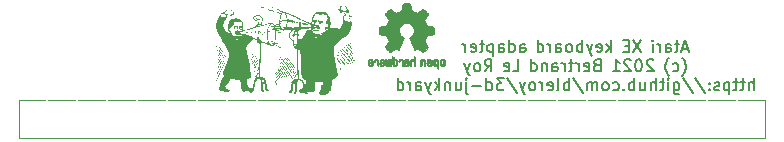
<source format=gbo>
G04 #@! TF.GenerationSoftware,KiCad,Pcbnew,(7.0.0)*
G04 #@! TF.CreationDate,2023-02-23T21:36:50-08:00*
G04 #@! TF.ProjectId,Atari130MX-adapter,41746172-6931-4333-904d-582d61646170,rev?*
G04 #@! TF.SameCoordinates,Original*
G04 #@! TF.FileFunction,Legend,Bot*
G04 #@! TF.FilePolarity,Positive*
%FSLAX46Y46*%
G04 Gerber Fmt 4.6, Leading zero omitted, Abs format (unit mm)*
G04 Created by KiCad (PCBNEW (7.0.0)) date 2023-02-23 21:36:50*
%MOMM*%
%LPD*%
G01*
G04 APERTURE LIST*
%ADD10C,0.150000*%
%ADD11C,0.010000*%
%ADD12C,0.120000*%
%ADD13O,1.524000X2.540000*%
%ADD14C,2.500000*%
%ADD15C,2.000000*%
G04 APERTURE END LIST*
D10*
X155162648Y-57389666D02*
X154686458Y-57389666D01*
X155257886Y-57675380D02*
X154924553Y-56675380D01*
X154924553Y-56675380D02*
X154591220Y-57675380D01*
X154400743Y-57008714D02*
X154019791Y-57008714D01*
X154257886Y-56675380D02*
X154257886Y-57532523D01*
X154257886Y-57532523D02*
X154210267Y-57627761D01*
X154210267Y-57627761D02*
X154115029Y-57675380D01*
X154115029Y-57675380D02*
X154019791Y-57675380D01*
X153257886Y-57675380D02*
X153257886Y-57151571D01*
X153257886Y-57151571D02*
X153305505Y-57056333D01*
X153305505Y-57056333D02*
X153400743Y-57008714D01*
X153400743Y-57008714D02*
X153591219Y-57008714D01*
X153591219Y-57008714D02*
X153686457Y-57056333D01*
X153257886Y-57627761D02*
X153353124Y-57675380D01*
X153353124Y-57675380D02*
X153591219Y-57675380D01*
X153591219Y-57675380D02*
X153686457Y-57627761D01*
X153686457Y-57627761D02*
X153734076Y-57532523D01*
X153734076Y-57532523D02*
X153734076Y-57437285D01*
X153734076Y-57437285D02*
X153686457Y-57342047D01*
X153686457Y-57342047D02*
X153591219Y-57294428D01*
X153591219Y-57294428D02*
X153353124Y-57294428D01*
X153353124Y-57294428D02*
X153257886Y-57246809D01*
X152781695Y-57675380D02*
X152781695Y-57008714D01*
X152781695Y-57199190D02*
X152734076Y-57103952D01*
X152734076Y-57103952D02*
X152686457Y-57056333D01*
X152686457Y-57056333D02*
X152591219Y-57008714D01*
X152591219Y-57008714D02*
X152495981Y-57008714D01*
X152162647Y-57675380D02*
X152162647Y-57008714D01*
X152162647Y-56675380D02*
X152210266Y-56723000D01*
X152210266Y-56723000D02*
X152162647Y-56770619D01*
X152162647Y-56770619D02*
X152115028Y-56723000D01*
X152115028Y-56723000D02*
X152162647Y-56675380D01*
X152162647Y-56675380D02*
X152162647Y-56770619D01*
X151181695Y-56675380D02*
X150515029Y-57675380D01*
X150515029Y-56675380D02*
X151181695Y-57675380D01*
X150134076Y-57151571D02*
X149800743Y-57151571D01*
X149657886Y-57675380D02*
X150134076Y-57675380D01*
X150134076Y-57675380D02*
X150134076Y-56675380D01*
X150134076Y-56675380D02*
X149657886Y-56675380D01*
X148629314Y-57675380D02*
X148629314Y-56675380D01*
X148534076Y-57294428D02*
X148248362Y-57675380D01*
X148248362Y-57008714D02*
X148629314Y-57389666D01*
X147438838Y-57627761D02*
X147534076Y-57675380D01*
X147534076Y-57675380D02*
X147724552Y-57675380D01*
X147724552Y-57675380D02*
X147819790Y-57627761D01*
X147819790Y-57627761D02*
X147867409Y-57532523D01*
X147867409Y-57532523D02*
X147867409Y-57151571D01*
X147867409Y-57151571D02*
X147819790Y-57056333D01*
X147819790Y-57056333D02*
X147724552Y-57008714D01*
X147724552Y-57008714D02*
X147534076Y-57008714D01*
X147534076Y-57008714D02*
X147438838Y-57056333D01*
X147438838Y-57056333D02*
X147391219Y-57151571D01*
X147391219Y-57151571D02*
X147391219Y-57246809D01*
X147391219Y-57246809D02*
X147867409Y-57342047D01*
X147057885Y-57008714D02*
X146819790Y-57675380D01*
X146581695Y-57008714D02*
X146819790Y-57675380D01*
X146819790Y-57675380D02*
X146915028Y-57913476D01*
X146915028Y-57913476D02*
X146962647Y-57961095D01*
X146962647Y-57961095D02*
X147057885Y-58008714D01*
X146200742Y-57675380D02*
X146200742Y-56675380D01*
X146200742Y-57056333D02*
X146105504Y-57008714D01*
X146105504Y-57008714D02*
X145915028Y-57008714D01*
X145915028Y-57008714D02*
X145819790Y-57056333D01*
X145819790Y-57056333D02*
X145772171Y-57103952D01*
X145772171Y-57103952D02*
X145724552Y-57199190D01*
X145724552Y-57199190D02*
X145724552Y-57484904D01*
X145724552Y-57484904D02*
X145772171Y-57580142D01*
X145772171Y-57580142D02*
X145819790Y-57627761D01*
X145819790Y-57627761D02*
X145915028Y-57675380D01*
X145915028Y-57675380D02*
X146105504Y-57675380D01*
X146105504Y-57675380D02*
X146200742Y-57627761D01*
X145153123Y-57675380D02*
X145248361Y-57627761D01*
X145248361Y-57627761D02*
X145295980Y-57580142D01*
X145295980Y-57580142D02*
X145343599Y-57484904D01*
X145343599Y-57484904D02*
X145343599Y-57199190D01*
X145343599Y-57199190D02*
X145295980Y-57103952D01*
X145295980Y-57103952D02*
X145248361Y-57056333D01*
X145248361Y-57056333D02*
X145153123Y-57008714D01*
X145153123Y-57008714D02*
X145010266Y-57008714D01*
X145010266Y-57008714D02*
X144915028Y-57056333D01*
X144915028Y-57056333D02*
X144867409Y-57103952D01*
X144867409Y-57103952D02*
X144819790Y-57199190D01*
X144819790Y-57199190D02*
X144819790Y-57484904D01*
X144819790Y-57484904D02*
X144867409Y-57580142D01*
X144867409Y-57580142D02*
X144915028Y-57627761D01*
X144915028Y-57627761D02*
X145010266Y-57675380D01*
X145010266Y-57675380D02*
X145153123Y-57675380D01*
X143962647Y-57675380D02*
X143962647Y-57151571D01*
X143962647Y-57151571D02*
X144010266Y-57056333D01*
X144010266Y-57056333D02*
X144105504Y-57008714D01*
X144105504Y-57008714D02*
X144295980Y-57008714D01*
X144295980Y-57008714D02*
X144391218Y-57056333D01*
X143962647Y-57627761D02*
X144057885Y-57675380D01*
X144057885Y-57675380D02*
X144295980Y-57675380D01*
X144295980Y-57675380D02*
X144391218Y-57627761D01*
X144391218Y-57627761D02*
X144438837Y-57532523D01*
X144438837Y-57532523D02*
X144438837Y-57437285D01*
X144438837Y-57437285D02*
X144391218Y-57342047D01*
X144391218Y-57342047D02*
X144295980Y-57294428D01*
X144295980Y-57294428D02*
X144057885Y-57294428D01*
X144057885Y-57294428D02*
X143962647Y-57246809D01*
X143486456Y-57675380D02*
X143486456Y-57008714D01*
X143486456Y-57199190D02*
X143438837Y-57103952D01*
X143438837Y-57103952D02*
X143391218Y-57056333D01*
X143391218Y-57056333D02*
X143295980Y-57008714D01*
X143295980Y-57008714D02*
X143200742Y-57008714D01*
X142438837Y-57675380D02*
X142438837Y-56675380D01*
X142438837Y-57627761D02*
X142534075Y-57675380D01*
X142534075Y-57675380D02*
X142724551Y-57675380D01*
X142724551Y-57675380D02*
X142819789Y-57627761D01*
X142819789Y-57627761D02*
X142867408Y-57580142D01*
X142867408Y-57580142D02*
X142915027Y-57484904D01*
X142915027Y-57484904D02*
X142915027Y-57199190D01*
X142915027Y-57199190D02*
X142867408Y-57103952D01*
X142867408Y-57103952D02*
X142819789Y-57056333D01*
X142819789Y-57056333D02*
X142724551Y-57008714D01*
X142724551Y-57008714D02*
X142534075Y-57008714D01*
X142534075Y-57008714D02*
X142438837Y-57056333D01*
X140934075Y-57675380D02*
X140934075Y-57151571D01*
X140934075Y-57151571D02*
X140981694Y-57056333D01*
X140981694Y-57056333D02*
X141076932Y-57008714D01*
X141076932Y-57008714D02*
X141267408Y-57008714D01*
X141267408Y-57008714D02*
X141362646Y-57056333D01*
X140934075Y-57627761D02*
X141029313Y-57675380D01*
X141029313Y-57675380D02*
X141267408Y-57675380D01*
X141267408Y-57675380D02*
X141362646Y-57627761D01*
X141362646Y-57627761D02*
X141410265Y-57532523D01*
X141410265Y-57532523D02*
X141410265Y-57437285D01*
X141410265Y-57437285D02*
X141362646Y-57342047D01*
X141362646Y-57342047D02*
X141267408Y-57294428D01*
X141267408Y-57294428D02*
X141029313Y-57294428D01*
X141029313Y-57294428D02*
X140934075Y-57246809D01*
X140029313Y-57675380D02*
X140029313Y-56675380D01*
X140029313Y-57627761D02*
X140124551Y-57675380D01*
X140124551Y-57675380D02*
X140315027Y-57675380D01*
X140315027Y-57675380D02*
X140410265Y-57627761D01*
X140410265Y-57627761D02*
X140457884Y-57580142D01*
X140457884Y-57580142D02*
X140505503Y-57484904D01*
X140505503Y-57484904D02*
X140505503Y-57199190D01*
X140505503Y-57199190D02*
X140457884Y-57103952D01*
X140457884Y-57103952D02*
X140410265Y-57056333D01*
X140410265Y-57056333D02*
X140315027Y-57008714D01*
X140315027Y-57008714D02*
X140124551Y-57008714D01*
X140124551Y-57008714D02*
X140029313Y-57056333D01*
X139124551Y-57675380D02*
X139124551Y-57151571D01*
X139124551Y-57151571D02*
X139172170Y-57056333D01*
X139172170Y-57056333D02*
X139267408Y-57008714D01*
X139267408Y-57008714D02*
X139457884Y-57008714D01*
X139457884Y-57008714D02*
X139553122Y-57056333D01*
X139124551Y-57627761D02*
X139219789Y-57675380D01*
X139219789Y-57675380D02*
X139457884Y-57675380D01*
X139457884Y-57675380D02*
X139553122Y-57627761D01*
X139553122Y-57627761D02*
X139600741Y-57532523D01*
X139600741Y-57532523D02*
X139600741Y-57437285D01*
X139600741Y-57437285D02*
X139553122Y-57342047D01*
X139553122Y-57342047D02*
X139457884Y-57294428D01*
X139457884Y-57294428D02*
X139219789Y-57294428D01*
X139219789Y-57294428D02*
X139124551Y-57246809D01*
X138648360Y-57008714D02*
X138648360Y-58008714D01*
X138648360Y-57056333D02*
X138553122Y-57008714D01*
X138553122Y-57008714D02*
X138362646Y-57008714D01*
X138362646Y-57008714D02*
X138267408Y-57056333D01*
X138267408Y-57056333D02*
X138219789Y-57103952D01*
X138219789Y-57103952D02*
X138172170Y-57199190D01*
X138172170Y-57199190D02*
X138172170Y-57484904D01*
X138172170Y-57484904D02*
X138219789Y-57580142D01*
X138219789Y-57580142D02*
X138267408Y-57627761D01*
X138267408Y-57627761D02*
X138362646Y-57675380D01*
X138362646Y-57675380D02*
X138553122Y-57675380D01*
X138553122Y-57675380D02*
X138648360Y-57627761D01*
X137886455Y-57008714D02*
X137505503Y-57008714D01*
X137743598Y-56675380D02*
X137743598Y-57532523D01*
X137743598Y-57532523D02*
X137695979Y-57627761D01*
X137695979Y-57627761D02*
X137600741Y-57675380D01*
X137600741Y-57675380D02*
X137505503Y-57675380D01*
X136791217Y-57627761D02*
X136886455Y-57675380D01*
X136886455Y-57675380D02*
X137076931Y-57675380D01*
X137076931Y-57675380D02*
X137172169Y-57627761D01*
X137172169Y-57627761D02*
X137219788Y-57532523D01*
X137219788Y-57532523D02*
X137219788Y-57151571D01*
X137219788Y-57151571D02*
X137172169Y-57056333D01*
X137172169Y-57056333D02*
X137076931Y-57008714D01*
X137076931Y-57008714D02*
X136886455Y-57008714D01*
X136886455Y-57008714D02*
X136791217Y-57056333D01*
X136791217Y-57056333D02*
X136743598Y-57151571D01*
X136743598Y-57151571D02*
X136743598Y-57246809D01*
X136743598Y-57246809D02*
X137219788Y-57342047D01*
X136315026Y-57675380D02*
X136315026Y-57008714D01*
X136315026Y-57199190D02*
X136267407Y-57103952D01*
X136267407Y-57103952D02*
X136219788Y-57056333D01*
X136219788Y-57056333D02*
X136124550Y-57008714D01*
X136124550Y-57008714D02*
X136029312Y-57008714D01*
X154676934Y-59676333D02*
X154724553Y-59628714D01*
X154724553Y-59628714D02*
X154819791Y-59485857D01*
X154819791Y-59485857D02*
X154867410Y-59390619D01*
X154867410Y-59390619D02*
X154915029Y-59247761D01*
X154915029Y-59247761D02*
X154962648Y-59009666D01*
X154962648Y-59009666D02*
X154962648Y-58819190D01*
X154962648Y-58819190D02*
X154915029Y-58581095D01*
X154915029Y-58581095D02*
X154867410Y-58438238D01*
X154867410Y-58438238D02*
X154819791Y-58343000D01*
X154819791Y-58343000D02*
X154724553Y-58200142D01*
X154724553Y-58200142D02*
X154676934Y-58152523D01*
X153867410Y-59247761D02*
X153962648Y-59295380D01*
X153962648Y-59295380D02*
X154153124Y-59295380D01*
X154153124Y-59295380D02*
X154248362Y-59247761D01*
X154248362Y-59247761D02*
X154295981Y-59200142D01*
X154295981Y-59200142D02*
X154343600Y-59104904D01*
X154343600Y-59104904D02*
X154343600Y-58819190D01*
X154343600Y-58819190D02*
X154295981Y-58723952D01*
X154295981Y-58723952D02*
X154248362Y-58676333D01*
X154248362Y-58676333D02*
X154153124Y-58628714D01*
X154153124Y-58628714D02*
X153962648Y-58628714D01*
X153962648Y-58628714D02*
X153867410Y-58676333D01*
X153534076Y-59676333D02*
X153486457Y-59628714D01*
X153486457Y-59628714D02*
X153391219Y-59485857D01*
X153391219Y-59485857D02*
X153343600Y-59390619D01*
X153343600Y-59390619D02*
X153295981Y-59247761D01*
X153295981Y-59247761D02*
X153248362Y-59009666D01*
X153248362Y-59009666D02*
X153248362Y-58819190D01*
X153248362Y-58819190D02*
X153295981Y-58581095D01*
X153295981Y-58581095D02*
X153343600Y-58438238D01*
X153343600Y-58438238D02*
X153391219Y-58343000D01*
X153391219Y-58343000D02*
X153486457Y-58200142D01*
X153486457Y-58200142D02*
X153534076Y-58152523D01*
X152219790Y-58390619D02*
X152172171Y-58343000D01*
X152172171Y-58343000D02*
X152076933Y-58295380D01*
X152076933Y-58295380D02*
X151838838Y-58295380D01*
X151838838Y-58295380D02*
X151743600Y-58343000D01*
X151743600Y-58343000D02*
X151695981Y-58390619D01*
X151695981Y-58390619D02*
X151648362Y-58485857D01*
X151648362Y-58485857D02*
X151648362Y-58581095D01*
X151648362Y-58581095D02*
X151695981Y-58723952D01*
X151695981Y-58723952D02*
X152267409Y-59295380D01*
X152267409Y-59295380D02*
X151648362Y-59295380D01*
X151029314Y-58295380D02*
X150934076Y-58295380D01*
X150934076Y-58295380D02*
X150838838Y-58343000D01*
X150838838Y-58343000D02*
X150791219Y-58390619D01*
X150791219Y-58390619D02*
X150743600Y-58485857D01*
X150743600Y-58485857D02*
X150695981Y-58676333D01*
X150695981Y-58676333D02*
X150695981Y-58914428D01*
X150695981Y-58914428D02*
X150743600Y-59104904D01*
X150743600Y-59104904D02*
X150791219Y-59200142D01*
X150791219Y-59200142D02*
X150838838Y-59247761D01*
X150838838Y-59247761D02*
X150934076Y-59295380D01*
X150934076Y-59295380D02*
X151029314Y-59295380D01*
X151029314Y-59295380D02*
X151124552Y-59247761D01*
X151124552Y-59247761D02*
X151172171Y-59200142D01*
X151172171Y-59200142D02*
X151219790Y-59104904D01*
X151219790Y-59104904D02*
X151267409Y-58914428D01*
X151267409Y-58914428D02*
X151267409Y-58676333D01*
X151267409Y-58676333D02*
X151219790Y-58485857D01*
X151219790Y-58485857D02*
X151172171Y-58390619D01*
X151172171Y-58390619D02*
X151124552Y-58343000D01*
X151124552Y-58343000D02*
X151029314Y-58295380D01*
X150315028Y-58390619D02*
X150267409Y-58343000D01*
X150267409Y-58343000D02*
X150172171Y-58295380D01*
X150172171Y-58295380D02*
X149934076Y-58295380D01*
X149934076Y-58295380D02*
X149838838Y-58343000D01*
X149838838Y-58343000D02*
X149791219Y-58390619D01*
X149791219Y-58390619D02*
X149743600Y-58485857D01*
X149743600Y-58485857D02*
X149743600Y-58581095D01*
X149743600Y-58581095D02*
X149791219Y-58723952D01*
X149791219Y-58723952D02*
X150362647Y-59295380D01*
X150362647Y-59295380D02*
X149743600Y-59295380D01*
X148791219Y-59295380D02*
X149362647Y-59295380D01*
X149076933Y-59295380D02*
X149076933Y-58295380D01*
X149076933Y-58295380D02*
X149172171Y-58438238D01*
X149172171Y-58438238D02*
X149267409Y-58533476D01*
X149267409Y-58533476D02*
X149362647Y-58581095D01*
X147429314Y-58771571D02*
X147286457Y-58819190D01*
X147286457Y-58819190D02*
X147238838Y-58866809D01*
X147238838Y-58866809D02*
X147191219Y-58962047D01*
X147191219Y-58962047D02*
X147191219Y-59104904D01*
X147191219Y-59104904D02*
X147238838Y-59200142D01*
X147238838Y-59200142D02*
X147286457Y-59247761D01*
X147286457Y-59247761D02*
X147381695Y-59295380D01*
X147381695Y-59295380D02*
X147762647Y-59295380D01*
X147762647Y-59295380D02*
X147762647Y-58295380D01*
X147762647Y-58295380D02*
X147429314Y-58295380D01*
X147429314Y-58295380D02*
X147334076Y-58343000D01*
X147334076Y-58343000D02*
X147286457Y-58390619D01*
X147286457Y-58390619D02*
X147238838Y-58485857D01*
X147238838Y-58485857D02*
X147238838Y-58581095D01*
X147238838Y-58581095D02*
X147286457Y-58676333D01*
X147286457Y-58676333D02*
X147334076Y-58723952D01*
X147334076Y-58723952D02*
X147429314Y-58771571D01*
X147429314Y-58771571D02*
X147762647Y-58771571D01*
X146381695Y-59247761D02*
X146476933Y-59295380D01*
X146476933Y-59295380D02*
X146667409Y-59295380D01*
X146667409Y-59295380D02*
X146762647Y-59247761D01*
X146762647Y-59247761D02*
X146810266Y-59152523D01*
X146810266Y-59152523D02*
X146810266Y-58771571D01*
X146810266Y-58771571D02*
X146762647Y-58676333D01*
X146762647Y-58676333D02*
X146667409Y-58628714D01*
X146667409Y-58628714D02*
X146476933Y-58628714D01*
X146476933Y-58628714D02*
X146381695Y-58676333D01*
X146381695Y-58676333D02*
X146334076Y-58771571D01*
X146334076Y-58771571D02*
X146334076Y-58866809D01*
X146334076Y-58866809D02*
X146810266Y-58962047D01*
X145905504Y-59295380D02*
X145905504Y-58628714D01*
X145905504Y-58819190D02*
X145857885Y-58723952D01*
X145857885Y-58723952D02*
X145810266Y-58676333D01*
X145810266Y-58676333D02*
X145715028Y-58628714D01*
X145715028Y-58628714D02*
X145619790Y-58628714D01*
X145429313Y-58628714D02*
X145048361Y-58628714D01*
X145286456Y-58295380D02*
X145286456Y-59152523D01*
X145286456Y-59152523D02*
X145238837Y-59247761D01*
X145238837Y-59247761D02*
X145143599Y-59295380D01*
X145143599Y-59295380D02*
X145048361Y-59295380D01*
X144715027Y-59295380D02*
X144715027Y-58628714D01*
X144715027Y-58819190D02*
X144667408Y-58723952D01*
X144667408Y-58723952D02*
X144619789Y-58676333D01*
X144619789Y-58676333D02*
X144524551Y-58628714D01*
X144524551Y-58628714D02*
X144429313Y-58628714D01*
X143667408Y-59295380D02*
X143667408Y-58771571D01*
X143667408Y-58771571D02*
X143715027Y-58676333D01*
X143715027Y-58676333D02*
X143810265Y-58628714D01*
X143810265Y-58628714D02*
X144000741Y-58628714D01*
X144000741Y-58628714D02*
X144095979Y-58676333D01*
X143667408Y-59247761D02*
X143762646Y-59295380D01*
X143762646Y-59295380D02*
X144000741Y-59295380D01*
X144000741Y-59295380D02*
X144095979Y-59247761D01*
X144095979Y-59247761D02*
X144143598Y-59152523D01*
X144143598Y-59152523D02*
X144143598Y-59057285D01*
X144143598Y-59057285D02*
X144095979Y-58962047D01*
X144095979Y-58962047D02*
X144000741Y-58914428D01*
X144000741Y-58914428D02*
X143762646Y-58914428D01*
X143762646Y-58914428D02*
X143667408Y-58866809D01*
X143191217Y-58628714D02*
X143191217Y-59295380D01*
X143191217Y-58723952D02*
X143143598Y-58676333D01*
X143143598Y-58676333D02*
X143048360Y-58628714D01*
X143048360Y-58628714D02*
X142905503Y-58628714D01*
X142905503Y-58628714D02*
X142810265Y-58676333D01*
X142810265Y-58676333D02*
X142762646Y-58771571D01*
X142762646Y-58771571D02*
X142762646Y-59295380D01*
X141857884Y-59295380D02*
X141857884Y-58295380D01*
X141857884Y-59247761D02*
X141953122Y-59295380D01*
X141953122Y-59295380D02*
X142143598Y-59295380D01*
X142143598Y-59295380D02*
X142238836Y-59247761D01*
X142238836Y-59247761D02*
X142286455Y-59200142D01*
X142286455Y-59200142D02*
X142334074Y-59104904D01*
X142334074Y-59104904D02*
X142334074Y-58819190D01*
X142334074Y-58819190D02*
X142286455Y-58723952D01*
X142286455Y-58723952D02*
X142238836Y-58676333D01*
X142238836Y-58676333D02*
X142143598Y-58628714D01*
X142143598Y-58628714D02*
X141953122Y-58628714D01*
X141953122Y-58628714D02*
X141857884Y-58676333D01*
X140305503Y-59295380D02*
X140781693Y-59295380D01*
X140781693Y-59295380D02*
X140781693Y-58295380D01*
X139591217Y-59247761D02*
X139686455Y-59295380D01*
X139686455Y-59295380D02*
X139876931Y-59295380D01*
X139876931Y-59295380D02*
X139972169Y-59247761D01*
X139972169Y-59247761D02*
X140019788Y-59152523D01*
X140019788Y-59152523D02*
X140019788Y-58771571D01*
X140019788Y-58771571D02*
X139972169Y-58676333D01*
X139972169Y-58676333D02*
X139876931Y-58628714D01*
X139876931Y-58628714D02*
X139686455Y-58628714D01*
X139686455Y-58628714D02*
X139591217Y-58676333D01*
X139591217Y-58676333D02*
X139543598Y-58771571D01*
X139543598Y-58771571D02*
X139543598Y-58866809D01*
X139543598Y-58866809D02*
X140019788Y-58962047D01*
X137943598Y-59295380D02*
X138276931Y-58819190D01*
X138515026Y-59295380D02*
X138515026Y-58295380D01*
X138515026Y-58295380D02*
X138134074Y-58295380D01*
X138134074Y-58295380D02*
X138038836Y-58343000D01*
X138038836Y-58343000D02*
X137991217Y-58390619D01*
X137991217Y-58390619D02*
X137943598Y-58485857D01*
X137943598Y-58485857D02*
X137943598Y-58628714D01*
X137943598Y-58628714D02*
X137991217Y-58723952D01*
X137991217Y-58723952D02*
X138038836Y-58771571D01*
X138038836Y-58771571D02*
X138134074Y-58819190D01*
X138134074Y-58819190D02*
X138515026Y-58819190D01*
X137372169Y-59295380D02*
X137467407Y-59247761D01*
X137467407Y-59247761D02*
X137515026Y-59200142D01*
X137515026Y-59200142D02*
X137562645Y-59104904D01*
X137562645Y-59104904D02*
X137562645Y-58819190D01*
X137562645Y-58819190D02*
X137515026Y-58723952D01*
X137515026Y-58723952D02*
X137467407Y-58676333D01*
X137467407Y-58676333D02*
X137372169Y-58628714D01*
X137372169Y-58628714D02*
X137229312Y-58628714D01*
X137229312Y-58628714D02*
X137134074Y-58676333D01*
X137134074Y-58676333D02*
X137086455Y-58723952D01*
X137086455Y-58723952D02*
X137038836Y-58819190D01*
X137038836Y-58819190D02*
X137038836Y-59104904D01*
X137038836Y-59104904D02*
X137086455Y-59200142D01*
X137086455Y-59200142D02*
X137134074Y-59247761D01*
X137134074Y-59247761D02*
X137229312Y-59295380D01*
X137229312Y-59295380D02*
X137372169Y-59295380D01*
X136705502Y-58628714D02*
X136467407Y-59295380D01*
X136229312Y-58628714D02*
X136467407Y-59295380D01*
X136467407Y-59295380D02*
X136562645Y-59533476D01*
X136562645Y-59533476D02*
X136610264Y-59581095D01*
X136610264Y-59581095D02*
X136705502Y-59628714D01*
X160715029Y-60915380D02*
X160715029Y-59915380D01*
X160286458Y-60915380D02*
X160286458Y-60391571D01*
X160286458Y-60391571D02*
X160334077Y-60296333D01*
X160334077Y-60296333D02*
X160429315Y-60248714D01*
X160429315Y-60248714D02*
X160572172Y-60248714D01*
X160572172Y-60248714D02*
X160667410Y-60296333D01*
X160667410Y-60296333D02*
X160715029Y-60343952D01*
X159953124Y-60248714D02*
X159572172Y-60248714D01*
X159810267Y-59915380D02*
X159810267Y-60772523D01*
X159810267Y-60772523D02*
X159762648Y-60867761D01*
X159762648Y-60867761D02*
X159667410Y-60915380D01*
X159667410Y-60915380D02*
X159572172Y-60915380D01*
X159381695Y-60248714D02*
X159000743Y-60248714D01*
X159238838Y-59915380D02*
X159238838Y-60772523D01*
X159238838Y-60772523D02*
X159191219Y-60867761D01*
X159191219Y-60867761D02*
X159095981Y-60915380D01*
X159095981Y-60915380D02*
X159000743Y-60915380D01*
X158667409Y-60248714D02*
X158667409Y-61248714D01*
X158667409Y-60296333D02*
X158572171Y-60248714D01*
X158572171Y-60248714D02*
X158381695Y-60248714D01*
X158381695Y-60248714D02*
X158286457Y-60296333D01*
X158286457Y-60296333D02*
X158238838Y-60343952D01*
X158238838Y-60343952D02*
X158191219Y-60439190D01*
X158191219Y-60439190D02*
X158191219Y-60724904D01*
X158191219Y-60724904D02*
X158238838Y-60820142D01*
X158238838Y-60820142D02*
X158286457Y-60867761D01*
X158286457Y-60867761D02*
X158381695Y-60915380D01*
X158381695Y-60915380D02*
X158572171Y-60915380D01*
X158572171Y-60915380D02*
X158667409Y-60867761D01*
X157810266Y-60867761D02*
X157715028Y-60915380D01*
X157715028Y-60915380D02*
X157524552Y-60915380D01*
X157524552Y-60915380D02*
X157429314Y-60867761D01*
X157429314Y-60867761D02*
X157381695Y-60772523D01*
X157381695Y-60772523D02*
X157381695Y-60724904D01*
X157381695Y-60724904D02*
X157429314Y-60629666D01*
X157429314Y-60629666D02*
X157524552Y-60582047D01*
X157524552Y-60582047D02*
X157667409Y-60582047D01*
X157667409Y-60582047D02*
X157762647Y-60534428D01*
X157762647Y-60534428D02*
X157810266Y-60439190D01*
X157810266Y-60439190D02*
X157810266Y-60391571D01*
X157810266Y-60391571D02*
X157762647Y-60296333D01*
X157762647Y-60296333D02*
X157667409Y-60248714D01*
X157667409Y-60248714D02*
X157524552Y-60248714D01*
X157524552Y-60248714D02*
X157429314Y-60296333D01*
X156953123Y-60820142D02*
X156905504Y-60867761D01*
X156905504Y-60867761D02*
X156953123Y-60915380D01*
X156953123Y-60915380D02*
X157000742Y-60867761D01*
X157000742Y-60867761D02*
X156953123Y-60820142D01*
X156953123Y-60820142D02*
X156953123Y-60915380D01*
X156953123Y-60296333D02*
X156905504Y-60343952D01*
X156905504Y-60343952D02*
X156953123Y-60391571D01*
X156953123Y-60391571D02*
X157000742Y-60343952D01*
X157000742Y-60343952D02*
X156953123Y-60296333D01*
X156953123Y-60296333D02*
X156953123Y-60391571D01*
X155762648Y-59867761D02*
X156619790Y-61153476D01*
X154715029Y-59867761D02*
X155572171Y-61153476D01*
X153953124Y-60248714D02*
X153953124Y-61058238D01*
X153953124Y-61058238D02*
X154000743Y-61153476D01*
X154000743Y-61153476D02*
X154048362Y-61201095D01*
X154048362Y-61201095D02*
X154143600Y-61248714D01*
X154143600Y-61248714D02*
X154286457Y-61248714D01*
X154286457Y-61248714D02*
X154381695Y-61201095D01*
X153953124Y-60867761D02*
X154048362Y-60915380D01*
X154048362Y-60915380D02*
X154238838Y-60915380D01*
X154238838Y-60915380D02*
X154334076Y-60867761D01*
X154334076Y-60867761D02*
X154381695Y-60820142D01*
X154381695Y-60820142D02*
X154429314Y-60724904D01*
X154429314Y-60724904D02*
X154429314Y-60439190D01*
X154429314Y-60439190D02*
X154381695Y-60343952D01*
X154381695Y-60343952D02*
X154334076Y-60296333D01*
X154334076Y-60296333D02*
X154238838Y-60248714D01*
X154238838Y-60248714D02*
X154048362Y-60248714D01*
X154048362Y-60248714D02*
X153953124Y-60296333D01*
X153476933Y-60915380D02*
X153476933Y-60248714D01*
X153476933Y-59915380D02*
X153524552Y-59963000D01*
X153524552Y-59963000D02*
X153476933Y-60010619D01*
X153476933Y-60010619D02*
X153429314Y-59963000D01*
X153429314Y-59963000D02*
X153476933Y-59915380D01*
X153476933Y-59915380D02*
X153476933Y-60010619D01*
X153143600Y-60248714D02*
X152762648Y-60248714D01*
X153000743Y-59915380D02*
X153000743Y-60772523D01*
X153000743Y-60772523D02*
X152953124Y-60867761D01*
X152953124Y-60867761D02*
X152857886Y-60915380D01*
X152857886Y-60915380D02*
X152762648Y-60915380D01*
X152429314Y-60915380D02*
X152429314Y-59915380D01*
X152000743Y-60915380D02*
X152000743Y-60391571D01*
X152000743Y-60391571D02*
X152048362Y-60296333D01*
X152048362Y-60296333D02*
X152143600Y-60248714D01*
X152143600Y-60248714D02*
X152286457Y-60248714D01*
X152286457Y-60248714D02*
X152381695Y-60296333D01*
X152381695Y-60296333D02*
X152429314Y-60343952D01*
X151095981Y-60248714D02*
X151095981Y-60915380D01*
X151524552Y-60248714D02*
X151524552Y-60772523D01*
X151524552Y-60772523D02*
X151476933Y-60867761D01*
X151476933Y-60867761D02*
X151381695Y-60915380D01*
X151381695Y-60915380D02*
X151238838Y-60915380D01*
X151238838Y-60915380D02*
X151143600Y-60867761D01*
X151143600Y-60867761D02*
X151095981Y-60820142D01*
X150619790Y-60915380D02*
X150619790Y-59915380D01*
X150619790Y-60296333D02*
X150524552Y-60248714D01*
X150524552Y-60248714D02*
X150334076Y-60248714D01*
X150334076Y-60248714D02*
X150238838Y-60296333D01*
X150238838Y-60296333D02*
X150191219Y-60343952D01*
X150191219Y-60343952D02*
X150143600Y-60439190D01*
X150143600Y-60439190D02*
X150143600Y-60724904D01*
X150143600Y-60724904D02*
X150191219Y-60820142D01*
X150191219Y-60820142D02*
X150238838Y-60867761D01*
X150238838Y-60867761D02*
X150334076Y-60915380D01*
X150334076Y-60915380D02*
X150524552Y-60915380D01*
X150524552Y-60915380D02*
X150619790Y-60867761D01*
X149715028Y-60820142D02*
X149667409Y-60867761D01*
X149667409Y-60867761D02*
X149715028Y-60915380D01*
X149715028Y-60915380D02*
X149762647Y-60867761D01*
X149762647Y-60867761D02*
X149715028Y-60820142D01*
X149715028Y-60820142D02*
X149715028Y-60915380D01*
X148810267Y-60867761D02*
X148905505Y-60915380D01*
X148905505Y-60915380D02*
X149095981Y-60915380D01*
X149095981Y-60915380D02*
X149191219Y-60867761D01*
X149191219Y-60867761D02*
X149238838Y-60820142D01*
X149238838Y-60820142D02*
X149286457Y-60724904D01*
X149286457Y-60724904D02*
X149286457Y-60439190D01*
X149286457Y-60439190D02*
X149238838Y-60343952D01*
X149238838Y-60343952D02*
X149191219Y-60296333D01*
X149191219Y-60296333D02*
X149095981Y-60248714D01*
X149095981Y-60248714D02*
X148905505Y-60248714D01*
X148905505Y-60248714D02*
X148810267Y-60296333D01*
X148238838Y-60915380D02*
X148334076Y-60867761D01*
X148334076Y-60867761D02*
X148381695Y-60820142D01*
X148381695Y-60820142D02*
X148429314Y-60724904D01*
X148429314Y-60724904D02*
X148429314Y-60439190D01*
X148429314Y-60439190D02*
X148381695Y-60343952D01*
X148381695Y-60343952D02*
X148334076Y-60296333D01*
X148334076Y-60296333D02*
X148238838Y-60248714D01*
X148238838Y-60248714D02*
X148095981Y-60248714D01*
X148095981Y-60248714D02*
X148000743Y-60296333D01*
X148000743Y-60296333D02*
X147953124Y-60343952D01*
X147953124Y-60343952D02*
X147905505Y-60439190D01*
X147905505Y-60439190D02*
X147905505Y-60724904D01*
X147905505Y-60724904D02*
X147953124Y-60820142D01*
X147953124Y-60820142D02*
X148000743Y-60867761D01*
X148000743Y-60867761D02*
X148095981Y-60915380D01*
X148095981Y-60915380D02*
X148238838Y-60915380D01*
X147476933Y-60915380D02*
X147476933Y-60248714D01*
X147476933Y-60343952D02*
X147429314Y-60296333D01*
X147429314Y-60296333D02*
X147334076Y-60248714D01*
X147334076Y-60248714D02*
X147191219Y-60248714D01*
X147191219Y-60248714D02*
X147095981Y-60296333D01*
X147095981Y-60296333D02*
X147048362Y-60391571D01*
X147048362Y-60391571D02*
X147048362Y-60915380D01*
X147048362Y-60391571D02*
X147000743Y-60296333D01*
X147000743Y-60296333D02*
X146905505Y-60248714D01*
X146905505Y-60248714D02*
X146762648Y-60248714D01*
X146762648Y-60248714D02*
X146667409Y-60296333D01*
X146667409Y-60296333D02*
X146619790Y-60391571D01*
X146619790Y-60391571D02*
X146619790Y-60915380D01*
X145429315Y-59867761D02*
X146286457Y-61153476D01*
X145095981Y-60915380D02*
X145095981Y-59915380D01*
X145095981Y-60296333D02*
X145000743Y-60248714D01*
X145000743Y-60248714D02*
X144810267Y-60248714D01*
X144810267Y-60248714D02*
X144715029Y-60296333D01*
X144715029Y-60296333D02*
X144667410Y-60343952D01*
X144667410Y-60343952D02*
X144619791Y-60439190D01*
X144619791Y-60439190D02*
X144619791Y-60724904D01*
X144619791Y-60724904D02*
X144667410Y-60820142D01*
X144667410Y-60820142D02*
X144715029Y-60867761D01*
X144715029Y-60867761D02*
X144810267Y-60915380D01*
X144810267Y-60915380D02*
X145000743Y-60915380D01*
X145000743Y-60915380D02*
X145095981Y-60867761D01*
X144048362Y-60915380D02*
X144143600Y-60867761D01*
X144143600Y-60867761D02*
X144191219Y-60772523D01*
X144191219Y-60772523D02*
X144191219Y-59915380D01*
X143286457Y-60867761D02*
X143381695Y-60915380D01*
X143381695Y-60915380D02*
X143572171Y-60915380D01*
X143572171Y-60915380D02*
X143667409Y-60867761D01*
X143667409Y-60867761D02*
X143715028Y-60772523D01*
X143715028Y-60772523D02*
X143715028Y-60391571D01*
X143715028Y-60391571D02*
X143667409Y-60296333D01*
X143667409Y-60296333D02*
X143572171Y-60248714D01*
X143572171Y-60248714D02*
X143381695Y-60248714D01*
X143381695Y-60248714D02*
X143286457Y-60296333D01*
X143286457Y-60296333D02*
X143238838Y-60391571D01*
X143238838Y-60391571D02*
X143238838Y-60486809D01*
X143238838Y-60486809D02*
X143715028Y-60582047D01*
X142810266Y-60915380D02*
X142810266Y-60248714D01*
X142810266Y-60439190D02*
X142762647Y-60343952D01*
X142762647Y-60343952D02*
X142715028Y-60296333D01*
X142715028Y-60296333D02*
X142619790Y-60248714D01*
X142619790Y-60248714D02*
X142524552Y-60248714D01*
X142048361Y-60915380D02*
X142143599Y-60867761D01*
X142143599Y-60867761D02*
X142191218Y-60820142D01*
X142191218Y-60820142D02*
X142238837Y-60724904D01*
X142238837Y-60724904D02*
X142238837Y-60439190D01*
X142238837Y-60439190D02*
X142191218Y-60343952D01*
X142191218Y-60343952D02*
X142143599Y-60296333D01*
X142143599Y-60296333D02*
X142048361Y-60248714D01*
X142048361Y-60248714D02*
X141905504Y-60248714D01*
X141905504Y-60248714D02*
X141810266Y-60296333D01*
X141810266Y-60296333D02*
X141762647Y-60343952D01*
X141762647Y-60343952D02*
X141715028Y-60439190D01*
X141715028Y-60439190D02*
X141715028Y-60724904D01*
X141715028Y-60724904D02*
X141762647Y-60820142D01*
X141762647Y-60820142D02*
X141810266Y-60867761D01*
X141810266Y-60867761D02*
X141905504Y-60915380D01*
X141905504Y-60915380D02*
X142048361Y-60915380D01*
X141381694Y-60248714D02*
X141143599Y-60915380D01*
X140905504Y-60248714D02*
X141143599Y-60915380D01*
X141143599Y-60915380D02*
X141238837Y-61153476D01*
X141238837Y-61153476D02*
X141286456Y-61201095D01*
X141286456Y-61201095D02*
X141381694Y-61248714D01*
X139810266Y-59867761D02*
X140667408Y-61153476D01*
X139572170Y-59915380D02*
X138953123Y-59915380D01*
X138953123Y-59915380D02*
X139286456Y-60296333D01*
X139286456Y-60296333D02*
X139143599Y-60296333D01*
X139143599Y-60296333D02*
X139048361Y-60343952D01*
X139048361Y-60343952D02*
X139000742Y-60391571D01*
X139000742Y-60391571D02*
X138953123Y-60486809D01*
X138953123Y-60486809D02*
X138953123Y-60724904D01*
X138953123Y-60724904D02*
X139000742Y-60820142D01*
X139000742Y-60820142D02*
X139048361Y-60867761D01*
X139048361Y-60867761D02*
X139143599Y-60915380D01*
X139143599Y-60915380D02*
X139429313Y-60915380D01*
X139429313Y-60915380D02*
X139524551Y-60867761D01*
X139524551Y-60867761D02*
X139572170Y-60820142D01*
X138095980Y-60915380D02*
X138095980Y-59915380D01*
X138095980Y-60867761D02*
X138191218Y-60915380D01*
X138191218Y-60915380D02*
X138381694Y-60915380D01*
X138381694Y-60915380D02*
X138476932Y-60867761D01*
X138476932Y-60867761D02*
X138524551Y-60820142D01*
X138524551Y-60820142D02*
X138572170Y-60724904D01*
X138572170Y-60724904D02*
X138572170Y-60439190D01*
X138572170Y-60439190D02*
X138524551Y-60343952D01*
X138524551Y-60343952D02*
X138476932Y-60296333D01*
X138476932Y-60296333D02*
X138381694Y-60248714D01*
X138381694Y-60248714D02*
X138191218Y-60248714D01*
X138191218Y-60248714D02*
X138095980Y-60296333D01*
X137619789Y-60534428D02*
X136857885Y-60534428D01*
X136381694Y-60248714D02*
X136381694Y-61105857D01*
X136381694Y-61105857D02*
X136429313Y-61201095D01*
X136429313Y-61201095D02*
X136524551Y-61248714D01*
X136524551Y-61248714D02*
X136572170Y-61248714D01*
X136381694Y-59915380D02*
X136429313Y-59963000D01*
X136429313Y-59963000D02*
X136381694Y-60010619D01*
X136381694Y-60010619D02*
X136334075Y-59963000D01*
X136334075Y-59963000D02*
X136381694Y-59915380D01*
X136381694Y-59915380D02*
X136381694Y-60010619D01*
X135476933Y-60248714D02*
X135476933Y-60915380D01*
X135905504Y-60248714D02*
X135905504Y-60772523D01*
X135905504Y-60772523D02*
X135857885Y-60867761D01*
X135857885Y-60867761D02*
X135762647Y-60915380D01*
X135762647Y-60915380D02*
X135619790Y-60915380D01*
X135619790Y-60915380D02*
X135524552Y-60867761D01*
X135524552Y-60867761D02*
X135476933Y-60820142D01*
X135000742Y-60248714D02*
X135000742Y-60915380D01*
X135000742Y-60343952D02*
X134953123Y-60296333D01*
X134953123Y-60296333D02*
X134857885Y-60248714D01*
X134857885Y-60248714D02*
X134715028Y-60248714D01*
X134715028Y-60248714D02*
X134619790Y-60296333D01*
X134619790Y-60296333D02*
X134572171Y-60391571D01*
X134572171Y-60391571D02*
X134572171Y-60915380D01*
X134095980Y-60915380D02*
X134095980Y-59915380D01*
X134000742Y-60534428D02*
X133715028Y-60915380D01*
X133715028Y-60248714D02*
X134095980Y-60629666D01*
X133381694Y-60248714D02*
X133143599Y-60915380D01*
X132905504Y-60248714D02*
X133143599Y-60915380D01*
X133143599Y-60915380D02*
X133238837Y-61153476D01*
X133238837Y-61153476D02*
X133286456Y-61201095D01*
X133286456Y-61201095D02*
X133381694Y-61248714D01*
X132095980Y-60915380D02*
X132095980Y-60391571D01*
X132095980Y-60391571D02*
X132143599Y-60296333D01*
X132143599Y-60296333D02*
X132238837Y-60248714D01*
X132238837Y-60248714D02*
X132429313Y-60248714D01*
X132429313Y-60248714D02*
X132524551Y-60296333D01*
X132095980Y-60867761D02*
X132191218Y-60915380D01*
X132191218Y-60915380D02*
X132429313Y-60915380D01*
X132429313Y-60915380D02*
X132524551Y-60867761D01*
X132524551Y-60867761D02*
X132572170Y-60772523D01*
X132572170Y-60772523D02*
X132572170Y-60677285D01*
X132572170Y-60677285D02*
X132524551Y-60582047D01*
X132524551Y-60582047D02*
X132429313Y-60534428D01*
X132429313Y-60534428D02*
X132191218Y-60534428D01*
X132191218Y-60534428D02*
X132095980Y-60486809D01*
X131619789Y-60915380D02*
X131619789Y-60248714D01*
X131619789Y-60439190D02*
X131572170Y-60343952D01*
X131572170Y-60343952D02*
X131524551Y-60296333D01*
X131524551Y-60296333D02*
X131429313Y-60248714D01*
X131429313Y-60248714D02*
X131334075Y-60248714D01*
X130572170Y-60915380D02*
X130572170Y-59915380D01*
X130572170Y-60867761D02*
X130667408Y-60915380D01*
X130667408Y-60915380D02*
X130857884Y-60915380D01*
X130857884Y-60915380D02*
X130953122Y-60867761D01*
X130953122Y-60867761D02*
X131000741Y-60820142D01*
X131000741Y-60820142D02*
X131048360Y-60724904D01*
X131048360Y-60724904D02*
X131048360Y-60439190D01*
X131048360Y-60439190D02*
X131000741Y-60343952D01*
X131000741Y-60343952D02*
X130953122Y-60296333D01*
X130953122Y-60296333D02*
X130857884Y-60248714D01*
X130857884Y-60248714D02*
X130667408Y-60248714D01*
X130667408Y-60248714D02*
X130572170Y-60296333D01*
G36*
X129974341Y-58272482D02*
G01*
X130006174Y-58284958D01*
X130043143Y-58301802D01*
X130043143Y-58788396D01*
X129997212Y-58834327D01*
X129986720Y-58844627D01*
X129957655Y-58867520D01*
X129928343Y-58874935D01*
X129884726Y-58871521D01*
X129866968Y-58869314D01*
X129821167Y-58864645D01*
X129789143Y-58862785D01*
X129779644Y-58863069D01*
X129740674Y-58866148D01*
X129693560Y-58871521D01*
X129678485Y-58873368D01*
X129640510Y-58874093D01*
X129612725Y-58862629D01*
X129581074Y-58834327D01*
X129535143Y-58788396D01*
X129535143Y-58528255D01*
X129535501Y-58451380D01*
X129536616Y-58378086D01*
X129538352Y-58320050D01*
X129540567Y-58281863D01*
X129543121Y-58268114D01*
X129543656Y-58268151D01*
X129562208Y-58274993D01*
X129593553Y-58290068D01*
X129636008Y-58312022D01*
X129640004Y-58540440D01*
X129644000Y-58768857D01*
X129731086Y-58768857D01*
X129735057Y-58518486D01*
X129736316Y-58450427D01*
X129738118Y-58377682D01*
X129740071Y-58319930D01*
X129742012Y-58281848D01*
X129743777Y-58268114D01*
X129744285Y-58268162D01*
X129761882Y-58273215D01*
X129794234Y-58284049D01*
X129839943Y-58299983D01*
X129840165Y-58519906D01*
X129840388Y-58558109D01*
X129841931Y-58632346D01*
X129844692Y-58694345D01*
X129848377Y-58738508D01*
X129852692Y-58759241D01*
X129868132Y-58770331D01*
X129899641Y-58773756D01*
X129934286Y-58768857D01*
X129938257Y-58518486D01*
X129939678Y-58454863D01*
X129942625Y-58379556D01*
X129946479Y-58320486D01*
X129950942Y-58281918D01*
X129955717Y-58268114D01*
X129974341Y-58272482D01*
G37*
D11*
X129974341Y-58272482D02*
X130006174Y-58284958D01*
X130043143Y-58301802D01*
X130043143Y-58788396D01*
X129997212Y-58834327D01*
X129986720Y-58844627D01*
X129957655Y-58867520D01*
X129928343Y-58874935D01*
X129884726Y-58871521D01*
X129866968Y-58869314D01*
X129821167Y-58864645D01*
X129789143Y-58862785D01*
X129779644Y-58863069D01*
X129740674Y-58866148D01*
X129693560Y-58871521D01*
X129678485Y-58873368D01*
X129640510Y-58874093D01*
X129612725Y-58862629D01*
X129581074Y-58834327D01*
X129535143Y-58788396D01*
X129535143Y-58528255D01*
X129535501Y-58451380D01*
X129536616Y-58378086D01*
X129538352Y-58320050D01*
X129540567Y-58281863D01*
X129543121Y-58268114D01*
X129543656Y-58268151D01*
X129562208Y-58274993D01*
X129593553Y-58290068D01*
X129636008Y-58312022D01*
X129640004Y-58540440D01*
X129644000Y-58768857D01*
X129731086Y-58768857D01*
X129735057Y-58518486D01*
X129736316Y-58450427D01*
X129738118Y-58377682D01*
X129740071Y-58319930D01*
X129742012Y-58281848D01*
X129743777Y-58268114D01*
X129744285Y-58268162D01*
X129761882Y-58273215D01*
X129794234Y-58284049D01*
X129839943Y-58299983D01*
X129840165Y-58519906D01*
X129840388Y-58558109D01*
X129841931Y-58632346D01*
X129844692Y-58694345D01*
X129848377Y-58738508D01*
X129852692Y-58759241D01*
X129868132Y-58770331D01*
X129899641Y-58773756D01*
X129934286Y-58768857D01*
X129938257Y-58518486D01*
X129939678Y-58454863D01*
X129942625Y-58379556D01*
X129946479Y-58320486D01*
X129950942Y-58281918D01*
X129955717Y-58268114D01*
X129974341Y-58272482D01*
G36*
X134586078Y-58553392D02*
G01*
X134586114Y-58558400D01*
X134586101Y-58574135D01*
X134585314Y-58644319D01*
X134582610Y-58693222D01*
X134577006Y-58727378D01*
X134567519Y-58753324D01*
X134553168Y-58777597D01*
X134549637Y-58782633D01*
X134512278Y-58822343D01*
X134469711Y-58852292D01*
X134447852Y-58862010D01*
X134369308Y-58878220D01*
X134291631Y-58867735D01*
X134220045Y-58831907D01*
X134159774Y-58772087D01*
X134154686Y-58764073D01*
X134138130Y-58717542D01*
X134126973Y-58652752D01*
X134121560Y-58577927D01*
X134122168Y-58508713D01*
X134268648Y-58508713D01*
X134269802Y-58604599D01*
X134270266Y-58610769D01*
X134277029Y-58663678D01*
X134289071Y-58697229D01*
X134309405Y-58720216D01*
X134343497Y-58741748D01*
X134377214Y-58742880D01*
X134411943Y-58718057D01*
X134417984Y-58711525D01*
X134429817Y-58691979D01*
X134436804Y-58663586D01*
X134440127Y-58619630D01*
X134440971Y-58553392D01*
X134439525Y-58491350D01*
X134432307Y-58432242D01*
X134417406Y-58394886D01*
X134393036Y-58375352D01*
X134357408Y-58369714D01*
X134343840Y-58370835D01*
X134305830Y-58391394D01*
X134280712Y-58437499D01*
X134268648Y-58508713D01*
X134122168Y-58508713D01*
X134122233Y-58501296D01*
X134129337Y-58431082D01*
X134143215Y-58375512D01*
X134161049Y-58338501D01*
X134211255Y-58280933D01*
X134279285Y-58245162D01*
X134362558Y-58232865D01*
X134384798Y-58233531D01*
X134450291Y-58247147D01*
X134504087Y-58281449D01*
X134553457Y-58340538D01*
X134556395Y-58344922D01*
X134569687Y-58368499D01*
X134578332Y-58395149D01*
X134583304Y-58431359D01*
X134585574Y-58483613D01*
X134586078Y-58553392D01*
G37*
X134586078Y-58553392D02*
X134586114Y-58558400D01*
X134586101Y-58574135D01*
X134585314Y-58644319D01*
X134582610Y-58693222D01*
X134577006Y-58727378D01*
X134567519Y-58753324D01*
X134553168Y-58777597D01*
X134549637Y-58782633D01*
X134512278Y-58822343D01*
X134469711Y-58852292D01*
X134447852Y-58862010D01*
X134369308Y-58878220D01*
X134291631Y-58867735D01*
X134220045Y-58831907D01*
X134159774Y-58772087D01*
X134154686Y-58764073D01*
X134138130Y-58717542D01*
X134126973Y-58652752D01*
X134121560Y-58577927D01*
X134122168Y-58508713D01*
X134268648Y-58508713D01*
X134269802Y-58604599D01*
X134270266Y-58610769D01*
X134277029Y-58663678D01*
X134289071Y-58697229D01*
X134309405Y-58720216D01*
X134343497Y-58741748D01*
X134377214Y-58742880D01*
X134411943Y-58718057D01*
X134417984Y-58711525D01*
X134429817Y-58691979D01*
X134436804Y-58663586D01*
X134440127Y-58619630D01*
X134440971Y-58553392D01*
X134439525Y-58491350D01*
X134432307Y-58432242D01*
X134417406Y-58394886D01*
X134393036Y-58375352D01*
X134357408Y-58369714D01*
X134343840Y-58370835D01*
X134305830Y-58391394D01*
X134280712Y-58437499D01*
X134268648Y-58508713D01*
X134122168Y-58508713D01*
X134122233Y-58501296D01*
X134129337Y-58431082D01*
X134143215Y-58375512D01*
X134161049Y-58338501D01*
X134211255Y-58280933D01*
X134279285Y-58245162D01*
X134362558Y-58232865D01*
X134384798Y-58233531D01*
X134450291Y-58247147D01*
X134504087Y-58281449D01*
X134553457Y-58340538D01*
X134556395Y-58344922D01*
X134569687Y-58368499D01*
X134578332Y-58395149D01*
X134583304Y-58431359D01*
X134585574Y-58483613D01*
X134586078Y-58553392D01*
G36*
X128460028Y-58529447D02*
G01*
X128460990Y-58575822D01*
X128460707Y-58614505D01*
X128457162Y-58690721D01*
X128447883Y-58746494D01*
X128430775Y-58787813D01*
X128403744Y-58820667D01*
X128364692Y-58851046D01*
X128339845Y-58864860D01*
X128300015Y-58874165D01*
X128244065Y-58873430D01*
X128212785Y-58870483D01*
X128175053Y-58861483D01*
X128144894Y-58841920D01*
X128109808Y-58805467D01*
X128105120Y-58800143D01*
X128073577Y-58759169D01*
X128058528Y-58723483D01*
X128054686Y-58681166D01*
X128054686Y-58618979D01*
X128098142Y-58635382D01*
X128129824Y-58654556D01*
X128157362Y-58699547D01*
X128163111Y-58713952D01*
X128195255Y-58754746D01*
X128239011Y-58775281D01*
X128286654Y-58773435D01*
X128330457Y-58747086D01*
X128345511Y-58730655D01*
X128359163Y-58705867D01*
X128354893Y-58683344D01*
X128330316Y-58660164D01*
X128283051Y-58633402D01*
X128210714Y-58600134D01*
X128061943Y-58535016D01*
X128057995Y-58470508D01*
X128059479Y-58429420D01*
X128156410Y-58429420D01*
X128163768Y-58454857D01*
X128197248Y-58482014D01*
X128258014Y-58512914D01*
X128268069Y-58517390D01*
X128316151Y-58538217D01*
X128352126Y-58552865D01*
X128368844Y-58558400D01*
X128371377Y-58554326D01*
X128372393Y-58529447D01*
X128368769Y-58489457D01*
X128359642Y-58450352D01*
X128331173Y-58401084D01*
X128290078Y-58373322D01*
X128240990Y-58369564D01*
X128188544Y-58392309D01*
X128174009Y-58403681D01*
X128156410Y-58429420D01*
X128059479Y-58429420D01*
X128059738Y-58422264D01*
X128081681Y-58361296D01*
X128109379Y-58327697D01*
X128166805Y-58290166D01*
X128234927Y-58271206D01*
X128305347Y-58272707D01*
X128369667Y-58296555D01*
X128383826Y-58305713D01*
X128416304Y-58334049D01*
X128438516Y-58369895D01*
X128452204Y-58418584D01*
X128459115Y-58485449D01*
X128460028Y-58529447D01*
G37*
X128460028Y-58529447D02*
X128460990Y-58575822D01*
X128460707Y-58614505D01*
X128457162Y-58690721D01*
X128447883Y-58746494D01*
X128430775Y-58787813D01*
X128403744Y-58820667D01*
X128364692Y-58851046D01*
X128339845Y-58864860D01*
X128300015Y-58874165D01*
X128244065Y-58873430D01*
X128212785Y-58870483D01*
X128175053Y-58861483D01*
X128144894Y-58841920D01*
X128109808Y-58805467D01*
X128105120Y-58800143D01*
X128073577Y-58759169D01*
X128058528Y-58723483D01*
X128054686Y-58681166D01*
X128054686Y-58618979D01*
X128098142Y-58635382D01*
X128129824Y-58654556D01*
X128157362Y-58699547D01*
X128163111Y-58713952D01*
X128195255Y-58754746D01*
X128239011Y-58775281D01*
X128286654Y-58773435D01*
X128330457Y-58747086D01*
X128345511Y-58730655D01*
X128359163Y-58705867D01*
X128354893Y-58683344D01*
X128330316Y-58660164D01*
X128283051Y-58633402D01*
X128210714Y-58600134D01*
X128061943Y-58535016D01*
X128057995Y-58470508D01*
X128059479Y-58429420D01*
X128156410Y-58429420D01*
X128163768Y-58454857D01*
X128197248Y-58482014D01*
X128258014Y-58512914D01*
X128268069Y-58517390D01*
X128316151Y-58538217D01*
X128352126Y-58552865D01*
X128368844Y-58558400D01*
X128371377Y-58554326D01*
X128372393Y-58529447D01*
X128368769Y-58489457D01*
X128359642Y-58450352D01*
X128331173Y-58401084D01*
X128290078Y-58373322D01*
X128240990Y-58369564D01*
X128188544Y-58392309D01*
X128174009Y-58403681D01*
X128156410Y-58429420D01*
X128059479Y-58429420D01*
X128059738Y-58422264D01*
X128081681Y-58361296D01*
X128109379Y-58327697D01*
X128166805Y-58290166D01*
X128234927Y-58271206D01*
X128305347Y-58272707D01*
X128369667Y-58296555D01*
X128383826Y-58305713D01*
X128416304Y-58334049D01*
X128438516Y-58369895D01*
X128452204Y-58418584D01*
X128459115Y-58485449D01*
X128460028Y-58529447D01*
G36*
X132751420Y-58241022D02*
G01*
X132819210Y-58272880D01*
X132874766Y-58327970D01*
X132886281Y-58345216D01*
X132895832Y-58364762D01*
X132902606Y-58389398D01*
X132907219Y-58423911D01*
X132910288Y-58473089D01*
X132912429Y-58541719D01*
X132914259Y-58634589D01*
X132918804Y-58892207D01*
X132880625Y-58877691D01*
X132845668Y-58864356D01*
X132819497Y-58851523D01*
X132802413Y-58834980D01*
X132792486Y-58809665D01*
X132787786Y-58770516D01*
X132786382Y-58712468D01*
X132786343Y-58630461D01*
X132786144Y-58565095D01*
X132784959Y-58502373D01*
X132782129Y-58459534D01*
X132777009Y-58431420D01*
X132768953Y-58412875D01*
X132757314Y-58398743D01*
X132728703Y-58378800D01*
X132680639Y-58371283D01*
X132633088Y-58390279D01*
X132629950Y-58392711D01*
X132620169Y-58403948D01*
X132612953Y-58421970D01*
X132607699Y-58451226D01*
X132603802Y-58496162D01*
X132600656Y-58561228D01*
X132597657Y-58650870D01*
X132590400Y-58890897D01*
X132528714Y-58863244D01*
X132467029Y-58835591D01*
X132467029Y-58616446D01*
X132467284Y-58556911D01*
X132469486Y-58474092D01*
X132475061Y-58412427D01*
X132485341Y-58366948D01*
X132501658Y-58332684D01*
X132525343Y-58304666D01*
X132557728Y-58277923D01*
X132604307Y-58250980D01*
X132677687Y-58233391D01*
X132751420Y-58241022D01*
G37*
X132751420Y-58241022D02*
X132819210Y-58272880D01*
X132874766Y-58327970D01*
X132886281Y-58345216D01*
X132895832Y-58364762D01*
X132902606Y-58389398D01*
X132907219Y-58423911D01*
X132910288Y-58473089D01*
X132912429Y-58541719D01*
X132914259Y-58634589D01*
X132918804Y-58892207D01*
X132880625Y-58877691D01*
X132845668Y-58864356D01*
X132819497Y-58851523D01*
X132802413Y-58834980D01*
X132792486Y-58809665D01*
X132787786Y-58770516D01*
X132786382Y-58712468D01*
X132786343Y-58630461D01*
X132786144Y-58565095D01*
X132784959Y-58502373D01*
X132782129Y-58459534D01*
X132777009Y-58431420D01*
X132768953Y-58412875D01*
X132757314Y-58398743D01*
X132728703Y-58378800D01*
X132680639Y-58371283D01*
X132633088Y-58390279D01*
X132629950Y-58392711D01*
X132620169Y-58403948D01*
X132612953Y-58421970D01*
X132607699Y-58451226D01*
X132603802Y-58496162D01*
X132600656Y-58561228D01*
X132597657Y-58650870D01*
X132590400Y-58890897D01*
X132528714Y-58863244D01*
X132467029Y-58835591D01*
X132467029Y-58616446D01*
X132467284Y-58556911D01*
X132469486Y-58474092D01*
X132475061Y-58412427D01*
X132485341Y-58366948D01*
X132501658Y-58332684D01*
X132525343Y-58304666D01*
X132557728Y-58277923D01*
X132604307Y-58250980D01*
X132677687Y-58233391D01*
X132751420Y-58241022D01*
G36*
X128803229Y-58274297D02*
G01*
X128863153Y-58296555D01*
X128888073Y-58313280D01*
X128913310Y-58337243D01*
X128931312Y-58367726D01*
X128943258Y-58409223D01*
X128950330Y-58466232D01*
X128953708Y-58543247D01*
X128954571Y-58644765D01*
X128954402Y-58697227D01*
X128953553Y-58768915D01*
X128952111Y-58826125D01*
X128950214Y-58864009D01*
X128947997Y-58877714D01*
X128933572Y-58873181D01*
X128904454Y-58860870D01*
X128903581Y-58860472D01*
X128888460Y-58852556D01*
X128878291Y-58841695D01*
X128872091Y-58822671D01*
X128868878Y-58790269D01*
X128867670Y-58739271D01*
X128867486Y-58664461D01*
X128867114Y-58617004D01*
X128863150Y-58527815D01*
X128854073Y-58462487D01*
X128838924Y-58417593D01*
X128816745Y-58389707D01*
X128786575Y-58375403D01*
X128782390Y-58374406D01*
X128725880Y-58373627D01*
X128681810Y-58398944D01*
X128651372Y-58449702D01*
X128645944Y-58464375D01*
X128633571Y-58496849D01*
X128627305Y-58511772D01*
X128614436Y-58509716D01*
X128586333Y-58498557D01*
X128560121Y-58480127D01*
X128548171Y-58445298D01*
X128551736Y-58420351D01*
X128573635Y-58369747D01*
X128609044Y-58322328D01*
X128650452Y-58289534D01*
X128667800Y-58281952D01*
X128733489Y-58269276D01*
X128803229Y-58274297D01*
G37*
X128803229Y-58274297D02*
X128863153Y-58296555D01*
X128888073Y-58313280D01*
X128913310Y-58337243D01*
X128931312Y-58367726D01*
X128943258Y-58409223D01*
X128950330Y-58466232D01*
X128953708Y-58543247D01*
X128954571Y-58644765D01*
X128954402Y-58697227D01*
X128953553Y-58768915D01*
X128952111Y-58826125D01*
X128950214Y-58864009D01*
X128947997Y-58877714D01*
X128933572Y-58873181D01*
X128904454Y-58860870D01*
X128903581Y-58860472D01*
X128888460Y-58852556D01*
X128878291Y-58841695D01*
X128872091Y-58822671D01*
X128868878Y-58790269D01*
X128867670Y-58739271D01*
X128867486Y-58664461D01*
X128867114Y-58617004D01*
X128863150Y-58527815D01*
X128854073Y-58462487D01*
X128838924Y-58417593D01*
X128816745Y-58389707D01*
X128786575Y-58375403D01*
X128782390Y-58374406D01*
X128725880Y-58373627D01*
X128681810Y-58398944D01*
X128651372Y-58449702D01*
X128645944Y-58464375D01*
X128633571Y-58496849D01*
X128627305Y-58511772D01*
X128614436Y-58509716D01*
X128586333Y-58498557D01*
X128560121Y-58480127D01*
X128548171Y-58445298D01*
X128551736Y-58420351D01*
X128573635Y-58369747D01*
X128609044Y-58322328D01*
X128650452Y-58289534D01*
X128667800Y-58281952D01*
X128733489Y-58269276D01*
X128803229Y-58274297D01*
G36*
X130550942Y-58568847D02*
G01*
X130551098Y-58572914D01*
X130549937Y-58629513D01*
X130541745Y-58706662D01*
X130523919Y-58764476D01*
X130494375Y-58808622D01*
X130451025Y-58844768D01*
X130409732Y-58865663D01*
X130340387Y-58877290D01*
X130271136Y-58864577D01*
X130208545Y-58829145D01*
X130159179Y-58772618D01*
X130153218Y-58762195D01*
X130145345Y-58743933D01*
X130139506Y-58720629D01*
X130135399Y-58688285D01*
X130132725Y-58642904D01*
X130131181Y-58580487D01*
X130131134Y-58574948D01*
X130231829Y-58574948D01*
X130232172Y-58627777D01*
X130234342Y-58675562D01*
X130239707Y-58706409D01*
X130249617Y-58727135D01*
X130265421Y-58744556D01*
X130269124Y-58747905D01*
X130316699Y-58772619D01*
X130367035Y-58770090D01*
X130413917Y-58740488D01*
X130427877Y-58725153D01*
X130439560Y-58704822D01*
X130446086Y-58676714D01*
X130448924Y-58633750D01*
X130449543Y-58568847D01*
X130449237Y-58519322D01*
X130447122Y-58470982D01*
X130441790Y-58439787D01*
X130431860Y-58418847D01*
X130415950Y-58401273D01*
X130406604Y-58393359D01*
X130358176Y-58372043D01*
X130307440Y-58375398D01*
X130263387Y-58403307D01*
X130253904Y-58414373D01*
X130242339Y-58435209D01*
X130235652Y-58464306D01*
X130232573Y-58508581D01*
X130231829Y-58574948D01*
X130131134Y-58574948D01*
X130130467Y-58497037D01*
X130130283Y-58388558D01*
X130130229Y-58051801D01*
X130177400Y-58071562D01*
X130189872Y-58076970D01*
X130209724Y-58089185D01*
X130221087Y-58107682D01*
X130227333Y-58140029D01*
X130231829Y-58193793D01*
X130235935Y-58242066D01*
X130241363Y-58273757D01*
X130249139Y-58285583D01*
X130260857Y-58282412D01*
X130290718Y-58271267D01*
X130344084Y-58268504D01*
X130401493Y-58278825D01*
X130451025Y-58301061D01*
X130478276Y-58321643D01*
X130513265Y-58361800D01*
X130535674Y-58413286D01*
X130547590Y-58481768D01*
X130550942Y-58568847D01*
G37*
X130550942Y-58568847D02*
X130551098Y-58572914D01*
X130549937Y-58629513D01*
X130541745Y-58706662D01*
X130523919Y-58764476D01*
X130494375Y-58808622D01*
X130451025Y-58844768D01*
X130409732Y-58865663D01*
X130340387Y-58877290D01*
X130271136Y-58864577D01*
X130208545Y-58829145D01*
X130159179Y-58772618D01*
X130153218Y-58762195D01*
X130145345Y-58743933D01*
X130139506Y-58720629D01*
X130135399Y-58688285D01*
X130132725Y-58642904D01*
X130131181Y-58580487D01*
X130131134Y-58574948D01*
X130231829Y-58574948D01*
X130232172Y-58627777D01*
X130234342Y-58675562D01*
X130239707Y-58706409D01*
X130249617Y-58727135D01*
X130265421Y-58744556D01*
X130269124Y-58747905D01*
X130316699Y-58772619D01*
X130367035Y-58770090D01*
X130413917Y-58740488D01*
X130427877Y-58725153D01*
X130439560Y-58704822D01*
X130446086Y-58676714D01*
X130448924Y-58633750D01*
X130449543Y-58568847D01*
X130449237Y-58519322D01*
X130447122Y-58470982D01*
X130441790Y-58439787D01*
X130431860Y-58418847D01*
X130415950Y-58401273D01*
X130406604Y-58393359D01*
X130358176Y-58372043D01*
X130307440Y-58375398D01*
X130263387Y-58403307D01*
X130253904Y-58414373D01*
X130242339Y-58435209D01*
X130235652Y-58464306D01*
X130232573Y-58508581D01*
X130231829Y-58574948D01*
X130131134Y-58574948D01*
X130130467Y-58497037D01*
X130130283Y-58388558D01*
X130130229Y-58051801D01*
X130177400Y-58071562D01*
X130189872Y-58076970D01*
X130209724Y-58089185D01*
X130221087Y-58107682D01*
X130227333Y-58140029D01*
X130231829Y-58193793D01*
X130235935Y-58242066D01*
X130241363Y-58273757D01*
X130249139Y-58285583D01*
X130260857Y-58282412D01*
X130290718Y-58271267D01*
X130344084Y-58268504D01*
X130401493Y-58278825D01*
X130451025Y-58301061D01*
X130478276Y-58321643D01*
X130513265Y-58361800D01*
X130535674Y-58413286D01*
X130547590Y-58481768D01*
X130550942Y-58568847D01*
G36*
X131998943Y-58072644D02*
G01*
X132046114Y-58092542D01*
X132046114Y-58489709D01*
X132045919Y-58592698D01*
X132045398Y-58685341D01*
X132044599Y-58763900D01*
X132043572Y-58824639D01*
X132042363Y-58863823D01*
X132041023Y-58877714D01*
X132040499Y-58877668D01*
X132022687Y-58872620D01*
X131990223Y-58861780D01*
X131944514Y-58845846D01*
X131944514Y-58641373D01*
X131944224Y-58561032D01*
X131942874Y-58502762D01*
X131939769Y-58463109D01*
X131934212Y-58436818D01*
X131925507Y-58418636D01*
X131912956Y-58403307D01*
X131904399Y-58395155D01*
X131858128Y-58372575D01*
X131807128Y-58374575D01*
X131760393Y-58401273D01*
X131753589Y-58407898D01*
X131742693Y-58421656D01*
X131735236Y-58439842D01*
X131730569Y-58467377D01*
X131728042Y-58509181D01*
X131727002Y-58570173D01*
X131726800Y-58655273D01*
X131726703Y-58698434D01*
X131726074Y-58769424D01*
X131724956Y-58826276D01*
X131723463Y-58864028D01*
X131721709Y-58877714D01*
X131721185Y-58877668D01*
X131703373Y-58872620D01*
X131670909Y-58861780D01*
X131625200Y-58845846D01*
X131625223Y-58640437D01*
X131625257Y-58622151D01*
X131627178Y-58526826D01*
X131633078Y-58454743D01*
X131644401Y-58401013D01*
X131662587Y-58360749D01*
X131689079Y-58329061D01*
X131725318Y-58301061D01*
X131760663Y-58283533D01*
X131817173Y-58269985D01*
X131872756Y-58269215D01*
X131915486Y-58282395D01*
X131918698Y-58284215D01*
X131928605Y-58284020D01*
X131935375Y-58268772D01*
X131940261Y-58233813D01*
X131944514Y-58174489D01*
X131951771Y-58052747D01*
X131998943Y-58072644D01*
G37*
X131998943Y-58072644D02*
X132046114Y-58092542D01*
X132046114Y-58489709D01*
X132045919Y-58592698D01*
X132045398Y-58685341D01*
X132044599Y-58763900D01*
X132043572Y-58824639D01*
X132042363Y-58863823D01*
X132041023Y-58877714D01*
X132040499Y-58877668D01*
X132022687Y-58872620D01*
X131990223Y-58861780D01*
X131944514Y-58845846D01*
X131944514Y-58641373D01*
X131944224Y-58561032D01*
X131942874Y-58502762D01*
X131939769Y-58463109D01*
X131934212Y-58436818D01*
X131925507Y-58418636D01*
X131912956Y-58403307D01*
X131904399Y-58395155D01*
X131858128Y-58372575D01*
X131807128Y-58374575D01*
X131760393Y-58401273D01*
X131753589Y-58407898D01*
X131742693Y-58421656D01*
X131735236Y-58439842D01*
X131730569Y-58467377D01*
X131728042Y-58509181D01*
X131727002Y-58570173D01*
X131726800Y-58655273D01*
X131726703Y-58698434D01*
X131726074Y-58769424D01*
X131724956Y-58826276D01*
X131723463Y-58864028D01*
X131721709Y-58877714D01*
X131721185Y-58877668D01*
X131703373Y-58872620D01*
X131670909Y-58861780D01*
X131625200Y-58845846D01*
X131625223Y-58640437D01*
X131625257Y-58622151D01*
X131627178Y-58526826D01*
X131633078Y-58454743D01*
X131644401Y-58401013D01*
X131662587Y-58360749D01*
X131689079Y-58329061D01*
X131725318Y-58301061D01*
X131760663Y-58283533D01*
X131817173Y-58269985D01*
X131872756Y-58269215D01*
X131915486Y-58282395D01*
X131918698Y-58284215D01*
X131928605Y-58284020D01*
X131935375Y-58268772D01*
X131940261Y-58233813D01*
X131944514Y-58174489D01*
X131951771Y-58052747D01*
X131998943Y-58072644D01*
G36*
X131409883Y-58283769D02*
G01*
X131459776Y-58312861D01*
X131481725Y-58335527D01*
X131523904Y-58403282D01*
X131538114Y-58477150D01*
X131538114Y-58527970D01*
X131491399Y-58508328D01*
X131459092Y-58488508D01*
X131433631Y-58447360D01*
X131431016Y-58438875D01*
X131402878Y-58395651D01*
X131360467Y-58372303D01*
X131311770Y-58371300D01*
X131264773Y-58395114D01*
X131257757Y-58401256D01*
X131234293Y-58427945D01*
X131230419Y-58451214D01*
X131248168Y-58474062D01*
X131289579Y-58499487D01*
X131356686Y-58530488D01*
X131361224Y-58532452D01*
X131435722Y-58567190D01*
X131486603Y-58597963D01*
X131517925Y-58628688D01*
X131533743Y-58663282D01*
X131538114Y-58705662D01*
X131532386Y-58752646D01*
X131503462Y-58812785D01*
X131452578Y-58855988D01*
X131415774Y-58868959D01*
X131363834Y-58876056D01*
X131313399Y-58874540D01*
X131277383Y-58863832D01*
X131273558Y-58861166D01*
X131263398Y-58842537D01*
X131270448Y-58809705D01*
X131282697Y-58783935D01*
X131302339Y-58773206D01*
X131339591Y-58773739D01*
X131391308Y-58770662D01*
X131425101Y-58749412D01*
X131436514Y-58710077D01*
X131436504Y-58708947D01*
X131429587Y-58686113D01*
X131406059Y-58665163D01*
X131360314Y-58641015D01*
X131298104Y-58611941D01*
X131256899Y-58596125D01*
X131233112Y-58597144D01*
X131221997Y-58618037D01*
X131218808Y-58661841D01*
X131218800Y-58731593D01*
X131218444Y-58774652D01*
X131216813Y-58827826D01*
X131214161Y-58864222D01*
X131210822Y-58877714D01*
X131209930Y-58877623D01*
X131190637Y-58870310D01*
X131158684Y-58854878D01*
X131114524Y-58832042D01*
X131119771Y-58626278D01*
X131120136Y-58612632D01*
X131124304Y-58516851D01*
X131131668Y-58444662D01*
X131143730Y-58391258D01*
X131161993Y-58351833D01*
X131187960Y-58321580D01*
X131223133Y-58295693D01*
X131223784Y-58295287D01*
X131280656Y-58274168D01*
X131346433Y-58270600D01*
X131409883Y-58283769D01*
G37*
X131409883Y-58283769D02*
X131459776Y-58312861D01*
X131481725Y-58335527D01*
X131523904Y-58403282D01*
X131538114Y-58477150D01*
X131538114Y-58527970D01*
X131491399Y-58508328D01*
X131459092Y-58488508D01*
X131433631Y-58447360D01*
X131431016Y-58438875D01*
X131402878Y-58395651D01*
X131360467Y-58372303D01*
X131311770Y-58371300D01*
X131264773Y-58395114D01*
X131257757Y-58401256D01*
X131234293Y-58427945D01*
X131230419Y-58451214D01*
X131248168Y-58474062D01*
X131289579Y-58499487D01*
X131356686Y-58530488D01*
X131361224Y-58532452D01*
X131435722Y-58567190D01*
X131486603Y-58597963D01*
X131517925Y-58628688D01*
X131533743Y-58663282D01*
X131538114Y-58705662D01*
X131532386Y-58752646D01*
X131503462Y-58812785D01*
X131452578Y-58855988D01*
X131415774Y-58868959D01*
X131363834Y-58876056D01*
X131313399Y-58874540D01*
X131277383Y-58863832D01*
X131273558Y-58861166D01*
X131263398Y-58842537D01*
X131270448Y-58809705D01*
X131282697Y-58783935D01*
X131302339Y-58773206D01*
X131339591Y-58773739D01*
X131391308Y-58770662D01*
X131425101Y-58749412D01*
X131436514Y-58710077D01*
X131436504Y-58708947D01*
X131429587Y-58686113D01*
X131406059Y-58665163D01*
X131360314Y-58641015D01*
X131298104Y-58611941D01*
X131256899Y-58596125D01*
X131233112Y-58597144D01*
X131221997Y-58618037D01*
X131218808Y-58661841D01*
X131218800Y-58731593D01*
X131218444Y-58774652D01*
X131216813Y-58827826D01*
X131214161Y-58864222D01*
X131210822Y-58877714D01*
X131209930Y-58877623D01*
X131190637Y-58870310D01*
X131158684Y-58854878D01*
X131114524Y-58832042D01*
X131119771Y-58626278D01*
X131120136Y-58612632D01*
X131124304Y-58516851D01*
X131131668Y-58444662D01*
X131143730Y-58391258D01*
X131161993Y-58351833D01*
X131187960Y-58321580D01*
X131223133Y-58295693D01*
X131223784Y-58295287D01*
X131280656Y-58274168D01*
X131346433Y-58270600D01*
X131409883Y-58283769D01*
G36*
X131434333Y-53565571D02*
G01*
X131510256Y-53566065D01*
X131564891Y-53567335D01*
X131601900Y-53569747D01*
X131624947Y-53573667D01*
X131637696Y-53579462D01*
X131643811Y-53587499D01*
X131646956Y-53598143D01*
X131647046Y-53598525D01*
X131652214Y-53623547D01*
X131661609Y-53671881D01*
X131674267Y-53738460D01*
X131689225Y-53818214D01*
X131705519Y-53906075D01*
X131706848Y-53913264D01*
X131723091Y-53998540D01*
X131738205Y-54073442D01*
X131751208Y-54133419D01*
X131761115Y-54173917D01*
X131766944Y-54190384D01*
X131766975Y-54190410D01*
X131785343Y-54199520D01*
X131823040Y-54214657D01*
X131871943Y-54232558D01*
X131874697Y-54233530D01*
X131937217Y-54257159D01*
X132009943Y-54286795D01*
X132077694Y-54316262D01*
X132189103Y-54366826D01*
X132435799Y-54198360D01*
X132453175Y-54186511D01*
X132527602Y-54136147D01*
X132594014Y-54091812D01*
X132648439Y-54056116D01*
X132686906Y-54031671D01*
X132705442Y-54021089D01*
X132718143Y-54023515D01*
X132746979Y-54042310D01*
X132791543Y-54079530D01*
X132853070Y-54136220D01*
X132932798Y-54213427D01*
X132939932Y-54220455D01*
X133003196Y-54283422D01*
X133059390Y-54340468D01*
X133105077Y-54388017D01*
X133136814Y-54422497D01*
X133151164Y-54440331D01*
X133151210Y-54440417D01*
X133153033Y-54453995D01*
X133146310Y-54476020D01*
X133129346Y-54509504D01*
X133100444Y-54557461D01*
X133057908Y-54622904D01*
X133000044Y-54708845D01*
X132990183Y-54723351D01*
X132940313Y-54796835D01*
X132896305Y-54861887D01*
X132860780Y-54914617D01*
X132836359Y-54951136D01*
X132825664Y-54967556D01*
X132824858Y-54971034D01*
X132829918Y-54996985D01*
X132845077Y-55039359D01*
X132867863Y-55090928D01*
X132898829Y-55158370D01*
X132933404Y-55238395D01*
X132962766Y-55310829D01*
X132970045Y-55329577D01*
X132989110Y-55377446D01*
X133003115Y-55410796D01*
X133009441Y-55423314D01*
X133016425Y-55424250D01*
X133047813Y-55429661D01*
X133099187Y-55439006D01*
X133165202Y-55451269D01*
X133240513Y-55465432D01*
X133319775Y-55480480D01*
X133397643Y-55495395D01*
X133468770Y-55509161D01*
X133527812Y-55520762D01*
X133569422Y-55529180D01*
X133588257Y-55533399D01*
X133591380Y-55534589D01*
X133598991Y-55541005D01*
X133604654Y-55554665D01*
X133608651Y-55579199D01*
X133611266Y-55618238D01*
X133612784Y-55675413D01*
X133613486Y-55754354D01*
X133613657Y-55858692D01*
X133613657Y-56175999D01*
X133537457Y-56191039D01*
X133528240Y-56192842D01*
X133479291Y-56202180D01*
X133411605Y-56214869D01*
X133332878Y-56229473D01*
X133250800Y-56244555D01*
X133218478Y-56250622D01*
X133146255Y-56265381D01*
X133086066Y-56279337D01*
X133043440Y-56291152D01*
X133023910Y-56299487D01*
X133015060Y-56313105D01*
X132998948Y-56349138D01*
X132982465Y-56395772D01*
X132976663Y-56413234D01*
X132955306Y-56470558D01*
X132927759Y-56538401D01*
X132898507Y-56605555D01*
X132882863Y-56640630D01*
X132860574Y-56693022D01*
X132845257Y-56732258D01*
X132839562Y-56751763D01*
X132839878Y-56753236D01*
X132850681Y-56773929D01*
X132875038Y-56813865D01*
X132910481Y-56869172D01*
X132954536Y-56935981D01*
X133004732Y-57010420D01*
X133169901Y-57252823D01*
X132952903Y-57470183D01*
X132931916Y-57491099D01*
X132867742Y-57553705D01*
X132810390Y-57607695D01*
X132763220Y-57650026D01*
X132729592Y-57677657D01*
X132712867Y-57687543D01*
X132694703Y-57680021D01*
X132656665Y-57658427D01*
X132603126Y-57625351D01*
X132538284Y-57583391D01*
X132466340Y-57535143D01*
X132395675Y-57487491D01*
X132331926Y-57445528D01*
X132279913Y-57412365D01*
X132243679Y-57390578D01*
X132227267Y-57382743D01*
X132226305Y-57382814D01*
X132204503Y-57390538D01*
X132165840Y-57408523D01*
X132118012Y-57433213D01*
X132117510Y-57433484D01*
X132053987Y-57465299D01*
X132010460Y-57480842D01*
X131983452Y-57480885D01*
X131969490Y-57466200D01*
X131963580Y-57451744D01*
X131947629Y-57413031D01*
X131923060Y-57353516D01*
X131891179Y-57276365D01*
X131853293Y-57184741D01*
X131810710Y-57081807D01*
X131764737Y-56970726D01*
X131723067Y-56869672D01*
X131680668Y-56765980D01*
X131643156Y-56673319D01*
X131611788Y-56594842D01*
X131587825Y-56533700D01*
X131572523Y-56493043D01*
X131567143Y-56476025D01*
X131577418Y-56460419D01*
X131605963Y-56434362D01*
X131646371Y-56404087D01*
X131743379Y-56324884D01*
X131830193Y-56223675D01*
X131893722Y-56112316D01*
X131933577Y-55994093D01*
X131949365Y-55872295D01*
X131940696Y-55750210D01*
X131907178Y-55631125D01*
X131848421Y-55518329D01*
X131764032Y-55415111D01*
X131720031Y-55374913D01*
X131614611Y-55303838D01*
X131501810Y-55257501D01*
X131384925Y-55234799D01*
X131267253Y-55234628D01*
X131152090Y-55255887D01*
X131042735Y-55297470D01*
X130942483Y-55358276D01*
X130854633Y-55437201D01*
X130782480Y-55533141D01*
X130729322Y-55644995D01*
X130698457Y-55771657D01*
X130692792Y-55832707D01*
X130700585Y-55964976D01*
X130735684Y-56090466D01*
X130797049Y-56206959D01*
X130883643Y-56312239D01*
X130994429Y-56404087D01*
X131033331Y-56433130D01*
X131062504Y-56459472D01*
X131073657Y-56476000D01*
X131069210Y-56490409D01*
X131054778Y-56529015D01*
X131031573Y-56588401D01*
X131000852Y-56665415D01*
X130963874Y-56756903D01*
X130921896Y-56859716D01*
X130876178Y-56970702D01*
X130834578Y-57071272D01*
X130791622Y-57175147D01*
X130753229Y-57268019D01*
X130720705Y-57346725D01*
X130695358Y-57408099D01*
X130678495Y-57448979D01*
X130671425Y-57466200D01*
X130671343Y-57466404D01*
X130657198Y-57480945D01*
X130630059Y-57480779D01*
X130586423Y-57465127D01*
X130522788Y-57433213D01*
X130517779Y-57430526D01*
X130470525Y-57406350D01*
X130433211Y-57389237D01*
X130413533Y-57382743D01*
X130397405Y-57390418D01*
X130361359Y-57412071D01*
X130309492Y-57445128D01*
X130245845Y-57487010D01*
X130174460Y-57535143D01*
X130104124Y-57582331D01*
X130039070Y-57624467D01*
X129985220Y-57657778D01*
X129946774Y-57679669D01*
X129927934Y-57687543D01*
X129924725Y-57686543D01*
X129902354Y-57670784D01*
X129864133Y-57638233D01*
X129813421Y-57591933D01*
X129753581Y-57534926D01*
X129687971Y-57470258D01*
X129471048Y-57252972D01*
X129640001Y-57004453D01*
X129808953Y-56755933D01*
X129757583Y-56644795D01*
X129757431Y-56644466D01*
X129726583Y-56573618D01*
X129695061Y-56494723D01*
X129669666Y-56424800D01*
X129665823Y-56413522D01*
X129646447Y-56361167D01*
X129628974Y-56320483D01*
X129616788Y-56299487D01*
X129611826Y-56296522D01*
X129582034Y-56286575D01*
X129531447Y-56273705D01*
X129465594Y-56259253D01*
X129390000Y-56244555D01*
X129367357Y-56240410D01*
X129285438Y-56225316D01*
X129209000Y-56211099D01*
X129145737Y-56199195D01*
X129103343Y-56191039D01*
X129027143Y-56175999D01*
X129027143Y-55858692D01*
X129027160Y-55819676D01*
X129027482Y-55724492D01*
X129028433Y-55653455D01*
X129030296Y-55602934D01*
X129033355Y-55569298D01*
X129037894Y-55548918D01*
X129044195Y-55538162D01*
X129052543Y-55533399D01*
X129060624Y-55531470D01*
X129093572Y-55524645D01*
X129146136Y-55514222D01*
X129212969Y-55501218D01*
X129288728Y-55486649D01*
X129368065Y-55471533D01*
X129445637Y-55456885D01*
X129516098Y-55443723D01*
X129574102Y-55433063D01*
X129614304Y-55425921D01*
X129631359Y-55423314D01*
X129632512Y-55421741D01*
X129641785Y-55401319D01*
X129657832Y-55362245D01*
X129678035Y-55310829D01*
X129706072Y-55241553D01*
X129740586Y-55161490D01*
X129772938Y-55090928D01*
X129780352Y-55075089D01*
X129801155Y-55025493D01*
X129813619Y-54987238D01*
X129815263Y-54967556D01*
X129814415Y-54966162D01*
X129800948Y-54945620D01*
X129774250Y-54905716D01*
X129736939Y-54850340D01*
X129691634Y-54783377D01*
X129640952Y-54708717D01*
X129583845Y-54623892D01*
X129541007Y-54558000D01*
X129511860Y-54509678D01*
X129494717Y-54475933D01*
X129487895Y-54453772D01*
X129489706Y-54440202D01*
X129490315Y-54439184D01*
X129506697Y-54419410D01*
X129540095Y-54383375D01*
X129587071Y-54334651D01*
X129644186Y-54276812D01*
X129708003Y-54213427D01*
X129774202Y-54149105D01*
X129839048Y-54088647D01*
X129886699Y-54047855D01*
X129918390Y-54025684D01*
X129935358Y-54021089D01*
X129937575Y-54022121D01*
X129960924Y-54036037D01*
X130003312Y-54063230D01*
X130060769Y-54101089D01*
X130129323Y-54147003D01*
X130205001Y-54198360D01*
X130451698Y-54366826D01*
X130563106Y-54316262D01*
X130566343Y-54314797D01*
X130634743Y-54285165D01*
X130707307Y-54255693D01*
X130768857Y-54232558D01*
X130769129Y-54232462D01*
X130817995Y-54214567D01*
X130855612Y-54199453D01*
X130873857Y-54190384D01*
X130874152Y-54190055D01*
X130880346Y-54171482D01*
X130890539Y-54129245D01*
X130903748Y-54067896D01*
X130918990Y-53991989D01*
X130935281Y-53906075D01*
X130935849Y-53902996D01*
X130952113Y-53815328D01*
X130967008Y-53735941D01*
X130979571Y-53669901D01*
X130988838Y-53622279D01*
X130993844Y-53598143D01*
X130994164Y-53596805D01*
X130997460Y-53586473D01*
X131004138Y-53578706D01*
X131017862Y-53573140D01*
X131042295Y-53569407D01*
X131081102Y-53567142D01*
X131137946Y-53565978D01*
X131216490Y-53565548D01*
X131320400Y-53565486D01*
X131333456Y-53565486D01*
X131434333Y-53565571D01*
G37*
X131434333Y-53565571D02*
X131510256Y-53566065D01*
X131564891Y-53567335D01*
X131601900Y-53569747D01*
X131624947Y-53573667D01*
X131637696Y-53579462D01*
X131643811Y-53587499D01*
X131646956Y-53598143D01*
X131647046Y-53598525D01*
X131652214Y-53623547D01*
X131661609Y-53671881D01*
X131674267Y-53738460D01*
X131689225Y-53818214D01*
X131705519Y-53906075D01*
X131706848Y-53913264D01*
X131723091Y-53998540D01*
X131738205Y-54073442D01*
X131751208Y-54133419D01*
X131761115Y-54173917D01*
X131766944Y-54190384D01*
X131766975Y-54190410D01*
X131785343Y-54199520D01*
X131823040Y-54214657D01*
X131871943Y-54232558D01*
X131874697Y-54233530D01*
X131937217Y-54257159D01*
X132009943Y-54286795D01*
X132077694Y-54316262D01*
X132189103Y-54366826D01*
X132435799Y-54198360D01*
X132453175Y-54186511D01*
X132527602Y-54136147D01*
X132594014Y-54091812D01*
X132648439Y-54056116D01*
X132686906Y-54031671D01*
X132705442Y-54021089D01*
X132718143Y-54023515D01*
X132746979Y-54042310D01*
X132791543Y-54079530D01*
X132853070Y-54136220D01*
X132932798Y-54213427D01*
X132939932Y-54220455D01*
X133003196Y-54283422D01*
X133059390Y-54340468D01*
X133105077Y-54388017D01*
X133136814Y-54422497D01*
X133151164Y-54440331D01*
X133151210Y-54440417D01*
X133153033Y-54453995D01*
X133146310Y-54476020D01*
X133129346Y-54509504D01*
X133100444Y-54557461D01*
X133057908Y-54622904D01*
X133000044Y-54708845D01*
X132990183Y-54723351D01*
X132940313Y-54796835D01*
X132896305Y-54861887D01*
X132860780Y-54914617D01*
X132836359Y-54951136D01*
X132825664Y-54967556D01*
X132824858Y-54971034D01*
X132829918Y-54996985D01*
X132845077Y-55039359D01*
X132867863Y-55090928D01*
X132898829Y-55158370D01*
X132933404Y-55238395D01*
X132962766Y-55310829D01*
X132970045Y-55329577D01*
X132989110Y-55377446D01*
X133003115Y-55410796D01*
X133009441Y-55423314D01*
X133016425Y-55424250D01*
X133047813Y-55429661D01*
X133099187Y-55439006D01*
X133165202Y-55451269D01*
X133240513Y-55465432D01*
X133319775Y-55480480D01*
X133397643Y-55495395D01*
X133468770Y-55509161D01*
X133527812Y-55520762D01*
X133569422Y-55529180D01*
X133588257Y-55533399D01*
X133591380Y-55534589D01*
X133598991Y-55541005D01*
X133604654Y-55554665D01*
X133608651Y-55579199D01*
X133611266Y-55618238D01*
X133612784Y-55675413D01*
X133613486Y-55754354D01*
X133613657Y-55858692D01*
X133613657Y-56175999D01*
X133537457Y-56191039D01*
X133528240Y-56192842D01*
X133479291Y-56202180D01*
X133411605Y-56214869D01*
X133332878Y-56229473D01*
X133250800Y-56244555D01*
X133218478Y-56250622D01*
X133146255Y-56265381D01*
X133086066Y-56279337D01*
X133043440Y-56291152D01*
X133023910Y-56299487D01*
X133015060Y-56313105D01*
X132998948Y-56349138D01*
X132982465Y-56395772D01*
X132976663Y-56413234D01*
X132955306Y-56470558D01*
X132927759Y-56538401D01*
X132898507Y-56605555D01*
X132882863Y-56640630D01*
X132860574Y-56693022D01*
X132845257Y-56732258D01*
X132839562Y-56751763D01*
X132839878Y-56753236D01*
X132850681Y-56773929D01*
X132875038Y-56813865D01*
X132910481Y-56869172D01*
X132954536Y-56935981D01*
X133004732Y-57010420D01*
X133169901Y-57252823D01*
X132952903Y-57470183D01*
X132931916Y-57491099D01*
X132867742Y-57553705D01*
X132810390Y-57607695D01*
X132763220Y-57650026D01*
X132729592Y-57677657D01*
X132712867Y-57687543D01*
X132694703Y-57680021D01*
X132656665Y-57658427D01*
X132603126Y-57625351D01*
X132538284Y-57583391D01*
X132466340Y-57535143D01*
X132395675Y-57487491D01*
X132331926Y-57445528D01*
X132279913Y-57412365D01*
X132243679Y-57390578D01*
X132227267Y-57382743D01*
X132226305Y-57382814D01*
X132204503Y-57390538D01*
X132165840Y-57408523D01*
X132118012Y-57433213D01*
X132117510Y-57433484D01*
X132053987Y-57465299D01*
X132010460Y-57480842D01*
X131983452Y-57480885D01*
X131969490Y-57466200D01*
X131963580Y-57451744D01*
X131947629Y-57413031D01*
X131923060Y-57353516D01*
X131891179Y-57276365D01*
X131853293Y-57184741D01*
X131810710Y-57081807D01*
X131764737Y-56970726D01*
X131723067Y-56869672D01*
X131680668Y-56765980D01*
X131643156Y-56673319D01*
X131611788Y-56594842D01*
X131587825Y-56533700D01*
X131572523Y-56493043D01*
X131567143Y-56476025D01*
X131577418Y-56460419D01*
X131605963Y-56434362D01*
X131646371Y-56404087D01*
X131743379Y-56324884D01*
X131830193Y-56223675D01*
X131893722Y-56112316D01*
X131933577Y-55994093D01*
X131949365Y-55872295D01*
X131940696Y-55750210D01*
X131907178Y-55631125D01*
X131848421Y-55518329D01*
X131764032Y-55415111D01*
X131720031Y-55374913D01*
X131614611Y-55303838D01*
X131501810Y-55257501D01*
X131384925Y-55234799D01*
X131267253Y-55234628D01*
X131152090Y-55255887D01*
X131042735Y-55297470D01*
X130942483Y-55358276D01*
X130854633Y-55437201D01*
X130782480Y-55533141D01*
X130729322Y-55644995D01*
X130698457Y-55771657D01*
X130692792Y-55832707D01*
X130700585Y-55964976D01*
X130735684Y-56090466D01*
X130797049Y-56206959D01*
X130883643Y-56312239D01*
X130994429Y-56404087D01*
X131033331Y-56433130D01*
X131062504Y-56459472D01*
X131073657Y-56476000D01*
X131069210Y-56490409D01*
X131054778Y-56529015D01*
X131031573Y-56588401D01*
X131000852Y-56665415D01*
X130963874Y-56756903D01*
X130921896Y-56859716D01*
X130876178Y-56970702D01*
X130834578Y-57071272D01*
X130791622Y-57175147D01*
X130753229Y-57268019D01*
X130720705Y-57346725D01*
X130695358Y-57408099D01*
X130678495Y-57448979D01*
X130671425Y-57466200D01*
X130671343Y-57466404D01*
X130657198Y-57480945D01*
X130630059Y-57480779D01*
X130586423Y-57465127D01*
X130522788Y-57433213D01*
X130517779Y-57430526D01*
X130470525Y-57406350D01*
X130433211Y-57389237D01*
X130413533Y-57382743D01*
X130397405Y-57390418D01*
X130361359Y-57412071D01*
X130309492Y-57445128D01*
X130245845Y-57487010D01*
X130174460Y-57535143D01*
X130104124Y-57582331D01*
X130039070Y-57624467D01*
X129985220Y-57657778D01*
X129946774Y-57679669D01*
X129927934Y-57687543D01*
X129924725Y-57686543D01*
X129902354Y-57670784D01*
X129864133Y-57638233D01*
X129813421Y-57591933D01*
X129753581Y-57534926D01*
X129687971Y-57470258D01*
X129471048Y-57252972D01*
X129640001Y-57004453D01*
X129808953Y-56755933D01*
X129757583Y-56644795D01*
X129757431Y-56644466D01*
X129726583Y-56573618D01*
X129695061Y-56494723D01*
X129669666Y-56424800D01*
X129665823Y-56413522D01*
X129646447Y-56361167D01*
X129628974Y-56320483D01*
X129616788Y-56299487D01*
X129611826Y-56296522D01*
X129582034Y-56286575D01*
X129531447Y-56273705D01*
X129465594Y-56259253D01*
X129390000Y-56244555D01*
X129367357Y-56240410D01*
X129285438Y-56225316D01*
X129209000Y-56211099D01*
X129145737Y-56199195D01*
X129103343Y-56191039D01*
X129027143Y-56175999D01*
X129027143Y-55858692D01*
X129027160Y-55819676D01*
X129027482Y-55724492D01*
X129028433Y-55653455D01*
X129030296Y-55602934D01*
X129033355Y-55569298D01*
X129037894Y-55548918D01*
X129044195Y-55538162D01*
X129052543Y-55533399D01*
X129060624Y-55531470D01*
X129093572Y-55524645D01*
X129146136Y-55514222D01*
X129212969Y-55501218D01*
X129288728Y-55486649D01*
X129368065Y-55471533D01*
X129445637Y-55456885D01*
X129516098Y-55443723D01*
X129574102Y-55433063D01*
X129614304Y-55425921D01*
X129631359Y-55423314D01*
X129632512Y-55421741D01*
X129641785Y-55401319D01*
X129657832Y-55362245D01*
X129678035Y-55310829D01*
X129706072Y-55241553D01*
X129740586Y-55161490D01*
X129772938Y-55090928D01*
X129780352Y-55075089D01*
X129801155Y-55025493D01*
X129813619Y-54987238D01*
X129815263Y-54967556D01*
X129814415Y-54966162D01*
X129800948Y-54945620D01*
X129774250Y-54905716D01*
X129736939Y-54850340D01*
X129691634Y-54783377D01*
X129640952Y-54708717D01*
X129583845Y-54623892D01*
X129541007Y-54558000D01*
X129511860Y-54509678D01*
X129494717Y-54475933D01*
X129487895Y-54453772D01*
X129489706Y-54440202D01*
X129490315Y-54439184D01*
X129506697Y-54419410D01*
X129540095Y-54383375D01*
X129587071Y-54334651D01*
X129644186Y-54276812D01*
X129708003Y-54213427D01*
X129774202Y-54149105D01*
X129839048Y-54088647D01*
X129886699Y-54047855D01*
X129918390Y-54025684D01*
X129935358Y-54021089D01*
X129937575Y-54022121D01*
X129960924Y-54036037D01*
X130003312Y-54063230D01*
X130060769Y-54101089D01*
X130129323Y-54147003D01*
X130205001Y-54198360D01*
X130451698Y-54366826D01*
X130563106Y-54316262D01*
X130566343Y-54314797D01*
X130634743Y-54285165D01*
X130707307Y-54255693D01*
X130768857Y-54232558D01*
X130769129Y-54232462D01*
X130817995Y-54214567D01*
X130855612Y-54199453D01*
X130873857Y-54190384D01*
X130874152Y-54190055D01*
X130880346Y-54171482D01*
X130890539Y-54129245D01*
X130903748Y-54067896D01*
X130918990Y-53991989D01*
X130935281Y-53906075D01*
X130935849Y-53902996D01*
X130952113Y-53815328D01*
X130967008Y-53735941D01*
X130979571Y-53669901D01*
X130988838Y-53622279D01*
X130993844Y-53598143D01*
X130994164Y-53596805D01*
X130997460Y-53586473D01*
X131004138Y-53578706D01*
X131017862Y-53573140D01*
X131042295Y-53569407D01*
X131081102Y-53567142D01*
X131137946Y-53565978D01*
X131216490Y-53565548D01*
X131320400Y-53565486D01*
X131333456Y-53565486D01*
X131434333Y-53565571D01*
G36*
X129287895Y-58269420D02*
G01*
X129318999Y-58277321D01*
X129347959Y-58297017D01*
X129385231Y-58333684D01*
X129409201Y-58359578D01*
X129434170Y-58393197D01*
X129445431Y-58424706D01*
X129448057Y-58464685D01*
X129448057Y-58530117D01*
X129403435Y-58507042D01*
X129368073Y-58478924D01*
X129343851Y-58441048D01*
X129339691Y-58430751D01*
X129307994Y-58390837D01*
X129263954Y-58370824D01*
X129215931Y-58372772D01*
X129172286Y-58398743D01*
X129153820Y-58419835D01*
X129143063Y-58446819D01*
X129154578Y-58470834D01*
X129190381Y-58494991D01*
X129252490Y-58522399D01*
X129261915Y-58526185D01*
X129318458Y-58550959D01*
X129366980Y-58575389D01*
X129397851Y-58594686D01*
X129428771Y-58629153D01*
X129449327Y-58684157D01*
X129447144Y-58743183D01*
X129422824Y-58799045D01*
X129376968Y-58844555D01*
X129339838Y-58863927D01*
X129268111Y-58877492D01*
X129228252Y-58875662D01*
X129191353Y-58865768D01*
X129177197Y-58845006D01*
X129182491Y-58810813D01*
X129184031Y-58806292D01*
X129196242Y-58782316D01*
X129216574Y-58773242D01*
X129255308Y-58773849D01*
X129282657Y-58774674D01*
X129314657Y-58767592D01*
X129336582Y-58746419D01*
X129349070Y-58720352D01*
X129350462Y-58693045D01*
X129350398Y-58692885D01*
X129334207Y-58678130D01*
X129299555Y-58656657D01*
X129254721Y-58632658D01*
X129207982Y-58610325D01*
X129167617Y-58593852D01*
X129141904Y-58587429D01*
X129138079Y-58593718D01*
X129133264Y-58623315D01*
X129129966Y-58671647D01*
X129128743Y-58732572D01*
X129128458Y-58774742D01*
X129127118Y-58827853D01*
X129124928Y-58864225D01*
X129122169Y-58877714D01*
X129107744Y-58873181D01*
X129078626Y-58860870D01*
X129041657Y-58844026D01*
X129041657Y-58627921D01*
X129041893Y-58572527D01*
X129044129Y-58488407D01*
X129049823Y-58426000D01*
X129060303Y-58380558D01*
X129076897Y-58347333D01*
X129100931Y-58321578D01*
X129133733Y-58298544D01*
X129175524Y-58279535D01*
X129252687Y-58268114D01*
X129287895Y-58269420D01*
G37*
X129287895Y-58269420D02*
X129318999Y-58277321D01*
X129347959Y-58297017D01*
X129385231Y-58333684D01*
X129409201Y-58359578D01*
X129434170Y-58393197D01*
X129445431Y-58424706D01*
X129448057Y-58464685D01*
X129448057Y-58530117D01*
X129403435Y-58507042D01*
X129368073Y-58478924D01*
X129343851Y-58441048D01*
X129339691Y-58430751D01*
X129307994Y-58390837D01*
X129263954Y-58370824D01*
X129215931Y-58372772D01*
X129172286Y-58398743D01*
X129153820Y-58419835D01*
X129143063Y-58446819D01*
X129154578Y-58470834D01*
X129190381Y-58494991D01*
X129252490Y-58522399D01*
X129261915Y-58526185D01*
X129318458Y-58550959D01*
X129366980Y-58575389D01*
X129397851Y-58594686D01*
X129428771Y-58629153D01*
X129449327Y-58684157D01*
X129447144Y-58743183D01*
X129422824Y-58799045D01*
X129376968Y-58844555D01*
X129339838Y-58863927D01*
X129268111Y-58877492D01*
X129228252Y-58875662D01*
X129191353Y-58865768D01*
X129177197Y-58845006D01*
X129182491Y-58810813D01*
X129184031Y-58806292D01*
X129196242Y-58782316D01*
X129216574Y-58773242D01*
X129255308Y-58773849D01*
X129282657Y-58774674D01*
X129314657Y-58767592D01*
X129336582Y-58746419D01*
X129349070Y-58720352D01*
X129350462Y-58693045D01*
X129350398Y-58692885D01*
X129334207Y-58678130D01*
X129299555Y-58656657D01*
X129254721Y-58632658D01*
X129207982Y-58610325D01*
X129167617Y-58593852D01*
X129141904Y-58587429D01*
X129138079Y-58593718D01*
X129133264Y-58623315D01*
X129129966Y-58671647D01*
X129128743Y-58732572D01*
X129128458Y-58774742D01*
X129127118Y-58827853D01*
X129124928Y-58864225D01*
X129122169Y-58877714D01*
X129107744Y-58873181D01*
X129078626Y-58860870D01*
X129041657Y-58844026D01*
X129041657Y-58627921D01*
X129041893Y-58572527D01*
X129044129Y-58488407D01*
X129049823Y-58426000D01*
X129060303Y-58380558D01*
X129076897Y-58347333D01*
X129100931Y-58321578D01*
X129133733Y-58298544D01*
X129175524Y-58279535D01*
X129252687Y-58268114D01*
X129287895Y-58269420D01*
G36*
X133477167Y-58465948D02*
G01*
X133482699Y-58517255D01*
X133478084Y-58627278D01*
X133475478Y-58650587D01*
X133456060Y-58733552D01*
X133420973Y-58796648D01*
X133367612Y-58845008D01*
X133364596Y-58847004D01*
X133296762Y-58875385D01*
X133225935Y-58877911D01*
X133157689Y-58856297D01*
X133097596Y-58812262D01*
X133051229Y-58747522D01*
X133050450Y-58745961D01*
X133035043Y-58705758D01*
X133023757Y-58660066D01*
X133017770Y-58617172D01*
X133018261Y-58585360D01*
X133026407Y-58572914D01*
X133033644Y-58573671D01*
X133068251Y-58587435D01*
X133107478Y-58612746D01*
X133140848Y-58642045D01*
X133157883Y-58667772D01*
X133175592Y-58702671D01*
X133211885Y-58734412D01*
X133254030Y-58747086D01*
X133269477Y-58743421D01*
X133299969Y-58724974D01*
X133326528Y-58699366D01*
X133337886Y-58676134D01*
X133337882Y-58676048D01*
X133324996Y-58665379D01*
X133290641Y-58646133D01*
X133239993Y-58621013D01*
X133178229Y-58592724D01*
X133177889Y-58592574D01*
X133110788Y-58562698D01*
X133065811Y-58541173D01*
X133038545Y-58524637D01*
X133024578Y-58509731D01*
X133019497Y-58493093D01*
X133018890Y-58471362D01*
X133023112Y-58430213D01*
X133166400Y-58430213D01*
X133181191Y-58443149D01*
X133218044Y-58462533D01*
X133219125Y-58463081D01*
X133262605Y-58483787D01*
X133301502Y-58500305D01*
X133326178Y-58507293D01*
X133336076Y-58497953D01*
X133337886Y-58465948D01*
X133330366Y-58426115D01*
X133304297Y-58389917D01*
X133266554Y-58371150D01*
X133224477Y-58373045D01*
X133185405Y-58398832D01*
X133170047Y-58416651D01*
X133166400Y-58430213D01*
X133023112Y-58430213D01*
X133024233Y-58419286D01*
X133050651Y-58348535D01*
X133094873Y-58292935D01*
X133152097Y-58254439D01*
X133217520Y-58234997D01*
X133286337Y-58236559D01*
X133353747Y-58261078D01*
X133414944Y-58310502D01*
X133448850Y-58359412D01*
X133473206Y-58429227D01*
X133477167Y-58465948D01*
G37*
X133477167Y-58465948D02*
X133482699Y-58517255D01*
X133478084Y-58627278D01*
X133475478Y-58650587D01*
X133456060Y-58733552D01*
X133420973Y-58796648D01*
X133367612Y-58845008D01*
X133364596Y-58847004D01*
X133296762Y-58875385D01*
X133225935Y-58877911D01*
X133157689Y-58856297D01*
X133097596Y-58812262D01*
X133051229Y-58747522D01*
X133050450Y-58745961D01*
X133035043Y-58705758D01*
X133023757Y-58660066D01*
X133017770Y-58617172D01*
X133018261Y-58585360D01*
X133026407Y-58572914D01*
X133033644Y-58573671D01*
X133068251Y-58587435D01*
X133107478Y-58612746D01*
X133140848Y-58642045D01*
X133157883Y-58667772D01*
X133175592Y-58702671D01*
X133211885Y-58734412D01*
X133254030Y-58747086D01*
X133269477Y-58743421D01*
X133299969Y-58724974D01*
X133326528Y-58699366D01*
X133337886Y-58676134D01*
X133337882Y-58676048D01*
X133324996Y-58665379D01*
X133290641Y-58646133D01*
X133239993Y-58621013D01*
X133178229Y-58592724D01*
X133177889Y-58592574D01*
X133110788Y-58562698D01*
X133065811Y-58541173D01*
X133038545Y-58524637D01*
X133024578Y-58509731D01*
X133019497Y-58493093D01*
X133018890Y-58471362D01*
X133023112Y-58430213D01*
X133166400Y-58430213D01*
X133181191Y-58443149D01*
X133218044Y-58462533D01*
X133219125Y-58463081D01*
X133262605Y-58483787D01*
X133301502Y-58500305D01*
X133326178Y-58507293D01*
X133336076Y-58497953D01*
X133337886Y-58465948D01*
X133330366Y-58426115D01*
X133304297Y-58389917D01*
X133266554Y-58371150D01*
X133224477Y-58373045D01*
X133185405Y-58398832D01*
X133170047Y-58416651D01*
X133166400Y-58430213D01*
X133023112Y-58430213D01*
X133024233Y-58419286D01*
X133050651Y-58348535D01*
X133094873Y-58292935D01*
X133152097Y-58254439D01*
X133217520Y-58234997D01*
X133286337Y-58236559D01*
X133353747Y-58261078D01*
X133414944Y-58310502D01*
X133448850Y-58359412D01*
X133473206Y-58429227D01*
X133477167Y-58465948D01*
G36*
X130928091Y-58289667D02*
G01*
X130932673Y-58292203D01*
X130970104Y-58321257D01*
X131003570Y-58358610D01*
X131009407Y-58367052D01*
X131020565Y-58386753D01*
X131028536Y-58410135D01*
X131034018Y-58442267D01*
X131037707Y-58488219D01*
X131040299Y-58553059D01*
X131042492Y-58641857D01*
X131042802Y-58656869D01*
X131043800Y-58754199D01*
X131042394Y-58823134D01*
X131038564Y-58864148D01*
X131032289Y-58877714D01*
X131013298Y-58873652D01*
X130981038Y-58861344D01*
X130973441Y-58857745D01*
X130961576Y-58849598D01*
X130953394Y-58836204D01*
X130948043Y-58812808D01*
X130944669Y-58774655D01*
X130942419Y-58716990D01*
X130940440Y-58635057D01*
X130939898Y-58611107D01*
X130937803Y-58535466D01*
X130935083Y-58482528D01*
X130930915Y-58447275D01*
X130924479Y-58424687D01*
X130914950Y-58409744D01*
X130901506Y-58397427D01*
X130861705Y-58375834D01*
X130812741Y-58371676D01*
X130768929Y-58388199D01*
X130737408Y-58422410D01*
X130725314Y-58471314D01*
X130724978Y-58484607D01*
X130718372Y-58508672D01*
X130698870Y-58512344D01*
X130660683Y-58498013D01*
X130651838Y-58493417D01*
X130627934Y-58466386D01*
X130627461Y-58426194D01*
X130650236Y-58370609D01*
X130671127Y-58340317D01*
X130724542Y-58297284D01*
X130790474Y-58272955D01*
X130860974Y-58269643D01*
X130928091Y-58289667D01*
G37*
X130928091Y-58289667D02*
X130932673Y-58292203D01*
X130970104Y-58321257D01*
X131003570Y-58358610D01*
X131009407Y-58367052D01*
X131020565Y-58386753D01*
X131028536Y-58410135D01*
X131034018Y-58442267D01*
X131037707Y-58488219D01*
X131040299Y-58553059D01*
X131042492Y-58641857D01*
X131042802Y-58656869D01*
X131043800Y-58754199D01*
X131042394Y-58823134D01*
X131038564Y-58864148D01*
X131032289Y-58877714D01*
X131013298Y-58873652D01*
X130981038Y-58861344D01*
X130973441Y-58857745D01*
X130961576Y-58849598D01*
X130953394Y-58836204D01*
X130948043Y-58812808D01*
X130944669Y-58774655D01*
X130942419Y-58716990D01*
X130940440Y-58635057D01*
X130939898Y-58611107D01*
X130937803Y-58535466D01*
X130935083Y-58482528D01*
X130930915Y-58447275D01*
X130924479Y-58424687D01*
X130914950Y-58409744D01*
X130901506Y-58397427D01*
X130861705Y-58375834D01*
X130812741Y-58371676D01*
X130768929Y-58388199D01*
X130737408Y-58422410D01*
X130725314Y-58471314D01*
X130724978Y-58484607D01*
X130718372Y-58508672D01*
X130698870Y-58512344D01*
X130660683Y-58498013D01*
X130651838Y-58493417D01*
X130627934Y-58466386D01*
X130627461Y-58426194D01*
X130650236Y-58370609D01*
X130671127Y-58340317D01*
X130724542Y-58297284D01*
X130790474Y-58272955D01*
X130860974Y-58269643D01*
X130928091Y-58289667D01*
G36*
X134028928Y-58551803D02*
G01*
X134030215Y-58624724D01*
X134031652Y-58736200D01*
X134032051Y-58768539D01*
X134033329Y-58876655D01*
X134033585Y-58959386D01*
X134032034Y-59019626D01*
X134027890Y-59060273D01*
X134020364Y-59084223D01*
X134008671Y-59094371D01*
X133992024Y-59093614D01*
X133969636Y-59084848D01*
X133940721Y-59070969D01*
X133934542Y-59068008D01*
X133908813Y-59053511D01*
X133895376Y-59036265D01*
X133890234Y-59007508D01*
X133889390Y-58958483D01*
X133889352Y-58870457D01*
X133798676Y-58870457D01*
X133742898Y-58868015D01*
X133699040Y-58858108D01*
X133662618Y-58838086D01*
X133659903Y-58836129D01*
X133622946Y-58803069D01*
X133597226Y-58763131D01*
X133581006Y-58710857D01*
X133572548Y-58640788D01*
X133570483Y-58561630D01*
X133715257Y-58561630D01*
X133715282Y-58574897D01*
X133716661Y-58634784D01*
X133721087Y-58673932D01*
X133729861Y-58699353D01*
X133744286Y-58718057D01*
X133745184Y-58718950D01*
X133780637Y-58743152D01*
X133814996Y-58740767D01*
X133853803Y-58711460D01*
X133863295Y-58701444D01*
X133877276Y-58680908D01*
X133885160Y-58654197D01*
X133888645Y-58613699D01*
X133889429Y-58551803D01*
X133888750Y-58514330D01*
X133881383Y-58446180D01*
X133864568Y-58401530D01*
X133836634Y-58377126D01*
X133795909Y-58369714D01*
X133778750Y-58371294D01*
X133749060Y-58386966D01*
X133729431Y-58421891D01*
X133718588Y-58479101D01*
X133715257Y-58561630D01*
X133570483Y-58561630D01*
X133570114Y-58547467D01*
X133570653Y-58479369D01*
X133573107Y-58427787D01*
X133578558Y-58392016D01*
X133588086Y-58365215D01*
X133602771Y-58340538D01*
X133616252Y-58321680D01*
X133665199Y-58270768D01*
X133720656Y-58243118D01*
X133790328Y-58234365D01*
X133870064Y-58243090D01*
X133938995Y-58274385D01*
X133993513Y-58329581D01*
X133997623Y-58335424D01*
X134007208Y-58350953D01*
X134014551Y-58368698D01*
X134020012Y-58392490D01*
X134023950Y-58426158D01*
X134026723Y-58473533D01*
X134028692Y-58538445D01*
X134028928Y-58551803D01*
G37*
X134028928Y-58551803D02*
X134030215Y-58624724D01*
X134031652Y-58736200D01*
X134032051Y-58768539D01*
X134033329Y-58876655D01*
X134033585Y-58959386D01*
X134032034Y-59019626D01*
X134027890Y-59060273D01*
X134020364Y-59084223D01*
X134008671Y-59094371D01*
X133992024Y-59093614D01*
X133969636Y-59084848D01*
X133940721Y-59070969D01*
X133934542Y-59068008D01*
X133908813Y-59053511D01*
X133895376Y-59036265D01*
X133890234Y-59007508D01*
X133889390Y-58958483D01*
X133889352Y-58870457D01*
X133798676Y-58870457D01*
X133742898Y-58868015D01*
X133699040Y-58858108D01*
X133662618Y-58838086D01*
X133659903Y-58836129D01*
X133622946Y-58803069D01*
X133597226Y-58763131D01*
X133581006Y-58710857D01*
X133572548Y-58640788D01*
X133570483Y-58561630D01*
X133715257Y-58561630D01*
X133715282Y-58574897D01*
X133716661Y-58634784D01*
X133721087Y-58673932D01*
X133729861Y-58699353D01*
X133744286Y-58718057D01*
X133745184Y-58718950D01*
X133780637Y-58743152D01*
X133814996Y-58740767D01*
X133853803Y-58711460D01*
X133863295Y-58701444D01*
X133877276Y-58680908D01*
X133885160Y-58654197D01*
X133888645Y-58613699D01*
X133889429Y-58551803D01*
X133888750Y-58514330D01*
X133881383Y-58446180D01*
X133864568Y-58401530D01*
X133836634Y-58377126D01*
X133795909Y-58369714D01*
X133778750Y-58371294D01*
X133749060Y-58386966D01*
X133729431Y-58421891D01*
X133718588Y-58479101D01*
X133715257Y-58561630D01*
X133570483Y-58561630D01*
X133570114Y-58547467D01*
X133570653Y-58479369D01*
X133573107Y-58427787D01*
X133578558Y-58392016D01*
X133588086Y-58365215D01*
X133602771Y-58340538D01*
X133616252Y-58321680D01*
X133665199Y-58270768D01*
X133720656Y-58243118D01*
X133790328Y-58234365D01*
X133870064Y-58243090D01*
X133938995Y-58274385D01*
X133993513Y-58329581D01*
X133997623Y-58335424D01*
X134007208Y-58350953D01*
X134014551Y-58368698D01*
X134020012Y-58392490D01*
X134023950Y-58426158D01*
X134026723Y-58473533D01*
X134028692Y-58538445D01*
X134028928Y-58551803D01*
G36*
X119170667Y-54860203D02*
G01*
X119151231Y-54947677D01*
X119147745Y-54963764D01*
X119136648Y-55019971D01*
X119127325Y-55074212D01*
X119121506Y-55116666D01*
X119116195Y-55154832D01*
X119105998Y-55209631D01*
X119094080Y-55261174D01*
X119093938Y-55261717D01*
X119079922Y-55315509D01*
X119071209Y-55351772D01*
X119067494Y-55374455D01*
X119068469Y-55387507D01*
X119073827Y-55394876D01*
X119083263Y-55400513D01*
X119087631Y-55402266D01*
X119105846Y-55403407D01*
X119135321Y-55398460D01*
X119179209Y-55386767D01*
X119240663Y-55367670D01*
X119294748Y-55350544D01*
X119357966Y-55331215D01*
X119415834Y-55314182D01*
X119460479Y-55301804D01*
X119509300Y-55287985D01*
X119559653Y-55271978D01*
X119599429Y-55257578D01*
X119643612Y-55240520D01*
X119695492Y-55224162D01*
X119743984Y-55215057D01*
X119797560Y-55211777D01*
X119864696Y-55212895D01*
X119982722Y-55217264D01*
X120043364Y-55277152D01*
X120045997Y-55279770D01*
X120077326Y-55313561D01*
X120102867Y-55345560D01*
X120117310Y-55369162D01*
X120117315Y-55369173D01*
X120130893Y-55390624D01*
X120144890Y-55395805D01*
X120155493Y-55392202D01*
X120184357Y-55382961D01*
X120225525Y-55370070D01*
X120273914Y-55355130D01*
X120303089Y-55346157D01*
X120363332Y-55327514D01*
X120420891Y-55309572D01*
X120466475Y-55295222D01*
X120544287Y-55270512D01*
X120549300Y-55227724D01*
X120618732Y-55227724D01*
X120620662Y-55241211D01*
X120626075Y-55242096D01*
X120647797Y-55238311D01*
X120679056Y-55229076D01*
X120708114Y-55220202D01*
X120747431Y-55212421D01*
X120773707Y-55213087D01*
X120783280Y-55222432D01*
X120782509Y-55225720D01*
X120768277Y-55241142D01*
X120740668Y-55259275D01*
X120705688Y-55276583D01*
X120669341Y-55289529D01*
X120646387Y-55296619D01*
X120633296Y-55306375D01*
X120628450Y-55324877D01*
X120627808Y-55358867D01*
X120628297Y-55390378D01*
X120631789Y-55429639D01*
X120640223Y-55452881D01*
X120655451Y-55463981D01*
X120679324Y-55466820D01*
X120707233Y-55470648D01*
X120724111Y-55484615D01*
X120723793Y-55501696D01*
X120706540Y-55516442D01*
X120674899Y-55522229D01*
X120672463Y-55522296D01*
X120655040Y-55529207D01*
X120650131Y-55549550D01*
X120656895Y-55586316D01*
X120663675Y-55601254D01*
X120679111Y-55608931D01*
X120709544Y-55610042D01*
X120714974Y-55609869D01*
X120764702Y-55606845D01*
X120821702Y-55601420D01*
X120881068Y-55594287D01*
X120937894Y-55586144D01*
X120987276Y-55577685D01*
X121024307Y-55569607D01*
X121044083Y-55562604D01*
X121048776Y-55559008D01*
X121070805Y-55532229D01*
X121095462Y-55489736D01*
X121120494Y-55436230D01*
X121143648Y-55376416D01*
X121162671Y-55314997D01*
X121167073Y-55296850D01*
X121178692Y-55228904D01*
X121187196Y-55147837D01*
X121192287Y-55060396D01*
X121193669Y-54973330D01*
X121191045Y-54893388D01*
X121184118Y-54827316D01*
X121172837Y-54774181D01*
X121154776Y-54711390D01*
X121131833Y-54644535D01*
X121105594Y-54577244D01*
X121077645Y-54513148D01*
X121049572Y-54455877D01*
X121022963Y-54409061D01*
X121006126Y-54385669D01*
X121118645Y-54385669D01*
X121123351Y-54409514D01*
X121136782Y-54450041D01*
X121158352Y-54505288D01*
X121164778Y-54521089D01*
X121211002Y-54647860D01*
X121242752Y-54764792D01*
X121260947Y-54877340D01*
X121265643Y-54973330D01*
X121266505Y-54990960D01*
X121260346Y-55111108D01*
X121258162Y-55134054D01*
X121248723Y-55221953D01*
X121238566Y-55293933D01*
X121226546Y-55355119D01*
X121211516Y-55410638D01*
X121192333Y-55465616D01*
X121167852Y-55525178D01*
X121158733Y-55548824D01*
X121158866Y-55564761D01*
X121174337Y-55570218D01*
X121208466Y-55568756D01*
X121218755Y-55570327D01*
X121226860Y-55583940D01*
X121225825Y-55613222D01*
X121225182Y-55616269D01*
X121220008Y-55640805D01*
X121215843Y-55660557D01*
X121213320Y-55671571D01*
X121207909Y-55707570D01*
X121207637Y-55734954D01*
X121211508Y-55761393D01*
X121229869Y-55733603D01*
X121242606Y-55709601D01*
X121260521Y-55657934D01*
X121277846Y-55585527D01*
X121281988Y-55570507D01*
X121291386Y-55557067D01*
X121300520Y-55561673D01*
X121306798Y-55581777D01*
X121307629Y-55614829D01*
X121306856Y-55647159D01*
X121310451Y-55674522D01*
X121318209Y-55685181D01*
X121329182Y-55676431D01*
X121335127Y-55661257D01*
X121339079Y-55633559D01*
X121341572Y-55613132D01*
X121350365Y-55589095D01*
X121361600Y-55580195D01*
X121372541Y-55588734D01*
X121380322Y-55613791D01*
X121383373Y-55652356D01*
X121383918Y-55669924D01*
X121389024Y-55697166D01*
X121399189Y-55702915D01*
X121414037Y-55687189D01*
X121433194Y-55650004D01*
X121449691Y-55616867D01*
X121464793Y-55597602D01*
X121474602Y-55599750D01*
X121478589Y-55623096D01*
X121476221Y-55667424D01*
X121473920Y-55697542D01*
X121473983Y-55723584D01*
X121476989Y-55733603D01*
X121477469Y-55733555D01*
X121487398Y-55722907D01*
X121500419Y-55698529D01*
X121513510Y-55667531D01*
X121523647Y-55637020D01*
X121527806Y-55614106D01*
X121528216Y-55609077D01*
X121537442Y-55592610D01*
X121552302Y-55589614D01*
X121564112Y-55602795D01*
X121564990Y-55608167D01*
X121564137Y-55632822D01*
X121559472Y-55665777D01*
X121556637Y-55683263D01*
X121555356Y-55713575D01*
X121561037Y-55724716D01*
X121571884Y-55717360D01*
X121586099Y-55692181D01*
X121601886Y-55649854D01*
X121611313Y-55623999D01*
X121624094Y-55598829D01*
X121634386Y-55589095D01*
X121635087Y-55589123D01*
X121648057Y-55600179D01*
X121657504Y-55627168D01*
X121661290Y-55664128D01*
X121661875Y-55674305D01*
X121667882Y-55687841D01*
X121678499Y-55681454D01*
X121691387Y-55655791D01*
X121699908Y-55637513D01*
X121713570Y-55623912D01*
X121724036Y-55631006D01*
X121728308Y-55658570D01*
X121729015Y-55679198D01*
X121734057Y-55705495D01*
X121743559Y-55710207D01*
X121757084Y-55693370D01*
X121774189Y-55655016D01*
X121787720Y-55622298D01*
X121804505Y-55591463D01*
X121817251Y-55580962D01*
X121825347Y-55591166D01*
X121828182Y-55622443D01*
X121828741Y-55637364D01*
X121834344Y-55660367D01*
X121844198Y-55663253D01*
X121856106Y-55646644D01*
X121867870Y-55611167D01*
X121871483Y-55597384D01*
X121882993Y-55566661D01*
X121893835Y-55557900D01*
X121903797Y-55570897D01*
X121912664Y-55605448D01*
X121920225Y-55661349D01*
X121921982Y-55675340D01*
X121925153Y-55681572D01*
X121930816Y-55670345D01*
X121940825Y-55639713D01*
X121943463Y-55631500D01*
X121957773Y-55596274D01*
X121970068Y-55583006D01*
X121980217Y-55591745D01*
X121988089Y-55622537D01*
X121994586Y-55649608D01*
X122003590Y-55660560D01*
X122013074Y-55649765D01*
X122021882Y-55617398D01*
X122022195Y-55615770D01*
X122031960Y-55585222D01*
X122044879Y-55568847D01*
X122057924Y-55570581D01*
X122060841Y-55577441D01*
X122066428Y-55601516D01*
X122072009Y-55635611D01*
X122080150Y-55694697D01*
X122094435Y-55641896D01*
X122099494Y-55625626D01*
X122111990Y-55599150D01*
X122124075Y-55589095D01*
X122130525Y-55590130D01*
X122139429Y-55600211D01*
X122140353Y-55607691D01*
X122148111Y-55610992D01*
X122161393Y-55597605D01*
X122177332Y-55569830D01*
X122185418Y-55547729D01*
X122191964Y-55516685D01*
X122197281Y-55473536D01*
X122201785Y-55414906D01*
X122205891Y-55337420D01*
X122208435Y-55287275D01*
X122212031Y-55229366D01*
X122215727Y-55181979D01*
X122219209Y-55149013D01*
X122222165Y-55134366D01*
X122224353Y-55131076D01*
X122237690Y-55122530D01*
X122249101Y-55135200D01*
X122257681Y-55168220D01*
X122265036Y-55214216D01*
X122280760Y-55184206D01*
X122295571Y-55163393D01*
X122309938Y-55160611D01*
X122321168Y-55178872D01*
X122328401Y-55217572D01*
X122330735Y-55238907D01*
X122334412Y-55258356D01*
X122339484Y-55260399D01*
X122347854Y-55248010D01*
X122356148Y-55227840D01*
X122361748Y-55195209D01*
X122365036Y-55176390D01*
X122378422Y-55166688D01*
X122380912Y-55167106D01*
X122390467Y-55180249D01*
X122395021Y-55206717D01*
X122394564Y-55239550D01*
X122389088Y-55271789D01*
X122378585Y-55296474D01*
X122372691Y-55306687D01*
X122367673Y-55326642D01*
X122367783Y-55356328D01*
X122372684Y-55401771D01*
X122373438Y-55407822D01*
X122378487Y-55461953D01*
X122382135Y-55524320D01*
X122383169Y-55564433D01*
X122383637Y-55582611D01*
X122383681Y-55591294D01*
X122384860Y-55637934D01*
X122388117Y-55663347D01*
X122394217Y-55668381D01*
X122403925Y-55653882D01*
X122418005Y-55620699D01*
X122422817Y-55609294D01*
X122435723Y-55585715D01*
X122445795Y-55576324D01*
X122448120Y-55577166D01*
X122458187Y-55591567D01*
X122468167Y-55618166D01*
X122468754Y-55620213D01*
X122476884Y-55643522D01*
X122484189Y-55648582D01*
X122492823Y-55634308D01*
X122504938Y-55599614D01*
X122507066Y-55593416D01*
X122525025Y-55563862D01*
X122556355Y-55546117D01*
X122576521Y-55539769D01*
X122601684Y-55538950D01*
X122614094Y-55554532D01*
X122617416Y-55589095D01*
X122618951Y-55612291D01*
X122627241Y-55635442D01*
X122640122Y-55638686D01*
X122654623Y-55622197D01*
X122667776Y-55586149D01*
X122676142Y-55563214D01*
X122689734Y-55547002D01*
X122703255Y-55548954D01*
X122704431Y-55550594D01*
X122710855Y-55568602D01*
X122717290Y-55597310D01*
X122724777Y-55639117D01*
X122738415Y-55591155D01*
X122749175Y-55562636D01*
X122762429Y-55549239D01*
X122775391Y-55557873D01*
X122787134Y-55588586D01*
X122795195Y-55610400D01*
X122805177Y-55614931D01*
X122817224Y-55598658D01*
X122832230Y-55561037D01*
X122835039Y-55553319D01*
X122850054Y-55525098D01*
X122864537Y-55518958D01*
X122877856Y-55534775D01*
X122889380Y-55572421D01*
X122892595Y-55586632D01*
X122900252Y-55610609D01*
X122907759Y-55614256D01*
X122916527Y-55597064D01*
X122927965Y-55558526D01*
X122935837Y-55534310D01*
X122948780Y-55513082D01*
X122960761Y-55513175D01*
X122970260Y-55534057D01*
X122975756Y-55575200D01*
X122979495Y-55639117D01*
X123006307Y-55580758D01*
X123025938Y-55542379D01*
X123039894Y-55525219D01*
X123048194Y-55529391D01*
X123050939Y-55554838D01*
X123052458Y-55582010D01*
X123060875Y-55611730D01*
X123074934Y-55621463D01*
X123092660Y-55610463D01*
X123112077Y-55577979D01*
X123127646Y-55551372D01*
X123144118Y-55535622D01*
X123156937Y-55534250D01*
X123162099Y-55549533D01*
X123162188Y-55552684D01*
X123169132Y-55569997D01*
X123182832Y-55569449D01*
X123197184Y-55550816D01*
X123202421Y-55541355D01*
X123218459Y-55525607D01*
X123233467Y-55523224D01*
X123241128Y-55536294D01*
X123243319Y-55538220D01*
X123247852Y-55524583D01*
X123253446Y-55500296D01*
X123258890Y-55471258D01*
X123262975Y-55443368D01*
X123264024Y-55428902D01*
X123291287Y-55428902D01*
X123292025Y-55441498D01*
X123303862Y-55466820D01*
X123323280Y-55505725D01*
X123396382Y-55501951D01*
X123401695Y-55501681D01*
X123439548Y-55500617D01*
X123462342Y-55503316D01*
X123476474Y-55511517D01*
X123488345Y-55526962D01*
X123507058Y-55546796D01*
X123539389Y-55555747D01*
X123566460Y-55556988D01*
X123594912Y-55565088D01*
X123604908Y-55582372D01*
X123597095Y-55610738D01*
X123572116Y-55652084D01*
X123567697Y-55658528D01*
X123552802Y-55679111D01*
X123539048Y-55691648D01*
X123521890Y-55696690D01*
X123496780Y-55694786D01*
X123459171Y-55686485D01*
X123404518Y-55672336D01*
X123364951Y-55663516D01*
X123331829Y-55658884D01*
X123312811Y-55659563D01*
X123308436Y-55661825D01*
X123297114Y-55681621D01*
X123297485Y-55710928D01*
X123297538Y-55715113D01*
X123308214Y-55759123D01*
X123327647Y-55810470D01*
X123354343Y-55865974D01*
X123386807Y-55922457D01*
X123423544Y-55976737D01*
X123463059Y-56025635D01*
X123503857Y-56065972D01*
X123527459Y-56083963D01*
X123566480Y-56107319D01*
X123600477Y-56121016D01*
X123631611Y-56126474D01*
X123683292Y-56131852D01*
X123745329Y-56135919D01*
X123811329Y-56138444D01*
X123874898Y-56139194D01*
X123929641Y-56137935D01*
X123969164Y-56134435D01*
X124002174Y-56127677D01*
X124078554Y-56103697D01*
X124165319Y-56067462D01*
X124258603Y-56020969D01*
X124354541Y-55966216D01*
X124449268Y-55905202D01*
X124538919Y-55839924D01*
X124547018Y-55833594D01*
X124594717Y-55795105D01*
X124638131Y-55758184D01*
X124672757Y-55726753D01*
X124694096Y-55704734D01*
X124714236Y-55675503D01*
X124737531Y-55630522D01*
X124756774Y-55582127D01*
X124769151Y-55537586D01*
X124771845Y-55504163D01*
X124771211Y-55499453D01*
X124767840Y-55489074D01*
X124760694Y-55491004D01*
X124746976Y-55507345D01*
X124723893Y-55540195D01*
X124693385Y-55579493D01*
X124639342Y-55633195D01*
X124580736Y-55676315D01*
X124523805Y-55703757D01*
X124501159Y-55713446D01*
X124470989Y-55736854D01*
X124440436Y-55775668D01*
X124425985Y-55795953D01*
X124400921Y-55824123D01*
X124382265Y-55832973D01*
X124368703Y-55823375D01*
X124368218Y-55819676D01*
X124372942Y-55798741D01*
X124384631Y-55765086D01*
X124401546Y-55723966D01*
X124407455Y-55710320D01*
X124425673Y-55665597D01*
X124439925Y-55626715D01*
X124447534Y-55600846D01*
X124452703Y-55580369D01*
X124461558Y-55569162D01*
X124476142Y-55575911D01*
X124500168Y-55600600D01*
X124505455Y-55606256D01*
X124527849Y-55623987D01*
X124543691Y-55626498D01*
X124549496Y-55623083D01*
X124612659Y-55579067D01*
X124656918Y-55531803D01*
X124685330Y-55477100D01*
X124700948Y-55410766D01*
X124701120Y-55409513D01*
X124703353Y-55368198D01*
X124693963Y-55343306D01*
X124669622Y-55331107D01*
X124627000Y-55327870D01*
X124568269Y-55327870D01*
X124544071Y-55255616D01*
X124532803Y-55220161D01*
X124522123Y-55174890D01*
X124521342Y-55141082D01*
X124530657Y-55113395D01*
X124550262Y-55086484D01*
X124557849Y-55076878D01*
X124582747Y-55032925D01*
X124605669Y-54975535D01*
X124624533Y-54911452D01*
X124637255Y-54847423D01*
X124641752Y-54790193D01*
X124641009Y-54764186D01*
X124628957Y-54679055D01*
X124602741Y-54607982D01*
X124563045Y-54553028D01*
X124550411Y-54540723D01*
X124525440Y-54521216D01*
X124500167Y-54512711D01*
X124464387Y-54510846D01*
X124445756Y-54509903D01*
X124396820Y-54501975D01*
X124351508Y-54488614D01*
X124313381Y-54475191D01*
X124271750Y-54467795D01*
X124234261Y-54472972D01*
X124192662Y-54490839D01*
X124187321Y-54493558D01*
X124153555Y-54506639D01*
X124114770Y-54513183D01*
X124062492Y-54514748D01*
X124009060Y-54512112D01*
X123951401Y-54500322D01*
X123901617Y-54476564D01*
X123852213Y-54438104D01*
X123806218Y-54396551D01*
X123732794Y-54416426D01*
X123702637Y-54426000D01*
X123657086Y-54445872D01*
X123624168Y-54467209D01*
X123622051Y-54469165D01*
X123600914Y-54494688D01*
X123573345Y-54535195D01*
X123541927Y-54586088D01*
X123509242Y-54642767D01*
X123477870Y-54700635D01*
X123450394Y-54755094D01*
X123429396Y-54801545D01*
X123417457Y-54835389D01*
X123411357Y-54861024D01*
X123407598Y-54890706D01*
X123413369Y-54911498D01*
X123431668Y-54927022D01*
X123465489Y-54940903D01*
X123517828Y-54956762D01*
X123623411Y-54987217D01*
X123651201Y-54961168D01*
X123679182Y-54940340D01*
X123708717Y-54933386D01*
X123731329Y-54946663D01*
X123745843Y-54979354D01*
X123751081Y-55030639D01*
X123751046Y-55037133D01*
X123749166Y-55057960D01*
X123742467Y-55076983D01*
X123728222Y-55098583D01*
X123703705Y-55127138D01*
X123666190Y-55167030D01*
X123643049Y-55191553D01*
X123612099Y-55226478D01*
X123593357Y-55252126D01*
X123584230Y-55272316D01*
X123582833Y-55284630D01*
X123582125Y-55290871D01*
X123587587Y-55319689D01*
X123600283Y-55342854D01*
X123602862Y-55345066D01*
X123629343Y-55356378D01*
X123672329Y-55365039D01*
X123727026Y-55370534D01*
X123788639Y-55372347D01*
X123852375Y-55369962D01*
X123936831Y-55363742D01*
X123944082Y-55399996D01*
X123945578Y-55408603D01*
X123949633Y-55446884D01*
X123951190Y-55487662D01*
X123953408Y-55522103D01*
X123960045Y-55570050D01*
X123969576Y-55618303D01*
X123970334Y-55621583D01*
X123978313Y-55662585D01*
X123982292Y-55696030D01*
X123981418Y-55714955D01*
X123980635Y-55716692D01*
X123962412Y-55731266D01*
X123930276Y-55739987D01*
X123891347Y-55741726D01*
X123852748Y-55735353D01*
X123835921Y-55729466D01*
X123794334Y-55710289D01*
X123749676Y-55685112D01*
X123707812Y-55657650D01*
X123674609Y-55631617D01*
X123655931Y-55610726D01*
X123652212Y-55602429D01*
X123643959Y-55569497D01*
X123640479Y-55531540D01*
X123640085Y-55479542D01*
X123581727Y-55485435D01*
X123573691Y-55486180D01*
X123543104Y-55486861D01*
X123513809Y-55482236D01*
X123478787Y-55470681D01*
X123431019Y-55450572D01*
X123401245Y-55437825D01*
X123360099Y-55422682D01*
X123331632Y-55416741D01*
X123311557Y-55418864D01*
X123302798Y-55421875D01*
X123301737Y-55422523D01*
X123291287Y-55428902D01*
X123264024Y-55428902D01*
X123264487Y-55422523D01*
X123263949Y-55415104D01*
X123257638Y-55395726D01*
X123242855Y-55375748D01*
X123217856Y-55354089D01*
X123180900Y-55329663D01*
X123130243Y-55301388D01*
X123064142Y-55268180D01*
X123061745Y-55267051D01*
X123343323Y-55267051D01*
X123352734Y-55299000D01*
X123375116Y-55324331D01*
X123412707Y-55348648D01*
X123443677Y-55365221D01*
X123473800Y-55376925D01*
X123492434Y-55374385D01*
X123503639Y-55356515D01*
X123511478Y-55322227D01*
X123512473Y-55316224D01*
X123513327Y-55284630D01*
X123500759Y-55264219D01*
X123470567Y-55247291D01*
X123464371Y-55244405D01*
X123443990Y-55228427D01*
X123443898Y-55208665D01*
X123463744Y-55181751D01*
X123487489Y-55156475D01*
X123457919Y-55143002D01*
X123449301Y-55138356D01*
X123426686Y-55114297D01*
X123420628Y-55084863D01*
X123433122Y-55056984D01*
X123440293Y-55048674D01*
X123450207Y-55032008D01*
X123442421Y-55028684D01*
X123417288Y-55039102D01*
X123401761Y-55048529D01*
X123384213Y-55066299D01*
X123370975Y-55092812D01*
X123360034Y-55132541D01*
X123349375Y-55189960D01*
X123344650Y-55222883D01*
X123343323Y-55267051D01*
X123061745Y-55267051D01*
X122980856Y-55228956D01*
X122878641Y-55182632D01*
X122843912Y-55167026D01*
X122761451Y-55129596D01*
X122673886Y-55089435D01*
X122589699Y-55050443D01*
X122517372Y-55016522D01*
X122469538Y-54993989D01*
X122403198Y-54962913D01*
X122323658Y-54925779D01*
X122234488Y-54884249D01*
X122139258Y-54839985D01*
X122041539Y-54794652D01*
X121944899Y-54749910D01*
X121931956Y-54743918D01*
X121840399Y-54701210D01*
X121752381Y-54659613D01*
X121670683Y-54620479D01*
X121598086Y-54585161D01*
X121537373Y-54555010D01*
X121491326Y-54531377D01*
X121462726Y-54515614D01*
X121447794Y-54506736D01*
X121411786Y-54486106D01*
X121384804Y-54471760D01*
X121371803Y-54466382D01*
X121361783Y-54463666D01*
X121334599Y-54454254D01*
X121295193Y-54439696D01*
X121248156Y-54421655D01*
X121208410Y-54406636D01*
X121166537Y-54391987D01*
X121135741Y-54382578D01*
X121120785Y-54379970D01*
X121118645Y-54385669D01*
X121006126Y-54385669D01*
X120999402Y-54376328D01*
X120980476Y-54361310D01*
X120968389Y-54358952D01*
X120938845Y-54355066D01*
X120901091Y-54351215D01*
X120864321Y-54348731D01*
X120840427Y-54351108D01*
X120822599Y-54360874D01*
X120802723Y-54380440D01*
X120769957Y-54415516D01*
X120815873Y-54432257D01*
X120830629Y-54438263D01*
X120855425Y-54454448D01*
X120858791Y-54468825D01*
X120841282Y-54479119D01*
X120803453Y-54483056D01*
X120787724Y-54483338D01*
X120759659Y-54485521D01*
X120745760Y-54489158D01*
X120744944Y-54490161D01*
X120737398Y-54508392D01*
X120726908Y-54543653D01*
X120714442Y-54591745D01*
X120700967Y-54648469D01*
X120687449Y-54709623D01*
X120674856Y-54771009D01*
X120664155Y-54828425D01*
X120656312Y-54877673D01*
X120649812Y-54924011D01*
X120642786Y-54973282D01*
X120637139Y-55011994D01*
X120633698Y-55034414D01*
X120628877Y-55063321D01*
X120698284Y-55044075D01*
X120751519Y-55028099D01*
X120824914Y-55003568D01*
X120899112Y-54976582D01*
X120963558Y-54950851D01*
X120998613Y-54939355D01*
X121039831Y-54933340D01*
X121077670Y-54934462D01*
X121108986Y-54941525D01*
X121130639Y-54953330D01*
X121139486Y-54968679D01*
X121132386Y-54986376D01*
X121106195Y-55005221D01*
X121075865Y-55017042D01*
X121047151Y-55022181D01*
X121040042Y-55022569D01*
X121006013Y-55028087D01*
X120955368Y-55039473D01*
X120891464Y-55055880D01*
X120817659Y-55076460D01*
X120737310Y-55100367D01*
X120630202Y-55133197D01*
X120622538Y-55184309D01*
X120620475Y-55200194D01*
X120618732Y-55227724D01*
X120549300Y-55227724D01*
X120550132Y-55220618D01*
X120551748Y-55205923D01*
X120552423Y-55182906D01*
X120546774Y-55174414D01*
X120532782Y-55175158D01*
X120516981Y-55174510D01*
X120494834Y-55161816D01*
X120490490Y-55156120D01*
X120486917Y-55140937D01*
X120499755Y-55122300D01*
X120516315Y-55107264D01*
X120537777Y-55094736D01*
X120540315Y-55093650D01*
X120548816Y-55083696D01*
X120555840Y-55061992D01*
X120562255Y-55025055D01*
X120568926Y-54969398D01*
X120575118Y-54924140D01*
X120588150Y-54851588D01*
X120605990Y-54766416D01*
X120627568Y-54673412D01*
X120651815Y-54577363D01*
X120677659Y-54483056D01*
X120677695Y-54482931D01*
X120678316Y-54472393D01*
X120671237Y-54463092D01*
X120653046Y-54453161D01*
X120620334Y-54440734D01*
X120569691Y-54423942D01*
X120487776Y-54396023D01*
X120419106Y-54368755D01*
X120370466Y-54344127D01*
X120340866Y-54321633D01*
X120329314Y-54300764D01*
X120328232Y-54286478D01*
X120333599Y-54278769D01*
X120350779Y-54277509D01*
X120384894Y-54280863D01*
X120386608Y-54281074D01*
X120421091Y-54288310D01*
X120469478Y-54302088D01*
X120525588Y-54320513D01*
X120583239Y-54341689D01*
X120722235Y-54395748D01*
X120756044Y-54359561D01*
X120789854Y-54323373D01*
X120761556Y-54310585D01*
X120743623Y-54301363D01*
X120708084Y-54281088D01*
X120661546Y-54253334D01*
X120607768Y-54220460D01*
X120550509Y-54184830D01*
X120493530Y-54148806D01*
X120440590Y-54114749D01*
X120395448Y-54085022D01*
X120361864Y-54061985D01*
X120343599Y-54048003D01*
X120330221Y-54034145D01*
X120320595Y-54015718D01*
X120329205Y-54007095D01*
X120354606Y-54008999D01*
X120395356Y-54022149D01*
X120417846Y-54031047D01*
X120464789Y-54049522D01*
X120505381Y-54065389D01*
X120514585Y-54069268D01*
X120551553Y-54087783D01*
X120596477Y-54113241D01*
X120641629Y-54141334D01*
X120699801Y-54176276D01*
X120779167Y-54212538D01*
X120865163Y-54237915D01*
X120965224Y-54255020D01*
X120981985Y-54257285D01*
X121062704Y-54273079D01*
X121141415Y-54297757D01*
X121224127Y-54333498D01*
X121316847Y-54382478D01*
X121347287Y-54399216D01*
X121399380Y-54426142D01*
X121447303Y-54449021D01*
X121483587Y-54464192D01*
X121495581Y-54468560D01*
X121539723Y-54484961D01*
X121592433Y-54504875D01*
X121644768Y-54524932D01*
X121658847Y-54530369D01*
X121721186Y-54554361D01*
X121788716Y-54580254D01*
X121849106Y-54603318D01*
X121882010Y-54616949D01*
X121937699Y-54642565D01*
X122002682Y-54674501D01*
X122071358Y-54709985D01*
X122138121Y-54746246D01*
X122204742Y-54783194D01*
X122305876Y-54837839D01*
X122395573Y-54884083D01*
X122478417Y-54924188D01*
X122558994Y-54960420D01*
X122641887Y-54995042D01*
X122652875Y-54999547D01*
X122703832Y-55021403D01*
X122768335Y-55050155D01*
X122841363Y-55083516D01*
X122917895Y-55119198D01*
X122992910Y-55154915D01*
X123031207Y-55173286D01*
X123094564Y-55203295D01*
X123149856Y-55229006D01*
X123194105Y-55249057D01*
X123224331Y-55262086D01*
X123237555Y-55266732D01*
X123238706Y-55266602D01*
X123250526Y-55253674D01*
X123264229Y-55221220D01*
X123279287Y-55171554D01*
X123295171Y-55106993D01*
X123311353Y-55029851D01*
X123327303Y-54942444D01*
X123342494Y-54847087D01*
X123356397Y-54746096D01*
X123364172Y-54691239D01*
X123373087Y-54639144D01*
X123381814Y-54597453D01*
X123389246Y-54572015D01*
X123399489Y-54555361D01*
X123429211Y-54521842D01*
X123475909Y-54477590D01*
X123538670Y-54423512D01*
X123592688Y-54378731D01*
X123635094Y-54344436D01*
X123667631Y-54319805D01*
X123693910Y-54302462D01*
X123717541Y-54290031D01*
X123742133Y-54280135D01*
X123771298Y-54270399D01*
X123799614Y-54264065D01*
X123849886Y-54257562D01*
X123913683Y-54252317D01*
X123986285Y-54248466D01*
X124062972Y-54246144D01*
X124139022Y-54245484D01*
X124209717Y-54246623D01*
X124270335Y-54249695D01*
X124316156Y-54254834D01*
X124384667Y-54271237D01*
X124482866Y-54312481D01*
X124572898Y-54371364D01*
X124652625Y-54445413D01*
X124719909Y-54532158D01*
X124772610Y-54629126D01*
X124808591Y-54733844D01*
X124825713Y-54843842D01*
X124828809Y-54877663D01*
X124844345Y-54968247D01*
X124870541Y-55069424D01*
X124891792Y-55147457D01*
X124904244Y-55212389D01*
X124907341Y-55265863D01*
X124901321Y-55312185D01*
X124886423Y-55355660D01*
X124883799Y-55362012D01*
X124871464Y-55400861D01*
X124859561Y-55450593D01*
X124850343Y-55502058D01*
X124850041Y-55504163D01*
X124849503Y-55507912D01*
X124843560Y-55554635D01*
X124841892Y-55585022D01*
X124844553Y-55604058D01*
X124851598Y-55616730D01*
X124857363Y-55623074D01*
X124892104Y-55647336D01*
X124942571Y-55665266D01*
X125009923Y-55677010D01*
X125095317Y-55682716D01*
X125199910Y-55682529D01*
X125324861Y-55676596D01*
X125390605Y-55672450D01*
X125442612Y-55669699D01*
X125480000Y-55668843D01*
X125506667Y-55670073D01*
X125526507Y-55673581D01*
X125543418Y-55679558D01*
X125561297Y-55688194D01*
X125608056Y-55712049D01*
X125658090Y-55682727D01*
X125688002Y-55667031D01*
X125717700Y-55658848D01*
X125748381Y-55660957D01*
X125788637Y-55668509D01*
X125780326Y-55626023D01*
X125773615Y-55589294D01*
X125770529Y-55555871D01*
X125775484Y-55534484D01*
X125790098Y-55519688D01*
X125815991Y-55506034D01*
X125822727Y-55502785D01*
X125856565Y-55479515D01*
X125873809Y-55450454D01*
X125882224Y-55418219D01*
X125893422Y-55363285D01*
X125905495Y-55293805D01*
X125917873Y-55213884D01*
X125929982Y-55127628D01*
X125941251Y-55039143D01*
X125951107Y-54952534D01*
X125958977Y-54871907D01*
X125964289Y-54801367D01*
X125967834Y-54743989D01*
X125972570Y-54680188D01*
X125977902Y-54633836D01*
X125984824Y-54602149D01*
X125994331Y-54582347D01*
X126007419Y-54571647D01*
X126025081Y-54567267D01*
X126048315Y-54566426D01*
X126070351Y-54564761D01*
X126084281Y-54554519D01*
X126091638Y-54528870D01*
X126093729Y-54504503D01*
X126084847Y-54463418D01*
X126061698Y-54432806D01*
X126027213Y-54417722D01*
X126024453Y-54417326D01*
X125993530Y-54412962D01*
X125950195Y-54406919D01*
X125902922Y-54400379D01*
X125886588Y-54397993D01*
X125826401Y-54385281D01*
X125781046Y-54366659D01*
X125744567Y-54338984D01*
X125711010Y-54299114D01*
X125696804Y-54280069D01*
X125673838Y-54251324D01*
X125657167Y-54232946D01*
X125637409Y-54214521D01*
X125599605Y-54178141D01*
X125574816Y-54151495D01*
X125560392Y-54131113D01*
X125553681Y-54113522D01*
X125552033Y-54095252D01*
X125554223Y-54072075D01*
X125570040Y-54041258D01*
X125601495Y-54025958D01*
X125649017Y-54025869D01*
X125702099Y-54032933D01*
X125698655Y-53912183D01*
X125695211Y-53791432D01*
X125737561Y-53784434D01*
X125755641Y-53782351D01*
X125795935Y-53779787D01*
X125846877Y-53778009D01*
X125901630Y-53777314D01*
X125945541Y-53777864D01*
X125988361Y-53780545D01*
X126009312Y-53785247D01*
X126008527Y-53791738D01*
X125986142Y-53799785D01*
X125942291Y-53809156D01*
X125877109Y-53819620D01*
X125755801Y-53837114D01*
X125760203Y-53893302D01*
X125763340Y-53925522D01*
X125772067Y-53971809D01*
X125787590Y-54009939D01*
X125812986Y-54044795D01*
X125851331Y-54081260D01*
X125905703Y-54124216D01*
X125953911Y-54160613D01*
X125998662Y-54193978D01*
X126030783Y-54216452D01*
X126053180Y-54229280D01*
X126068757Y-54233708D01*
X126080420Y-54230981D01*
X126091074Y-54222344D01*
X126103624Y-54209042D01*
X126138126Y-54178211D01*
X126180113Y-54153146D01*
X126217341Y-54144019D01*
X126223828Y-54145083D01*
X126245268Y-54160586D01*
X126265224Y-54189538D01*
X126279947Y-54225474D01*
X126285687Y-54261924D01*
X126284483Y-54280618D01*
X126274320Y-54319809D01*
X126256477Y-54352627D01*
X126234204Y-54375269D01*
X126210745Y-54383930D01*
X126189347Y-54374806D01*
X126184532Y-54369279D01*
X126180014Y-54356030D01*
X126183706Y-54335420D01*
X126196202Y-54301056D01*
X126212450Y-54256544D01*
X126218205Y-54230430D01*
X126212657Y-54222483D01*
X126195230Y-54231894D01*
X126165344Y-54257853D01*
X126154288Y-54268106D01*
X126122380Y-54295288D01*
X126094833Y-54311730D01*
X126068105Y-54316814D01*
X126038653Y-54309920D01*
X126002938Y-54290428D01*
X125957416Y-54257719D01*
X125898546Y-54211173D01*
X125845913Y-54170001D01*
X125792172Y-54131849D01*
X125748698Y-54106635D01*
X125712574Y-54092714D01*
X125680880Y-54088439D01*
X125677782Y-54088471D01*
X125652611Y-54093608D01*
X125646840Y-54107825D01*
X125660545Y-54131576D01*
X125693802Y-54165314D01*
X125722403Y-54192849D01*
X125748169Y-54221117D01*
X125762771Y-54241446D01*
X125786377Y-54270489D01*
X125827994Y-54299022D01*
X125880972Y-54322436D01*
X125939688Y-54338280D01*
X125998515Y-54344106D01*
X126031649Y-54348025D01*
X126083362Y-54367928D01*
X126128146Y-54400617D01*
X126158500Y-54441524D01*
X126166089Y-54460675D01*
X126176671Y-54495841D01*
X126186205Y-54535405D01*
X126193346Y-54572945D01*
X126196752Y-54602043D01*
X126195077Y-54616277D01*
X126187911Y-54619429D01*
X126163740Y-54625973D01*
X126129606Y-54633208D01*
X126105759Y-54638444D01*
X126075028Y-54647636D01*
X126058264Y-54656011D01*
X126054066Y-54667690D01*
X126049369Y-54697830D01*
X126045471Y-54740941D01*
X126042936Y-54792016D01*
X126041762Y-54835720D01*
X126042745Y-54881328D01*
X126049386Y-54914509D01*
X126064619Y-54939551D01*
X126091377Y-54960741D01*
X126132593Y-54982366D01*
X126191201Y-55008713D01*
X126271406Y-55043934D01*
X126373695Y-55088109D01*
X126457455Y-55123157D01*
X126523594Y-55149361D01*
X126573020Y-55167006D01*
X126606640Y-55176375D01*
X126625364Y-55177750D01*
X126630098Y-55171417D01*
X126621751Y-55157657D01*
X126601231Y-55136756D01*
X126588289Y-55123922D01*
X126579661Y-55110156D01*
X126576073Y-55091352D01*
X126576522Y-55061811D01*
X126580009Y-55015832D01*
X126580544Y-55009293D01*
X126585207Y-54936379D01*
X126587503Y-54866507D01*
X126587498Y-54803498D01*
X126585260Y-54751171D01*
X126580856Y-54713344D01*
X126574352Y-54693837D01*
X126572338Y-54691771D01*
X126548366Y-54681413D01*
X126510300Y-54677585D01*
X126495718Y-54677461D01*
X126468334Y-54675252D01*
X126448378Y-54668031D01*
X126434657Y-54652931D01*
X126425975Y-54627079D01*
X126421138Y-54587607D01*
X126418953Y-54531645D01*
X126418225Y-54456322D01*
X126418009Y-54431087D01*
X126416348Y-54362005D01*
X126413345Y-54302792D01*
X126409255Y-54257567D01*
X126404330Y-54230447D01*
X126400140Y-54220265D01*
X126381389Y-54188450D01*
X126353351Y-54149663D01*
X126320359Y-54110112D01*
X126297261Y-54082398D01*
X126265239Y-54039620D01*
X126231154Y-53990516D01*
X126197553Y-53939119D01*
X126166985Y-53889463D01*
X126141996Y-53845579D01*
X126125134Y-53811502D01*
X126118948Y-53791264D01*
X126121544Y-53781740D01*
X126134783Y-53780168D01*
X126156956Y-53792736D01*
X126185487Y-53817143D01*
X126217802Y-53851086D01*
X126251327Y-53892263D01*
X126283487Y-53938373D01*
X126284136Y-53939385D01*
X126316390Y-53986291D01*
X126352987Y-54034647D01*
X126386130Y-54074142D01*
X126400984Y-54090681D01*
X126433588Y-54130485D01*
X126456660Y-54167340D01*
X126471808Y-54206274D01*
X126480639Y-54252310D01*
X126484759Y-54310476D01*
X126485775Y-54385798D01*
X126485775Y-54389872D01*
X126486272Y-54462181D01*
X126488404Y-54515498D01*
X126493219Y-54552909D01*
X126501763Y-54577498D01*
X126515083Y-54592349D01*
X126534227Y-54600546D01*
X126560241Y-54605172D01*
X126595197Y-54609890D01*
X126635402Y-54617570D01*
X126658947Y-54628614D01*
X126669169Y-54646713D01*
X126669406Y-54675559D01*
X126662993Y-54718842D01*
X126658907Y-54748938D01*
X126653753Y-54799336D01*
X126648951Y-54858309D01*
X126645165Y-54918421D01*
X126638062Y-55053655D01*
X126673705Y-55107393D01*
X126687789Y-55129420D01*
X126701059Y-55156711D01*
X126704889Y-55182496D01*
X126701838Y-55216710D01*
X126697190Y-55244182D01*
X126686593Y-55294544D01*
X126671594Y-55358768D01*
X126653006Y-55433903D01*
X126631643Y-55516995D01*
X126608319Y-55605090D01*
X126583846Y-55695235D01*
X126559038Y-55784476D01*
X126534710Y-55869862D01*
X126511674Y-55948437D01*
X126490743Y-56017250D01*
X126472733Y-56073346D01*
X126458455Y-56113773D01*
X126448723Y-56135577D01*
X126447217Y-56137633D01*
X126432318Y-56150485D01*
X126428568Y-56153720D01*
X126421119Y-56158651D01*
X126396859Y-56174709D01*
X126358020Y-56196612D01*
X126356942Y-56197175D01*
X126308222Y-56226127D01*
X126255321Y-56262798D01*
X126209505Y-56299393D01*
X126160829Y-56341646D01*
X126091594Y-56398533D01*
X126037136Y-56438931D01*
X126030551Y-56443816D01*
X125973537Y-56480508D01*
X125916392Y-56511622D01*
X125899677Y-56519762D01*
X125857500Y-56538386D01*
X125822349Y-56551333D01*
X125800506Y-56556185D01*
X125782248Y-56559518D01*
X125768015Y-56570882D01*
X125765585Y-56574582D01*
X125749951Y-56592937D01*
X125722026Y-56623425D01*
X125684132Y-56663573D01*
X125638593Y-56710906D01*
X125587729Y-56762949D01*
X125572572Y-56778409D01*
X125518006Y-56835097D01*
X125466213Y-56890389D01*
X125448126Y-56910281D01*
X125420447Y-56940722D01*
X125383964Y-56982532D01*
X125360018Y-57012257D01*
X125357175Y-57016096D01*
X125326752Y-57055691D01*
X125297116Y-57092027D01*
X125274311Y-57117671D01*
X125268348Y-57124160D01*
X125266138Y-57126565D01*
X125241653Y-57161427D01*
X125221978Y-57204897D01*
X125206967Y-57258640D01*
X125196474Y-57324322D01*
X125190354Y-57403608D01*
X125188460Y-57498163D01*
X125190647Y-57609654D01*
X125196769Y-57739745D01*
X125206679Y-57890102D01*
X125208806Y-57918819D01*
X125215522Y-58001586D01*
X125222599Y-58071928D01*
X125230961Y-58135489D01*
X125241531Y-58197911D01*
X125255229Y-58264839D01*
X125272980Y-58341916D01*
X125295704Y-58434785D01*
X125312320Y-58504103D01*
X125329237Y-58579802D01*
X125343981Y-58650981D01*
X125355381Y-58711983D01*
X125362271Y-58757148D01*
X125366348Y-58791030D01*
X125378644Y-58891658D01*
X125389132Y-58974200D01*
X125398298Y-59041752D01*
X125406622Y-59097407D01*
X125414587Y-59144258D01*
X125422676Y-59185399D01*
X125431372Y-59223923D01*
X125441156Y-59262925D01*
X125462201Y-59347633D01*
X125485368Y-59455360D01*
X125500440Y-59547004D01*
X125507284Y-59621464D01*
X125505768Y-59677637D01*
X125495757Y-59714422D01*
X125489524Y-59722823D01*
X125465212Y-59746198D01*
X125427454Y-59777299D01*
X125379813Y-59813531D01*
X125325847Y-59852301D01*
X125269119Y-59891012D01*
X125213190Y-59927072D01*
X125161620Y-59957884D01*
X125129730Y-59976128D01*
X125085464Y-60001996D01*
X125049264Y-60023780D01*
X125026803Y-60038104D01*
X124996234Y-60059231D01*
X124996234Y-60301636D01*
X124996234Y-60544041D01*
X124963234Y-60550641D01*
X124935202Y-60561162D01*
X124905966Y-60581508D01*
X124881699Y-60605775D01*
X124915709Y-60634656D01*
X124920776Y-60639082D01*
X124949470Y-60672792D01*
X124957989Y-60703348D01*
X124945796Y-60729062D01*
X124932281Y-60739612D01*
X124912726Y-60746907D01*
X124903281Y-60747962D01*
X124891668Y-60759301D01*
X124895093Y-60784197D01*
X124913571Y-60824045D01*
X124926231Y-60849225D01*
X124937917Y-60887576D01*
X124932277Y-60917350D01*
X124907812Y-60942823D01*
X124863024Y-60968270D01*
X124841413Y-60979895D01*
X124798000Y-61009726D01*
X124748013Y-61052289D01*
X124688213Y-61110217D01*
X124647577Y-61150497D01*
X124605084Y-61189504D01*
X124567414Y-61219148D01*
X124529155Y-61243601D01*
X124484899Y-61267036D01*
X124468605Y-61274919D01*
X124417203Y-61297795D01*
X124367831Y-61317266D01*
X124329276Y-61329789D01*
X124313063Y-61333853D01*
X124260493Y-61343516D01*
X124213292Y-61344380D01*
X124163070Y-61336010D01*
X124101436Y-61317970D01*
X124096965Y-61316492D01*
X124028876Y-61290318D01*
X123980021Y-61262831D01*
X123947575Y-61232033D01*
X123928714Y-61195931D01*
X123921623Y-61157081D01*
X123925679Y-61095659D01*
X123944031Y-61028496D01*
X123975191Y-60960599D01*
X124017667Y-60896973D01*
X124036699Y-60872956D01*
X124065866Y-60834772D01*
X124084597Y-60806576D01*
X124095403Y-60783597D01*
X124100793Y-60761063D01*
X124103277Y-60734201D01*
X124104810Y-60717056D01*
X124110931Y-60681044D01*
X124119018Y-60656213D01*
X124121089Y-60651549D01*
X124126322Y-60619507D01*
X124124225Y-60575520D01*
X124124030Y-60573947D01*
X124120713Y-60529953D01*
X124125899Y-60500072D01*
X124142505Y-60477089D01*
X124173450Y-60453787D01*
X124204280Y-60427405D01*
X124229333Y-60385333D01*
X124232096Y-60375437D01*
X124236767Y-60336295D01*
X124234787Y-60294781D01*
X124226980Y-60258963D01*
X124214171Y-60236911D01*
X124212898Y-60236045D01*
X124192672Y-60229838D01*
X124155430Y-60223323D01*
X124105702Y-60216961D01*
X124048016Y-60211212D01*
X123986903Y-60206534D01*
X123926891Y-60203388D01*
X123872509Y-60202234D01*
X123872308Y-60202234D01*
X123817216Y-60200522D01*
X123753925Y-60196071D01*
X123696095Y-60189839D01*
X123650022Y-60184282D01*
X123620105Y-60182724D01*
X123603091Y-60185462D01*
X123594454Y-60192618D01*
X123591971Y-60197804D01*
X123586448Y-60226567D01*
X123584866Y-60267393D01*
X123586967Y-60312793D01*
X123587211Y-60314670D01*
X123592491Y-60355276D01*
X123601180Y-60387353D01*
X123611219Y-60413368D01*
X123616357Y-60440839D01*
X123608883Y-60462070D01*
X123587708Y-60484944D01*
X123557563Y-60512896D01*
X123587708Y-60544361D01*
X123589286Y-60546026D01*
X123612437Y-60580215D01*
X123615441Y-60615072D01*
X123614678Y-60616950D01*
X123598833Y-60655971D01*
X123595397Y-60662029D01*
X123586189Y-60683042D01*
X123587815Y-60701241D01*
X123600534Y-60727591D01*
X123606155Y-60738881D01*
X123613490Y-60760525D01*
X123617052Y-60787453D01*
X123617377Y-60825278D01*
X123614999Y-60879614D01*
X123613296Y-60907312D01*
X123612904Y-60913689D01*
X123609603Y-60955855D01*
X123606379Y-60985669D01*
X123603699Y-60998203D01*
X123596976Y-61001867D01*
X123569357Y-61008272D01*
X123525757Y-61013816D01*
X123470268Y-61018383D01*
X123406985Y-61021853D01*
X123339999Y-61024108D01*
X123273403Y-61025030D01*
X123211291Y-61024499D01*
X123157755Y-61022397D01*
X123116888Y-61018606D01*
X123092783Y-61013007D01*
X123087102Y-61010766D01*
X123071278Y-61008949D01*
X123050491Y-61014272D01*
X123020120Y-61028293D01*
X122975542Y-61052574D01*
X122956156Y-61063712D01*
X122952922Y-61065570D01*
X122919600Y-61085944D01*
X122917597Y-61087169D01*
X122893263Y-61103830D01*
X122888839Y-61108176D01*
X122884199Y-61112734D01*
X122889845Y-61120094D01*
X122910015Y-61136199D01*
X122939779Y-61156077D01*
X122963680Y-61172682D01*
X122986530Y-61193372D01*
X122995359Y-61208492D01*
X122990947Y-61233684D01*
X122972266Y-61259519D01*
X122943275Y-61269358D01*
X122927177Y-61267209D01*
X122888529Y-61254726D01*
X122840352Y-61233283D01*
X122788032Y-61205382D01*
X122736957Y-61173524D01*
X122730963Y-61169467D01*
X122706927Y-61154196D01*
X122686361Y-61145218D01*
X122662849Y-61141309D01*
X122629978Y-61141241D01*
X122581333Y-61143791D01*
X122579285Y-61143908D01*
X122509317Y-61145037D01*
X122439387Y-61141226D01*
X122375018Y-61133159D01*
X122321729Y-61121524D01*
X122288002Y-61108176D01*
X122773040Y-61108176D01*
X122778597Y-61113734D01*
X122784155Y-61108176D01*
X122778597Y-61102618D01*
X122773040Y-61108176D01*
X122288002Y-61108176D01*
X122285041Y-61107004D01*
X122269379Y-61096285D01*
X122259577Y-61085944D01*
X122761924Y-61085944D01*
X122767482Y-61091502D01*
X122773040Y-61085944D01*
X122767482Y-61080386D01*
X122761924Y-61085944D01*
X122259577Y-61085944D01*
X122238504Y-61063712D01*
X122750808Y-61063712D01*
X122756366Y-61069270D01*
X122761924Y-61063712D01*
X122756366Y-61058154D01*
X122750808Y-61063712D01*
X122238504Y-61063712D01*
X122231188Y-61055994D01*
X122204835Y-61006621D01*
X122195009Y-60956029D01*
X122196683Y-60929188D01*
X122209328Y-60889079D01*
X122236515Y-60858187D01*
X122280776Y-60834118D01*
X122344643Y-60814475D01*
X122352861Y-60812307D01*
X122393229Y-60799389D01*
X122442534Y-60781205D01*
X122442964Y-60781029D01*
X122666064Y-60781029D01*
X122669475Y-60808045D01*
X122670178Y-60812473D01*
X122679311Y-60851728D01*
X122691316Y-60885857D01*
X122700128Y-60904270D01*
X122703559Y-60907312D01*
X122701054Y-60891415D01*
X122697823Y-60869989D01*
X122695379Y-60835180D01*
X122691963Y-60813516D01*
X122679061Y-60785159D01*
X122675766Y-60780831D01*
X122667747Y-60772945D01*
X122666064Y-60781029D01*
X122442964Y-60781029D01*
X122491929Y-60760967D01*
X122584068Y-60720950D01*
X122584068Y-60645885D01*
X122584015Y-60640827D01*
X122579929Y-60590919D01*
X122579448Y-60587848D01*
X122640429Y-60587848D01*
X122643147Y-60612960D01*
X122650764Y-60641305D01*
X122656251Y-60650568D01*
X122659714Y-60643848D01*
X122661098Y-60616950D01*
X122660973Y-60605874D01*
X122657513Y-60577964D01*
X122650764Y-60563494D01*
X122643094Y-60567163D01*
X122640429Y-60587848D01*
X122579448Y-60587848D01*
X122570211Y-60528876D01*
X122556110Y-60459575D01*
X122538876Y-60387894D01*
X122519755Y-60318714D01*
X122499996Y-60256911D01*
X122480849Y-60207365D01*
X122463561Y-60174954D01*
X122453816Y-60162151D01*
X122520810Y-60162151D01*
X122527439Y-60178032D01*
X122537197Y-60193235D01*
X122551889Y-60208505D01*
X122551974Y-60208557D01*
X122558398Y-60208950D01*
X122551769Y-60193069D01*
X122542011Y-60177866D01*
X122527319Y-60162596D01*
X122527234Y-60162543D01*
X122520810Y-60162151D01*
X122453816Y-60162151D01*
X122448916Y-60155714D01*
X122396480Y-60104474D01*
X122337205Y-60073060D01*
X122268232Y-60059789D01*
X122268169Y-60059785D01*
X122212410Y-60061267D01*
X122169678Y-60075845D01*
X122134823Y-60106520D01*
X122102698Y-60156294D01*
X122097839Y-60165338D01*
X122081096Y-60197403D01*
X122071120Y-60218898D01*
X122067631Y-60226417D01*
X122057082Y-60255187D01*
X122049087Y-60286524D01*
X122043283Y-60323238D01*
X122039309Y-60368136D01*
X122036803Y-60424029D01*
X122035403Y-60493726D01*
X122034747Y-60580036D01*
X122034472Y-60685769D01*
X122034338Y-60752611D01*
X122034030Y-60839806D01*
X122033462Y-60908918D01*
X122032482Y-60962471D01*
X122030934Y-61002991D01*
X122028666Y-61033001D01*
X122025522Y-61055027D01*
X122021350Y-61071592D01*
X122015995Y-61085222D01*
X122009304Y-61098441D01*
X122003937Y-61107787D01*
X121977432Y-61144619D01*
X121948697Y-61174647D01*
X121932933Y-61187076D01*
X121911593Y-61198189D01*
X121885696Y-61201845D01*
X121846513Y-61200228D01*
X121846238Y-61200208D01*
X121804434Y-61195143D01*
X121777913Y-61185879D01*
X121759833Y-61170033D01*
X121745710Y-61149300D01*
X121739254Y-61132622D01*
X121739403Y-61131641D01*
X121748968Y-61117113D01*
X121751842Y-61113914D01*
X121894426Y-61113914D01*
X121897309Y-61123072D01*
X121911340Y-61113261D01*
X121935997Y-61084062D01*
X121967131Y-61043274D01*
X121973834Y-60681108D01*
X121974217Y-60661190D01*
X121976523Y-60563869D01*
X121979316Y-60476393D01*
X121982479Y-60401238D01*
X121985896Y-60340882D01*
X121989449Y-60297803D01*
X121993022Y-60274478D01*
X121995683Y-60264738D01*
X122002669Y-60235919D01*
X122005434Y-60218898D01*
X122003979Y-60212831D01*
X121997776Y-60220261D01*
X121987893Y-60243652D01*
X121975630Y-60279791D01*
X121962289Y-60325462D01*
X121960781Y-60331041D01*
X121952781Y-60363511D01*
X121947519Y-60393696D01*
X121944747Y-60426489D01*
X121944216Y-60466783D01*
X121945677Y-60519471D01*
X121948883Y-60589448D01*
X121952666Y-60694650D01*
X121952225Y-60819168D01*
X121945352Y-60922423D01*
X121932046Y-61004426D01*
X121912306Y-61065188D01*
X121903217Y-61086203D01*
X121894426Y-61113914D01*
X121751842Y-61113914D01*
X121770501Y-61093141D01*
X121799869Y-61064378D01*
X121802780Y-61061667D01*
X121826168Y-61038519D01*
X121844750Y-61015774D01*
X121859107Y-60990603D01*
X121869821Y-60960176D01*
X121877472Y-60921666D01*
X121882642Y-60872241D01*
X121885912Y-60809073D01*
X121887865Y-60729332D01*
X121889080Y-60630189D01*
X121889187Y-60619222D01*
X121890402Y-60528745D01*
X121892421Y-60455866D01*
X121895801Y-60396405D01*
X121901101Y-60346178D01*
X121908880Y-60301003D01*
X121919696Y-60256698D01*
X121934107Y-60209082D01*
X121952673Y-60153972D01*
X121958369Y-60136592D01*
X121967041Y-60097919D01*
X121963423Y-60077173D01*
X121947169Y-60073687D01*
X121921673Y-60085112D01*
X121917933Y-60086788D01*
X121890970Y-60107400D01*
X121850592Y-60156548D01*
X121812777Y-60224771D01*
X121778158Y-60310178D01*
X121747367Y-60410877D01*
X121721035Y-60524977D01*
X121699796Y-60650586D01*
X121684282Y-60785813D01*
X121675420Y-60865210D01*
X121655980Y-60972212D01*
X121629396Y-61060401D01*
X121628416Y-61062837D01*
X121602697Y-61095078D01*
X121556856Y-61118023D01*
X121490985Y-61131625D01*
X121446696Y-61134983D01*
X121404344Y-61131142D01*
X121375318Y-61116884D01*
X121355475Y-61090966D01*
X121349989Y-61080050D01*
X121344459Y-61061798D01*
X121348392Y-61052146D01*
X121505818Y-61052146D01*
X121510245Y-61055690D01*
X121528665Y-61058154D01*
X121532274Y-61057869D01*
X121554302Y-61043440D01*
X121575288Y-61007900D01*
X121594884Y-60952205D01*
X121612741Y-60877313D01*
X121628509Y-60784183D01*
X121629563Y-60776874D01*
X121641440Y-60699857D01*
X121655207Y-60618348D01*
X121670112Y-60536128D01*
X121685404Y-60456977D01*
X121700330Y-60384676D01*
X121714138Y-60323007D01*
X121726077Y-60275751D01*
X121735395Y-60246688D01*
X121745399Y-60225863D01*
X121766660Y-60188366D01*
X121791082Y-60150325D01*
X121796679Y-60142071D01*
X121818584Y-60105532D01*
X121825586Y-60085112D01*
X121818461Y-60081491D01*
X121797984Y-60095350D01*
X121764929Y-60127369D01*
X121728790Y-60169775D01*
X121703573Y-60212234D01*
X121684060Y-60264452D01*
X121674190Y-60300030D01*
X121661206Y-60355240D01*
X121648163Y-60418046D01*
X121636138Y-60482614D01*
X121626208Y-60543106D01*
X121619447Y-60593685D01*
X121616933Y-60628515D01*
X121616522Y-60639248D01*
X121612015Y-60678324D01*
X121603421Y-60729373D01*
X121591849Y-60787553D01*
X121578409Y-60848020D01*
X121564212Y-60905932D01*
X121550366Y-60956446D01*
X121537980Y-60994720D01*
X121528166Y-61015912D01*
X121526325Y-61018422D01*
X121511782Y-61040004D01*
X121505818Y-61052146D01*
X121348392Y-61052146D01*
X121350787Y-61046268D01*
X121371092Y-61024431D01*
X121378733Y-61017170D01*
X121402462Y-60998812D01*
X121419514Y-60991459D01*
X121420383Y-60991444D01*
X121445264Y-60980710D01*
X121469430Y-60953890D01*
X121488962Y-60916672D01*
X121499943Y-60874741D01*
X121504248Y-60845230D01*
X121512786Y-60795503D01*
X121522294Y-60746907D01*
X121527728Y-60719372D01*
X121537074Y-60667023D01*
X121547035Y-60606744D01*
X121556207Y-60546820D01*
X121562663Y-60504432D01*
X121572505Y-60444989D01*
X121582149Y-60391779D01*
X121590211Y-60352702D01*
X121594441Y-60332888D01*
X121599091Y-60294493D01*
X121594602Y-60275446D01*
X121585823Y-60261402D01*
X121587221Y-60234301D01*
X121607285Y-60206726D01*
X121625125Y-60186710D01*
X121649177Y-60154568D01*
X121674225Y-60117266D01*
X121718065Y-60055370D01*
X121774422Y-59997004D01*
X121834108Y-59958896D01*
X121898949Y-59939947D01*
X121970771Y-59939061D01*
X122000005Y-59943158D01*
X122047183Y-59957820D01*
X122074832Y-59981073D01*
X122083849Y-60013509D01*
X122087198Y-60038140D01*
X122097936Y-60045821D01*
X122115008Y-60032565D01*
X122115145Y-60032385D01*
X122118169Y-60016573D01*
X122119463Y-59983527D01*
X122119243Y-59937999D01*
X122117728Y-59884736D01*
X122115136Y-59828490D01*
X122111682Y-59774009D01*
X122107587Y-59726044D01*
X122103066Y-59689344D01*
X122098337Y-59668658D01*
X122097663Y-59664157D01*
X122096242Y-59639589D01*
X122094680Y-59595630D01*
X122093014Y-59534145D01*
X122091281Y-59457000D01*
X122089520Y-59366059D01*
X122087768Y-59263190D01*
X122086061Y-59150255D01*
X122084438Y-59029122D01*
X122082936Y-58901655D01*
X122082854Y-58894225D01*
X122081322Y-58754946D01*
X122079763Y-58613242D01*
X122078210Y-58472195D01*
X122076698Y-58334886D01*
X122075260Y-58204397D01*
X122073930Y-58083811D01*
X122072743Y-57976210D01*
X122071732Y-57884676D01*
X122070931Y-57812290D01*
X122070101Y-57741951D01*
X122069911Y-57729889D01*
X122152329Y-57729889D01*
X122153094Y-57828450D01*
X122154742Y-57946139D01*
X122157268Y-58083986D01*
X122160667Y-58243020D01*
X122161909Y-58298476D01*
X122165073Y-58442730D01*
X122168431Y-58599447D01*
X122171863Y-58762846D01*
X122175249Y-58927145D01*
X122178470Y-59086563D01*
X122181405Y-59235318D01*
X122183936Y-59367629D01*
X122184000Y-59371010D01*
X122186572Y-59501431D01*
X122189028Y-59611157D01*
X122191434Y-59701690D01*
X122193855Y-59774531D01*
X122196359Y-59831180D01*
X122199010Y-59873139D01*
X122201876Y-59901909D01*
X122205022Y-59918989D01*
X122208514Y-59925883D01*
X122213991Y-59928467D01*
X122239226Y-59935768D01*
X122272821Y-59942125D01*
X122286375Y-59944277D01*
X122368859Y-59966367D01*
X122442429Y-60004183D01*
X122513371Y-60060828D01*
X122523545Y-60070568D01*
X122559378Y-60108202D01*
X122589724Y-60144819D01*
X122608888Y-60173689D01*
X122615874Y-60190221D01*
X122622253Y-60208950D01*
X122628978Y-60228697D01*
X122644694Y-60280810D01*
X122661628Y-60341879D01*
X122678388Y-60407222D01*
X122691559Y-60458923D01*
X122706767Y-60514109D01*
X122720271Y-60558390D01*
X122730966Y-60588181D01*
X122737749Y-60599899D01*
X122739513Y-60600151D01*
X122745991Y-60591151D01*
X122749654Y-60563913D01*
X122750808Y-60516494D01*
X122750842Y-60508990D01*
X122754544Y-60453322D01*
X122765622Y-60414943D01*
X122785874Y-60390003D01*
X122817102Y-60374650D01*
X122831466Y-60365799D01*
X122845517Y-60343212D01*
X122846136Y-60339712D01*
X122847296Y-60314670D01*
X122846644Y-60275714D01*
X122844537Y-60228005D01*
X122841328Y-60176706D01*
X122837373Y-60126980D01*
X122833027Y-60083989D01*
X122828646Y-60052894D01*
X122824583Y-60038859D01*
X122824328Y-60038625D01*
X122808919Y-60036951D01*
X122783786Y-60043338D01*
X122761745Y-60049732D01*
X122745690Y-60044859D01*
X122728457Y-60024202D01*
X122713099Y-60006558D01*
X122682743Y-59978485D01*
X122647811Y-59951042D01*
X122623387Y-59933192D01*
X122564388Y-59885302D01*
X122524176Y-59843727D01*
X122501337Y-59807080D01*
X122496198Y-59793682D01*
X122481778Y-59746329D01*
X122465983Y-59683006D01*
X122449727Y-59608084D01*
X122433925Y-59525930D01*
X122419488Y-59440916D01*
X122407331Y-59357410D01*
X122405922Y-59346546D01*
X122396597Y-59264548D01*
X122388307Y-59172136D01*
X122380988Y-59067833D01*
X122374577Y-58950165D01*
X122369011Y-58817652D01*
X122364227Y-58668821D01*
X122360161Y-58502193D01*
X122356751Y-58316292D01*
X122353932Y-58109642D01*
X122352548Y-57998703D01*
X122350847Y-57883934D01*
X122349070Y-57788900D01*
X122347168Y-57712234D01*
X122345091Y-57652571D01*
X122342789Y-57608544D01*
X122340215Y-57578788D01*
X122337318Y-57561936D01*
X122334051Y-57556623D01*
X122332689Y-57556487D01*
X122314373Y-57550080D01*
X122283419Y-57535989D01*
X122245709Y-57516861D01*
X122238085Y-57512866D01*
X122202819Y-57495777D01*
X122176513Y-57485274D01*
X122164384Y-57483498D01*
X122161931Y-57488014D01*
X122158204Y-57506361D01*
X122155385Y-57538693D01*
X122153470Y-57586039D01*
X122152453Y-57649428D01*
X122152329Y-57729889D01*
X122069911Y-57729889D01*
X122068705Y-57653490D01*
X122066816Y-57583466D01*
X122064086Y-57529605D01*
X122060165Y-57489630D01*
X122054703Y-57461265D01*
X122047352Y-57442234D01*
X122037761Y-57430260D01*
X122025582Y-57423069D01*
X122010465Y-57418383D01*
X121994635Y-57412841D01*
X121956364Y-57393217D01*
X121911425Y-57364812D01*
X121866062Y-57331714D01*
X121826521Y-57298008D01*
X121802315Y-57271472D01*
X121784860Y-57238927D01*
X121773089Y-57194166D01*
X121768147Y-57171158D01*
X121760080Y-57137667D01*
X121819042Y-57137667D01*
X121820032Y-57162461D01*
X121828740Y-57184910D01*
X121837020Y-57193394D01*
X121850107Y-57200911D01*
X121850989Y-57200811D01*
X121866365Y-57193130D01*
X121891242Y-57176701D01*
X121918868Y-57156448D01*
X121942491Y-57137293D01*
X121955360Y-57124160D01*
X121954438Y-57115172D01*
X121936964Y-57106758D01*
X121905919Y-57102283D01*
X121866028Y-57102873D01*
X121837883Y-57107052D01*
X121824191Y-57116967D01*
X121819042Y-57137667D01*
X121760080Y-57137667D01*
X121756484Y-57122737D01*
X121741816Y-57066194D01*
X121726186Y-57009568D01*
X121708045Y-56939639D01*
X121698905Y-56887619D01*
X121698986Y-56853945D01*
X121703113Y-56832030D01*
X121711714Y-56782968D01*
X121714160Y-56748938D01*
X121708384Y-56724807D01*
X121692320Y-56705445D01*
X121663899Y-56685720D01*
X121621056Y-56660502D01*
X121587670Y-56639392D01*
X121532013Y-56597864D01*
X121480816Y-56552496D01*
X121439181Y-56507963D01*
X121412204Y-56468943D01*
X121408939Y-56461973D01*
X121396145Y-56424778D01*
X121383353Y-56375224D01*
X121372195Y-56320995D01*
X121366925Y-56286790D01*
X121462026Y-56286790D01*
X121465333Y-56319729D01*
X121475028Y-56351328D01*
X121492917Y-56391262D01*
X121525659Y-56451917D01*
X121563366Y-56507609D01*
X121601365Y-56551307D01*
X121636138Y-56578417D01*
X121636794Y-56578774D01*
X121661873Y-56593925D01*
X121697257Y-56617040D01*
X121735507Y-56643265D01*
X121740733Y-56646969D01*
X121781201Y-56679150D01*
X121808016Y-56709710D01*
X121827214Y-56745370D01*
X121831373Y-56755235D01*
X121847289Y-56801887D01*
X121849605Y-56834781D01*
X121837887Y-56857500D01*
X121811703Y-56873625D01*
X121783198Y-56891029D01*
X121766334Y-56916325D01*
X121765256Y-56934423D01*
X121773700Y-56967789D01*
X121790757Y-56998253D01*
X121812006Y-57016151D01*
X121821676Y-57019440D01*
X121837428Y-57022568D01*
X121838925Y-57022415D01*
X121862085Y-57015862D01*
X121898572Y-57001675D01*
X121942638Y-56982237D01*
X121988536Y-56959929D01*
X122054404Y-56926261D01*
X122055045Y-56875769D01*
X122128483Y-56875769D01*
X122129852Y-56916882D01*
X122134893Y-56953915D01*
X122143144Y-56972720D01*
X122154083Y-56971348D01*
X122156283Y-56966707D01*
X122159726Y-56944033D01*
X122161352Y-56910281D01*
X122161119Y-56873028D01*
X122158987Y-56839849D01*
X122154914Y-56818320D01*
X122153138Y-56813958D01*
X122143333Y-56800361D01*
X122135480Y-56807163D01*
X122130293Y-56832814D01*
X122128483Y-56875769D01*
X122055045Y-56875769D01*
X122059325Y-56538357D01*
X122059589Y-56517468D01*
X122061038Y-56398947D01*
X122062122Y-56300508D01*
X122062833Y-56220300D01*
X122063161Y-56156473D01*
X122063094Y-56107173D01*
X122062625Y-56070551D01*
X122061741Y-56044755D01*
X122060435Y-56027933D01*
X122058695Y-56018234D01*
X122056512Y-56013807D01*
X122054961Y-56012979D01*
X122036890Y-56009440D01*
X122003854Y-56005783D01*
X121961589Y-56002679D01*
X121934358Y-56001203D01*
X121900643Y-56000376D01*
X121882104Y-56002583D01*
X121874264Y-56008671D01*
X121872646Y-56019485D01*
X121874787Y-56028858D01*
X121888796Y-56053895D01*
X121911552Y-56081500D01*
X121913379Y-56083383D01*
X121937534Y-56109747D01*
X121947884Y-56128532D01*
X121946345Y-56147336D01*
X121934835Y-56173755D01*
X121931521Y-56181297D01*
X121919915Y-56216914D01*
X121911346Y-56256054D01*
X121906487Y-56282084D01*
X121895569Y-56314033D01*
X121880851Y-56326815D01*
X121860847Y-56322384D01*
X121853816Y-56317336D01*
X121845072Y-56302318D01*
X121839907Y-56275194D01*
X121837003Y-56230911D01*
X121833740Y-56150452D01*
X121786028Y-56218299D01*
X121768370Y-56242275D01*
X121729443Y-56285389D01*
X121695965Y-56307218D01*
X121667750Y-56307902D01*
X121653805Y-56296908D01*
X121653168Y-56274347D01*
X121670490Y-56240915D01*
X121706026Y-56195862D01*
X121716927Y-56183274D01*
X121754294Y-56136442D01*
X121778814Y-56096727D01*
X121793688Y-56058084D01*
X121802118Y-56014473D01*
X121802402Y-56012320D01*
X121810481Y-55966950D01*
X121821799Y-55939583D01*
X121839156Y-55926148D01*
X121865354Y-55922575D01*
X121888749Y-55920142D01*
X121916830Y-55910146D01*
X121934102Y-55895593D01*
X121934916Y-55879946D01*
X122008932Y-55879946D01*
X122010212Y-55907706D01*
X122023195Y-55941591D01*
X122032076Y-55956986D01*
X122047697Y-55975087D01*
X122059396Y-55972136D01*
X122068673Y-55948356D01*
X122070100Y-55925740D01*
X122066988Y-55913557D01*
X122129001Y-55913557D01*
X122129478Y-55925740D01*
X122130390Y-55949043D01*
X122136037Y-55993662D01*
X122144798Y-56040471D01*
X122155527Y-56082532D01*
X122167081Y-56112902D01*
X122168124Y-56114900D01*
X122185969Y-56148997D01*
X122189902Y-56156473D01*
X122201835Y-56179153D01*
X122206565Y-56189312D01*
X122209720Y-56205190D01*
X122206859Y-56225696D01*
X122197014Y-56256075D01*
X122179216Y-56301571D01*
X122153523Y-56369180D01*
X122136371Y-56426333D01*
X122130338Y-56469275D01*
X122135420Y-56500627D01*
X122151613Y-56523007D01*
X122178914Y-56539037D01*
X122199500Y-56550462D01*
X122233181Y-56575467D01*
X122266041Y-56605544D01*
X122290146Y-56629696D01*
X122310032Y-56648261D01*
X122319072Y-56654853D01*
X122354861Y-56641832D01*
X122398331Y-56625426D01*
X122428715Y-56611526D01*
X122450702Y-56596677D01*
X122468982Y-56577426D01*
X122488244Y-56550320D01*
X122513178Y-56511904D01*
X122535415Y-56475645D01*
X122566656Y-56421182D01*
X122577174Y-56402048D01*
X123595438Y-56402048D01*
X123606922Y-56420609D01*
X123633061Y-56449792D01*
X123659654Y-56475366D01*
X123682288Y-56486464D01*
X123707672Y-56482984D01*
X123743708Y-56466090D01*
X123761773Y-56455213D01*
X123776049Y-56438931D01*
X123769377Y-56424920D01*
X123741333Y-56412657D01*
X123691492Y-56401618D01*
X123664694Y-56397092D01*
X123622747Y-56391590D01*
X123600187Y-56392809D01*
X123595438Y-56402048D01*
X122577174Y-56402048D01*
X122602124Y-56356660D01*
X122638952Y-56287305D01*
X122664751Y-56236934D01*
X123922451Y-56236934D01*
X123933263Y-56261041D01*
X123937459Y-56266756D01*
X123959926Y-56284534D01*
X123983597Y-56289393D01*
X124000758Y-56279251D01*
X124003180Y-56276578D01*
X124020607Y-56262572D01*
X124050239Y-56241293D01*
X124087347Y-56216189D01*
X124103966Y-56204930D01*
X124133805Y-56182648D01*
X124151540Y-56166244D01*
X124153784Y-56158651D01*
X124152088Y-56158337D01*
X124132255Y-56160452D01*
X124098370Y-56167680D01*
X124056335Y-56178372D01*
X124012047Y-56190876D01*
X123971407Y-56203541D01*
X123940315Y-56214718D01*
X123924669Y-56222755D01*
X123922451Y-56236934D01*
X122664751Y-56236934D01*
X122674275Y-56218340D01*
X122714915Y-56138215D01*
X122752981Y-56065878D01*
X123388400Y-56065878D01*
X123391181Y-56090247D01*
X123398427Y-56124120D01*
X123407369Y-56154371D01*
X123419869Y-56178228D01*
X123435215Y-56187005D01*
X123452542Y-56185620D01*
X123474917Y-56171935D01*
X123484462Y-56150485D01*
X123480639Y-56141442D01*
X123465392Y-56121775D01*
X123443382Y-56098463D01*
X123419897Y-56076655D01*
X123400224Y-56061500D01*
X123389649Y-56058146D01*
X123388400Y-56065878D01*
X122752981Y-56065878D01*
X122754263Y-56063441D01*
X122787840Y-56003663D01*
X122817414Y-55956059D01*
X122844750Y-55917808D01*
X122871615Y-55886089D01*
X122899774Y-55858079D01*
X122920662Y-55839481D01*
X122941847Y-55824588D01*
X122965022Y-55815611D01*
X122996918Y-55810107D01*
X123044268Y-55805633D01*
X123085379Y-55801191D01*
X123143576Y-55789019D01*
X123182878Y-55770607D01*
X123205115Y-55744921D01*
X123212120Y-55710928D01*
X123212114Y-55707339D01*
X123209963Y-55683559D01*
X123199265Y-55674571D01*
X123173215Y-55673898D01*
X123161972Y-55674702D01*
X123128228Y-55678079D01*
X123078301Y-55683658D01*
X123015801Y-55691022D01*
X122944339Y-55699749D01*
X122867525Y-55709420D01*
X122833998Y-55713678D01*
X122749291Y-55724239D01*
X122665707Y-55734405D01*
X122588475Y-55743555D01*
X122522827Y-55751065D01*
X122473991Y-55756312D01*
X122440962Y-55759726D01*
X122395415Y-55765307D01*
X122363478Y-55771546D01*
X122339652Y-55780115D01*
X122323761Y-55789532D01*
X122318439Y-55792686D01*
X122294342Y-55810929D01*
X122270914Y-55827442D01*
X122228380Y-55851013D01*
X122189982Y-55865701D01*
X122174138Y-55870456D01*
X122145836Y-55883496D01*
X122131483Y-55897000D01*
X122129001Y-55913557D01*
X122066988Y-55913557D01*
X122062327Y-55895311D01*
X122047053Y-55871229D01*
X122027995Y-55861437D01*
X122019037Y-55863636D01*
X122008932Y-55879946D01*
X121934916Y-55879946D01*
X121934916Y-55879943D01*
X121926712Y-55873392D01*
X121901574Y-55861607D01*
X121867165Y-55849865D01*
X121828455Y-55840430D01*
X121794928Y-55838590D01*
X121759831Y-55845208D01*
X121735650Y-55853148D01*
X121669420Y-55888910D01*
X121605644Y-55942923D01*
X121547347Y-56012314D01*
X121497553Y-56094214D01*
X121485467Y-56120900D01*
X121470974Y-56171882D01*
X121463757Y-56234993D01*
X121463301Y-56242836D01*
X121462026Y-56286790D01*
X121366925Y-56286790D01*
X121364304Y-56269778D01*
X121361311Y-56229258D01*
X121363690Y-56212855D01*
X121375233Y-56175930D01*
X121393852Y-56129891D01*
X121416745Y-56080648D01*
X121441105Y-56034110D01*
X121464128Y-55996189D01*
X121483010Y-55972795D01*
X121483595Y-55972271D01*
X121508536Y-55946238D01*
X121535162Y-55913015D01*
X121559321Y-55878519D01*
X121576861Y-55848668D01*
X121583630Y-55829378D01*
X121582994Y-55823307D01*
X121579280Y-55817922D01*
X121570097Y-55814381D01*
X121553065Y-55812716D01*
X121525802Y-55812958D01*
X121485928Y-55815140D01*
X121431061Y-55819294D01*
X121358820Y-55825452D01*
X121266825Y-55833647D01*
X121252294Y-55834945D01*
X121139802Y-55844338D01*
X121046292Y-55850707D01*
X120969042Y-55854077D01*
X120905331Y-55854471D01*
X120852436Y-55851913D01*
X120807637Y-55846428D01*
X120768211Y-55838039D01*
X120738457Y-55831319D01*
X120689559Y-55825465D01*
X120636809Y-55826374D01*
X120576030Y-55834469D01*
X120503044Y-55850174D01*
X120413674Y-55873909D01*
X120369870Y-55886406D01*
X120322121Y-55900851D01*
X120290527Y-55912089D01*
X120271905Y-55921508D01*
X120263067Y-55930494D01*
X120260829Y-55940433D01*
X120261013Y-55945157D01*
X120264223Y-55954020D01*
X120274412Y-55960149D01*
X120295385Y-55964502D01*
X120330950Y-55968041D01*
X120384913Y-55971726D01*
X120413853Y-55973767D01*
X120482021Y-55980070D01*
X120548355Y-55988056D01*
X120609469Y-55997134D01*
X120661976Y-56006712D01*
X120702489Y-56016202D01*
X120727622Y-56025014D01*
X120733987Y-56032556D01*
X120733567Y-56032865D01*
X120718932Y-56034063D01*
X120686748Y-56033680D01*
X120641056Y-56031957D01*
X120585891Y-56029138D01*
X120525294Y-56025464D01*
X120463302Y-56021178D01*
X120403953Y-56016522D01*
X120351286Y-56011738D01*
X120309340Y-56007069D01*
X120263364Y-56001159D01*
X120260573Y-56143034D01*
X120257412Y-56303683D01*
X120256110Y-56366238D01*
X120253996Y-56448329D01*
X120251535Y-56514325D01*
X120248432Y-56567972D01*
X120244396Y-56613015D01*
X120239133Y-56653200D01*
X120232351Y-56692272D01*
X120223756Y-56733977D01*
X120222824Y-56738288D01*
X120211051Y-56796465D01*
X120205010Y-56836032D01*
X120204418Y-56859611D01*
X120208987Y-56869825D01*
X120222105Y-56875460D01*
X120252506Y-56886516D01*
X120295002Y-56901036D01*
X120344816Y-56917349D01*
X120377320Y-56928014D01*
X120440350Y-56950758D01*
X120483605Y-56970113D01*
X120508512Y-56986779D01*
X120516497Y-57001454D01*
X120512926Y-57007298D01*
X120495591Y-57011940D01*
X120494978Y-57011926D01*
X120474589Y-57007688D01*
X120439270Y-56997196D01*
X120394412Y-56982350D01*
X120345411Y-56965053D01*
X120297660Y-56947204D01*
X120256552Y-56930704D01*
X120227480Y-56917454D01*
X120225699Y-56916537D01*
X120202482Y-56905378D01*
X120189964Y-56900780D01*
X120187004Y-56904894D01*
X120179224Y-56924275D01*
X120169624Y-56952871D01*
X120160531Y-56983201D01*
X120154270Y-57007785D01*
X120153166Y-57019142D01*
X120154092Y-57019656D01*
X120169511Y-57026697D01*
X120201486Y-57040803D01*
X120246955Y-57060639D01*
X120302858Y-57084867D01*
X120366136Y-57112151D01*
X120392413Y-57123458D01*
X120466936Y-57155620D01*
X120524973Y-57180953D01*
X120569562Y-57200918D01*
X120603740Y-57216976D01*
X120630546Y-57230591D01*
X120653017Y-57243222D01*
X120674193Y-57256332D01*
X120697110Y-57271383D01*
X120714883Y-57283945D01*
X120741499Y-57309262D01*
X120749911Y-57331524D01*
X120747677Y-57347109D01*
X120739686Y-57356535D01*
X120735262Y-57355166D01*
X120713243Y-57345827D01*
X120675807Y-57328814D01*
X120625914Y-57305503D01*
X120566522Y-57277267D01*
X120500593Y-57245483D01*
X120468916Y-57230120D01*
X120402781Y-57198101D01*
X120342978Y-57169221D01*
X120292923Y-57145126D01*
X120256032Y-57127462D01*
X120235719Y-57117873D01*
X120234540Y-57117328D01*
X120203739Y-57101703D01*
X120179491Y-57087196D01*
X120167086Y-57080608D01*
X120153083Y-57083971D01*
X120134760Y-57103458D01*
X120117442Y-57119131D01*
X120072340Y-57139601D01*
X120008666Y-57152171D01*
X119927952Y-57156448D01*
X119923723Y-57156403D01*
X119895511Y-57154058D01*
X119861354Y-57147657D01*
X119819190Y-57136511D01*
X119766955Y-57119932D01*
X119702588Y-57097230D01*
X119624025Y-57067718D01*
X119529205Y-57030705D01*
X119416064Y-56985504D01*
X119397110Y-56977874D01*
X119336293Y-56953572D01*
X119291711Y-56936483D01*
X119259891Y-56925729D01*
X119237358Y-56920428D01*
X119220638Y-56919702D01*
X119206257Y-56922671D01*
X119190741Y-56928455D01*
X119180922Y-56931932D01*
X119139013Y-56941485D01*
X119096206Y-56945396D01*
X119069370Y-56945795D01*
X119030662Y-56949373D01*
X119007294Y-56958734D01*
X118994749Y-56976369D01*
X118988511Y-57004767D01*
X118988286Y-57006814D01*
X118986970Y-57030615D01*
X118985563Y-57073895D01*
X118984108Y-57134326D01*
X118984039Y-57137903D01*
X118982646Y-57209578D01*
X118981219Y-57297321D01*
X118979870Y-57395225D01*
X118978640Y-57500963D01*
X118977571Y-57612203D01*
X118976915Y-57682180D01*
X118975407Y-57816247D01*
X118973546Y-57956505D01*
X118971410Y-58098216D01*
X118969077Y-58236643D01*
X118966622Y-58367049D01*
X118964125Y-58484697D01*
X118961662Y-58584850D01*
X118960904Y-58613305D01*
X118957785Y-58735660D01*
X118954536Y-58870637D01*
X118951312Y-59011267D01*
X118948271Y-59150582D01*
X118945569Y-59281612D01*
X118943365Y-59397389D01*
X118936145Y-59798637D01*
X119035957Y-59805103D01*
X119051003Y-59806195D01*
X119102744Y-59811490D01*
X119149453Y-59818352D01*
X119182538Y-59825582D01*
X119196540Y-59830466D01*
X119251995Y-59862681D01*
X119305645Y-59913062D01*
X119354967Y-59978398D01*
X119397436Y-60055476D01*
X119430527Y-60141087D01*
X119437089Y-60166546D01*
X119446842Y-60212434D01*
X119458178Y-60271585D01*
X119470285Y-60339318D01*
X119482355Y-60410950D01*
X119493578Y-60481796D01*
X119503145Y-60547173D01*
X119510247Y-60602399D01*
X119518005Y-60661267D01*
X119529916Y-60728354D01*
X119542965Y-60779348D01*
X119556473Y-60811181D01*
X119568404Y-60823909D01*
X119597311Y-60844457D01*
X119633267Y-60863370D01*
X119665662Y-60878539D01*
X119684617Y-60891665D01*
X119692405Y-60906939D01*
X119693915Y-60929709D01*
X119693015Y-60936514D01*
X119690202Y-60957791D01*
X119670213Y-60992929D01*
X119658887Y-61002909D01*
X119641648Y-61010867D01*
X119616558Y-61012832D01*
X119576556Y-61010098D01*
X119526236Y-61003977D01*
X119479704Y-60992600D01*
X119447124Y-60974528D01*
X119423933Y-60947017D01*
X119405569Y-60907327D01*
X119395894Y-60877077D01*
X119380932Y-60812890D01*
X119366897Y-60731582D01*
X119354304Y-60636289D01*
X119343667Y-60530146D01*
X119340538Y-60500706D01*
X119328848Y-60426794D01*
X119311921Y-60346463D01*
X119291277Y-60265419D01*
X119268439Y-60189366D01*
X119244929Y-60124008D01*
X119222268Y-60075051D01*
X119192609Y-60027969D01*
X119156866Y-59984670D01*
X119122623Y-59956568D01*
X119102764Y-59949902D01*
X119217671Y-59949902D01*
X119218518Y-59965101D01*
X119232591Y-59994031D01*
X119260494Y-60038282D01*
X119282998Y-60075676D01*
X119306244Y-60122189D01*
X119321498Y-60161959D01*
X119328919Y-60190253D01*
X119341751Y-60247031D01*
X119356103Y-60317677D01*
X119371075Y-60397343D01*
X119385765Y-60481183D01*
X119399273Y-60564347D01*
X119410698Y-60641989D01*
X119419678Y-60700166D01*
X119435439Y-60779154D01*
X119453169Y-60845511D01*
X119471971Y-60896038D01*
X119490947Y-60927542D01*
X119493539Y-60930273D01*
X119513414Y-60943796D01*
X119530825Y-60946349D01*
X119538291Y-60936514D01*
X119537956Y-60934125D01*
X119530478Y-60915282D01*
X119516261Y-60888694D01*
X119508883Y-60873742D01*
X119493281Y-60828201D01*
X119476877Y-60763409D01*
X119460092Y-60681320D01*
X119443346Y-60583891D01*
X119427058Y-60473077D01*
X119421088Y-60430715D01*
X119405634Y-60332740D01*
X119389556Y-60245848D01*
X119373443Y-60172809D01*
X119357882Y-60116393D01*
X119343463Y-60079372D01*
X119335341Y-60065635D01*
X119314201Y-60036280D01*
X119288164Y-60004628D01*
X119261725Y-59975745D01*
X119239381Y-59954698D01*
X119225628Y-59946557D01*
X119217671Y-59949902D01*
X119102764Y-59949902D01*
X119092799Y-59946557D01*
X119086036Y-59946896D01*
X119076397Y-59951034D01*
X119073243Y-59962576D01*
X119076923Y-59984867D01*
X119087786Y-60021254D01*
X119106179Y-60075084D01*
X119114705Y-60099725D01*
X119123344Y-60126761D01*
X119130020Y-60152558D01*
X119135101Y-60180467D01*
X119138954Y-60213840D01*
X119141948Y-60256028D01*
X119144451Y-60310384D01*
X119146832Y-60380260D01*
X119149459Y-60469008D01*
X119150822Y-60514844D01*
X119154118Y-60612895D01*
X119157522Y-60691861D01*
X119161265Y-60753979D01*
X119165580Y-60801485D01*
X119170699Y-60836615D01*
X119176854Y-60861607D01*
X119184279Y-60878697D01*
X119193204Y-60890121D01*
X119200622Y-60897097D01*
X119224936Y-60919382D01*
X119253498Y-60945068D01*
X119278261Y-60969793D01*
X119290376Y-60991907D01*
X119290718Y-60998933D01*
X119291601Y-61017069D01*
X119288114Y-61033718D01*
X119269038Y-61059979D01*
X119232798Y-61075203D01*
X119177896Y-61080222D01*
X119151141Y-61079433D01*
X119126663Y-61073778D01*
X119104573Y-61059187D01*
X119076489Y-61031648D01*
X119076215Y-61031361D01*
X119057290Y-61010475D01*
X119041944Y-60989679D01*
X119029831Y-60966494D01*
X119020608Y-60938440D01*
X119013929Y-60903037D01*
X119009451Y-60857806D01*
X119006827Y-60800267D01*
X119005715Y-60727939D01*
X119005768Y-60638345D01*
X119006644Y-60529003D01*
X119006795Y-60513383D01*
X119007620Y-60419470D01*
X119007991Y-60344626D01*
X119007771Y-60286095D01*
X119006820Y-60241124D01*
X119005001Y-60206957D01*
X119002176Y-60180840D01*
X118998205Y-60160016D01*
X118992952Y-60141732D01*
X118986277Y-60123233D01*
X118967744Y-60078158D01*
X118964616Y-60072287D01*
X119029987Y-60072287D01*
X119030414Y-60081010D01*
X119034351Y-60102262D01*
X119042248Y-60139100D01*
X119054553Y-60194577D01*
X119056195Y-60202380D01*
X119061342Y-60234933D01*
X119065286Y-60276105D01*
X119068148Y-60328618D01*
X119070045Y-60395193D01*
X119071096Y-60478550D01*
X119071420Y-60581409D01*
X119071422Y-60595385D01*
X119071614Y-60689221D01*
X119072384Y-60763942D01*
X119074095Y-60822304D01*
X119077111Y-60867060D01*
X119081796Y-60900963D01*
X119088515Y-60926767D01*
X119097629Y-60947225D01*
X119109505Y-60965092D01*
X119124505Y-60983122D01*
X119137935Y-60995384D01*
X119153499Y-61003126D01*
X119160348Y-60998933D01*
X119160334Y-60998790D01*
X119155860Y-60986558D01*
X119144925Y-60959755D01*
X119129779Y-60923900D01*
X119099210Y-60852509D01*
X119098546Y-60535704D01*
X119098378Y-60471134D01*
X119097951Y-60391459D01*
X119097142Y-60329165D01*
X119095758Y-60281347D01*
X119093608Y-60245103D01*
X119090498Y-60217526D01*
X119086236Y-60195713D01*
X119080629Y-60176759D01*
X119073484Y-60157760D01*
X119062360Y-60130959D01*
X119047911Y-60099072D01*
X119037683Y-60079949D01*
X119032620Y-60073039D01*
X119029987Y-60072287D01*
X118964616Y-60072287D01*
X118933754Y-60014357D01*
X118896644Y-59969408D01*
X118854413Y-59941149D01*
X118805060Y-59927418D01*
X118793782Y-59925970D01*
X118770963Y-59925116D01*
X118761834Y-59932269D01*
X118760173Y-59950651D01*
X118759748Y-59958516D01*
X118752415Y-59976845D01*
X118740550Y-59977185D01*
X118730146Y-59958057D01*
X118727407Y-59948735D01*
X118721242Y-59942072D01*
X118707493Y-59945408D01*
X118680073Y-59958840D01*
X118672529Y-59963231D01*
X118653653Y-59974217D01*
X118641759Y-59988486D01*
X118642631Y-60005699D01*
X118652345Y-60041769D01*
X118658285Y-60072527D01*
X118656752Y-60087335D01*
X118647921Y-60088954D01*
X118633155Y-60077166D01*
X118617734Y-60053900D01*
X118617451Y-60053325D01*
X118604180Y-60034493D01*
X118592644Y-60030415D01*
X118579447Y-60044303D01*
X118563145Y-60073978D01*
X118550994Y-60108242D01*
X118547115Y-60137406D01*
X118545544Y-60152203D01*
X118544688Y-60160270D01*
X118533282Y-60182976D01*
X118523745Y-60195679D01*
X118513783Y-60218149D01*
X118504121Y-60251795D01*
X118494109Y-60299352D01*
X118483097Y-60363553D01*
X118470433Y-60447132D01*
X118469628Y-60452626D01*
X118468575Y-60459256D01*
X118458467Y-60522918D01*
X118445498Y-60596277D01*
X118434615Y-60652248D01*
X118432266Y-60664331D01*
X118420317Y-60718706D01*
X118393604Y-60829455D01*
X118421265Y-60869369D01*
X118427844Y-60879359D01*
X118439168Y-60900237D01*
X118442909Y-60907135D01*
X118448926Y-60926516D01*
X118441542Y-60947699D01*
X118420968Y-60973262D01*
X118394736Y-60994015D01*
X118370465Y-61002575D01*
X118347667Y-61010355D01*
X118324995Y-61029944D01*
X118321886Y-61033532D01*
X118296213Y-61054748D01*
X118257934Y-61079362D01*
X118213210Y-61104137D01*
X118168199Y-61125839D01*
X118129063Y-61141232D01*
X118101959Y-61147082D01*
X118080084Y-61142184D01*
X118057339Y-61120606D01*
X118048751Y-61086512D01*
X118048926Y-61084613D01*
X118059801Y-61066800D01*
X118082382Y-61048491D01*
X118116013Y-61028039D01*
X118014083Y-61020344D01*
X117994809Y-61018680D01*
X117945852Y-61012703D01*
X117904330Y-61005308D01*
X117877630Y-60997718D01*
X117872687Y-60995261D01*
X117859594Y-60986290D01*
X118265164Y-60986290D01*
X118266396Y-60993282D01*
X118274776Y-60983122D01*
X118283408Y-60966379D01*
X118293942Y-60941544D01*
X118302722Y-60917295D01*
X118307388Y-60900237D01*
X118305578Y-60896973D01*
X118303239Y-60899726D01*
X118290831Y-60920421D01*
X118277059Y-60949774D01*
X118270821Y-60965952D01*
X118265164Y-60986290D01*
X117859594Y-60986290D01*
X117845903Y-60976909D01*
X117811880Y-60948431D01*
X117776757Y-60914869D01*
X117756293Y-60894464D01*
X117719898Y-60862287D01*
X117696039Y-60848256D01*
X117684781Y-60852398D01*
X117686186Y-60874741D01*
X117691435Y-60896017D01*
X117699854Y-60930115D01*
X117702333Y-60941732D01*
X117701711Y-60980242D01*
X117682878Y-61006966D01*
X117644344Y-61024435D01*
X117593490Y-61032251D01*
X117537026Y-61022873D01*
X117488552Y-60992928D01*
X117449203Y-60942891D01*
X117425032Y-60905672D01*
X117392172Y-60861509D01*
X117358111Y-60820575D01*
X117327384Y-60786193D01*
X118340627Y-60786193D01*
X118341308Y-60798618D01*
X118341375Y-60798678D01*
X118346514Y-60791402D01*
X118354671Y-60768868D01*
X118364084Y-60737380D01*
X118372990Y-60703245D01*
X118379626Y-60672766D01*
X118382230Y-60652248D01*
X118382201Y-60649596D01*
X118379331Y-60635508D01*
X118372890Y-60639284D01*
X118364474Y-60657559D01*
X118355681Y-60686969D01*
X118348106Y-60724148D01*
X118343263Y-60758177D01*
X118340627Y-60786193D01*
X117327384Y-60786193D01*
X117299768Y-60755292D01*
X117314657Y-60620487D01*
X117320270Y-60569181D01*
X117326278Y-60513233D01*
X117331231Y-60466014D01*
X117334421Y-60434205D01*
X117335120Y-60413608D01*
X117332024Y-60383667D01*
X117323569Y-60345632D01*
X117308782Y-60295324D01*
X117286694Y-60228560D01*
X117279125Y-60206647D01*
X117259582Y-60152454D01*
X117241860Y-60106494D01*
X117227660Y-60073067D01*
X117218678Y-60056469D01*
X117215700Y-60053602D01*
X117202771Y-60047070D01*
X117180173Y-60041916D01*
X117144767Y-60037723D01*
X117093411Y-60034075D01*
X117022965Y-60030557D01*
X117008327Y-60029886D01*
X116928421Y-60025152D01*
X116867038Y-60019244D01*
X116820990Y-60011783D01*
X116787088Y-60002387D01*
X116777573Y-59998931D01*
X116690025Y-59967072D01*
X116620560Y-59942369D01*
X116566472Y-59924820D01*
X116525057Y-59914422D01*
X116493611Y-59911175D01*
X116469429Y-59915077D01*
X116449805Y-59926126D01*
X116432036Y-59944320D01*
X116413417Y-59969657D01*
X116391243Y-60002137D01*
X116375195Y-60026258D01*
X116346157Y-60074095D01*
X116322407Y-60118473D01*
X116307936Y-60152203D01*
X116295974Y-60184019D01*
X116275063Y-60230555D01*
X116250389Y-60279299D01*
X116225012Y-60324561D01*
X116201992Y-60360650D01*
X116184391Y-60381878D01*
X116168159Y-60393685D01*
X116137382Y-60413258D01*
X116100976Y-60434579D01*
X116075379Y-60449671D01*
X116028282Y-60484819D01*
X116001622Y-60520680D01*
X115994405Y-60560715D01*
X116005642Y-60608386D01*
X116034341Y-60667152D01*
X116035682Y-60669520D01*
X116058637Y-60710700D01*
X116079071Y-60748389D01*
X116092699Y-60774697D01*
X116100161Y-60786859D01*
X116128629Y-60812994D01*
X116175709Y-60838797D01*
X116201003Y-60850513D01*
X116258579Y-60877865D01*
X116299198Y-60898592D01*
X116325455Y-60914179D01*
X116339946Y-60926113D01*
X116345265Y-60935879D01*
X116345331Y-60936429D01*
X116336208Y-60951283D01*
X116308629Y-60973282D01*
X116264481Y-61000906D01*
X116180794Y-61049259D01*
X116039302Y-61045084D01*
X116033644Y-61044911D01*
X115955823Y-61040658D01*
X115895931Y-61032364D01*
X115850032Y-61018359D01*
X115814188Y-60996976D01*
X115784465Y-60966546D01*
X115756925Y-60925400D01*
X115752578Y-60918094D01*
X115739526Y-60899005D01*
X115731220Y-60896648D01*
X115722991Y-60908726D01*
X115710567Y-60927942D01*
X115678384Y-60952457D01*
X115637669Y-60956551D01*
X115588789Y-60940136D01*
X115548014Y-60915953D01*
X115509426Y-60880845D01*
X115483851Y-60837968D01*
X115470767Y-60784947D01*
X115469653Y-60719405D01*
X115479988Y-60638969D01*
X115501250Y-60541262D01*
X115512776Y-60494582D01*
X115529259Y-60427348D01*
X115544842Y-60363319D01*
X115557282Y-60311678D01*
X115563590Y-60287074D01*
X115595886Y-60188375D01*
X115639031Y-60085318D01*
X115689051Y-59986729D01*
X115741972Y-59901435D01*
X115752350Y-59886355D01*
X115783789Y-59837862D01*
X115812195Y-59790351D01*
X115832453Y-59752251D01*
X115836767Y-59743117D01*
X115850552Y-59711662D01*
X115855652Y-59689874D01*
X115852875Y-59669281D01*
X115843029Y-59641413D01*
X115834969Y-59622983D01*
X115812090Y-59581100D01*
X115786032Y-59542280D01*
X115770871Y-59520675D01*
X115754217Y-59491140D01*
X115747744Y-59470863D01*
X115747791Y-59469925D01*
X115753265Y-59450443D01*
X115766526Y-59416050D01*
X115785708Y-59371324D01*
X115808942Y-59320842D01*
X115835442Y-59261740D01*
X115866050Y-59187502D01*
X115895587Y-59110593D01*
X115920246Y-59040592D01*
X115925354Y-59025254D01*
X115945186Y-58967494D01*
X115964001Y-58915237D01*
X115979879Y-58873707D01*
X115990904Y-58848130D01*
X115994198Y-58841217D01*
X116008606Y-58806671D01*
X116025645Y-58761173D01*
X116042294Y-58712684D01*
X116046031Y-58701437D01*
X116063597Y-58651257D01*
X116086283Y-58589250D01*
X116111567Y-58522231D01*
X116136926Y-58457017D01*
X116139208Y-58451236D01*
X116177006Y-58350560D01*
X116211642Y-58249331D01*
X116242148Y-58151033D01*
X116267558Y-58059148D01*
X116286905Y-57977160D01*
X116299222Y-57908551D01*
X116303543Y-57856804D01*
X116302970Y-57833832D01*
X116291350Y-57751191D01*
X116263881Y-57663837D01*
X116219389Y-57567739D01*
X116218556Y-57566146D01*
X116198622Y-57526856D01*
X116172813Y-57474383D01*
X116144373Y-57415390D01*
X116127585Y-57379885D01*
X117772464Y-57379885D01*
X117774341Y-57444109D01*
X117779294Y-57500871D01*
X117787525Y-57545507D01*
X117793288Y-57569516D01*
X117800992Y-57612598D01*
X117804067Y-57646904D01*
X117804836Y-57659144D01*
X117810148Y-57695757D01*
X117819393Y-57743022D01*
X117831249Y-57793797D01*
X117837109Y-57817409D01*
X117849523Y-57870698D01*
X117859745Y-57918822D01*
X117866000Y-57953625D01*
X117866338Y-57955834D01*
X117873139Y-57988598D01*
X117884978Y-58035947D01*
X117900285Y-58091879D01*
X117917488Y-58150391D01*
X117958150Y-58292328D01*
X118007216Y-58489780D01*
X118047608Y-58684894D01*
X118049867Y-58697393D01*
X118064915Y-58793355D01*
X118079335Y-58906212D01*
X118092739Y-59031316D01*
X118104736Y-59164020D01*
X118114938Y-59299676D01*
X118122953Y-59433636D01*
X118128393Y-59561253D01*
X118130867Y-59677879D01*
X118131096Y-59704612D01*
X118130942Y-59765832D01*
X118127394Y-59809982D01*
X118117622Y-59840862D01*
X118098795Y-59862272D01*
X118068083Y-59878013D01*
X118022653Y-59891885D01*
X117959677Y-59907687D01*
X117915364Y-59919379D01*
X117870834Y-59932725D01*
X117837983Y-59944399D01*
X117821811Y-59952766D01*
X117816428Y-59963825D01*
X117808530Y-59993877D01*
X117800608Y-60036843D01*
X117793749Y-60087506D01*
X117793213Y-60092264D01*
X117787626Y-60147253D01*
X117785558Y-60189125D01*
X117787384Y-60226171D01*
X117793479Y-60266680D01*
X117804217Y-60318942D01*
X117808878Y-60340149D01*
X117822043Y-60393446D01*
X117835942Y-60433582D01*
X117853877Y-60467181D01*
X117879151Y-60500866D01*
X117915066Y-60541262D01*
X117940447Y-60569655D01*
X117972472Y-60607463D01*
X117997036Y-60638629D01*
X118028998Y-60672506D01*
X118090047Y-60711443D01*
X118169852Y-60740831D01*
X118185023Y-60745115D01*
X118217873Y-60755152D01*
X118239358Y-60762769D01*
X118247713Y-60763622D01*
X118256756Y-60756703D01*
X118266099Y-60739608D01*
X118276325Y-60710383D01*
X118288018Y-60667072D01*
X118301761Y-60607721D01*
X118318138Y-60530376D01*
X118323525Y-60503624D01*
X118384296Y-60503624D01*
X118384846Y-60511014D01*
X118387469Y-60534601D01*
X118390796Y-60538440D01*
X118395973Y-60524588D01*
X118398128Y-60516646D01*
X118403512Y-60485700D01*
X118404233Y-60459256D01*
X118400527Y-60443106D01*
X118392633Y-60443042D01*
X118389756Y-60447622D01*
X118384666Y-60471125D01*
X118384296Y-60503624D01*
X118323525Y-60503624D01*
X118337731Y-60433080D01*
X118349330Y-60375752D01*
X118372981Y-60267286D01*
X118395022Y-60178801D01*
X118402946Y-60152203D01*
X118526738Y-60152203D01*
X118532296Y-60157760D01*
X118537854Y-60152203D01*
X118532296Y-60146645D01*
X118526738Y-60152203D01*
X118402946Y-60152203D01*
X118415867Y-60108836D01*
X118435933Y-60055927D01*
X118455636Y-60018612D01*
X118467488Y-59992657D01*
X118470625Y-59963231D01*
X118493390Y-59963231D01*
X118498948Y-59968789D01*
X118504506Y-59963231D01*
X118498948Y-59957673D01*
X118493390Y-59963231D01*
X118470625Y-59963231D01*
X118472561Y-59945070D01*
X118472902Y-59921871D01*
X118478939Y-59904479D01*
X118488613Y-59904517D01*
X118498948Y-59924325D01*
X118507698Y-59941977D01*
X118521497Y-59943686D01*
X118542309Y-59925544D01*
X118552008Y-59912810D01*
X118555784Y-59898015D01*
X118553082Y-59875235D01*
X118544032Y-59837790D01*
X118540823Y-59825245D01*
X118530744Y-59780813D01*
X118527701Y-59753289D01*
X118531642Y-59739270D01*
X118542518Y-59735353D01*
X118549326Y-59738757D01*
X118563078Y-59759132D01*
X118576729Y-59793712D01*
X118584111Y-59817092D01*
X118593939Y-59848230D01*
X118599654Y-59866355D01*
X118602646Y-59871691D01*
X118615031Y-59873026D01*
X118640477Y-59862162D01*
X118646008Y-59859341D01*
X118668744Y-59847546D01*
X118679198Y-59841778D01*
X118677850Y-59836211D01*
X118669712Y-59813911D01*
X118655816Y-59778650D01*
X118637855Y-59734811D01*
X118627021Y-59708009D01*
X118606201Y-59649209D01*
X118595442Y-59605405D01*
X118595028Y-59578054D01*
X118605246Y-59568614D01*
X118608254Y-59569947D01*
X118620910Y-59586318D01*
X118638396Y-59618153D01*
X118658772Y-59661429D01*
X118680101Y-59712123D01*
X118700445Y-59766210D01*
X118706051Y-59782485D01*
X118714616Y-59804762D01*
X118724526Y-59816502D01*
X118740948Y-59819565D01*
X118769049Y-59815814D01*
X118813999Y-59807109D01*
X118845593Y-59801053D01*
X118852592Y-59543654D01*
X118859591Y-59286254D01*
X118793208Y-59122305D01*
X118779544Y-59088188D01*
X118758644Y-59034404D01*
X118741929Y-58989338D01*
X118730842Y-58956931D01*
X118726825Y-58941121D01*
X118728186Y-58928578D01*
X118736367Y-58924283D01*
X118751725Y-58940413D01*
X118774012Y-58976667D01*
X118802978Y-59032748D01*
X118856214Y-59141608D01*
X118869592Y-58624236D01*
X118870033Y-58607160D01*
X118873381Y-58477981D01*
X118877019Y-58337938D01*
X118880804Y-58192546D01*
X118884593Y-58047320D01*
X118888241Y-57907774D01*
X118891604Y-57779423D01*
X118894539Y-57667782D01*
X118894688Y-57662097D01*
X118897202Y-57559035D01*
X118899336Y-57457697D01*
X118901041Y-57361498D01*
X118902270Y-57273855D01*
X118902974Y-57198185D01*
X118903106Y-57137903D01*
X118902616Y-57096428D01*
X118899123Y-56964154D01*
X118839702Y-56944802D01*
X118790590Y-56922260D01*
X118743007Y-56887905D01*
X118705313Y-56847738D01*
X118683434Y-56806987D01*
X118680986Y-56798263D01*
X118672780Y-56761381D01*
X118666096Y-56721414D01*
X118662553Y-56698341D01*
X118656234Y-56679928D01*
X118643220Y-56666009D01*
X118620878Y-56653105D01*
X118723819Y-56653105D01*
X118726817Y-56705828D01*
X118733160Y-56751844D01*
X118743082Y-56787050D01*
X118748244Y-56798325D01*
X118768881Y-56832243D01*
X118790752Y-56856524D01*
X118809395Y-56869845D01*
X118829838Y-56877713D01*
X118837569Y-56867853D01*
X118832677Y-56840032D01*
X118815255Y-56794018D01*
X118815078Y-56793577D01*
X118928396Y-56793577D01*
X118942932Y-56806648D01*
X118960331Y-56816288D01*
X118987396Y-56822533D01*
X118995708Y-56821629D01*
X118994353Y-56816521D01*
X118972879Y-56805859D01*
X118956982Y-56799182D01*
X118933164Y-56791086D01*
X118928396Y-56793577D01*
X118815078Y-56793577D01*
X118811304Y-56784170D01*
X118801775Y-56752109D01*
X118794602Y-56711322D01*
X118789126Y-56657310D01*
X118784687Y-56585570D01*
X118781317Y-56529020D01*
X118776190Y-56473019D01*
X118770289Y-56438699D01*
X118763574Y-56425752D01*
X118763056Y-56425597D01*
X118750867Y-56432431D01*
X118740628Y-56457168D01*
X118732571Y-56495705D01*
X118726929Y-56543942D01*
X118723934Y-56597775D01*
X118723819Y-56653105D01*
X118620878Y-56653105D01*
X118618996Y-56652018D01*
X118579048Y-56633392D01*
X118551227Y-56621623D01*
X118471384Y-56599426D01*
X118396420Y-56597479D01*
X118323545Y-56615588D01*
X118321265Y-56616476D01*
X118286634Y-56633780D01*
X118284821Y-56635399D01*
X118259511Y-56658003D01*
X118232072Y-56696029D01*
X118213388Y-56721797D01*
X118176850Y-56762475D01*
X118140089Y-56794508D01*
X118123797Y-56807411D01*
X118087982Y-56840273D01*
X118047873Y-56881211D01*
X118009478Y-56924256D01*
X117987863Y-56948842D01*
X117947234Y-56990888D01*
X117907975Y-57027050D01*
X117876207Y-57051483D01*
X117851219Y-57068184D01*
X117822818Y-57089129D01*
X117806380Y-57103798D01*
X117802275Y-57110181D01*
X117791751Y-57141712D01*
X117783309Y-57189115D01*
X117777148Y-57247722D01*
X117773466Y-57312868D01*
X117772464Y-57379885D01*
X116127585Y-57379885D01*
X116116544Y-57356535D01*
X116110680Y-57344079D01*
X116069370Y-57260205D01*
X116023676Y-57172993D01*
X115976874Y-57088391D01*
X115932241Y-57012345D01*
X115893052Y-56950802D01*
X115883753Y-56937134D01*
X115859150Y-56901282D01*
X115828807Y-56857328D01*
X115797262Y-56811852D01*
X115781410Y-56788339D01*
X115744185Y-56729163D01*
X115706570Y-56665029D01*
X115681555Y-56618878D01*
X116922814Y-56618878D01*
X116927476Y-56628438D01*
X116945513Y-56644694D01*
X116979119Y-56670981D01*
X116985435Y-56675806D01*
X117018256Y-56699724D01*
X117043884Y-56716560D01*
X117057224Y-56722925D01*
X117065824Y-56720504D01*
X117084866Y-56700860D01*
X117102898Y-56664404D01*
X117106518Y-56653955D01*
X117107517Y-56635399D01*
X117094348Y-56623721D01*
X117086535Y-56620183D01*
X117051533Y-56610870D01*
X117008688Y-56605285D01*
X116967702Y-56604344D01*
X116938279Y-56608965D01*
X116929331Y-56612680D01*
X116922814Y-56618878D01*
X115681555Y-56618878D01*
X115674687Y-56606207D01*
X115656279Y-56570254D01*
X115631096Y-56521176D01*
X115609477Y-56479164D01*
X115594697Y-56450583D01*
X115592735Y-56446799D01*
X115575337Y-56412681D01*
X115565087Y-56392288D01*
X116663839Y-56392288D01*
X116669242Y-56402145D01*
X116687286Y-56422439D01*
X116714186Y-56448902D01*
X116743867Y-56474619D01*
X116769872Y-56493424D01*
X116785862Y-56500605D01*
X116794900Y-56498204D01*
X116807768Y-56482148D01*
X116811052Y-56459305D01*
X116802125Y-56439537D01*
X116793792Y-56433804D01*
X116768871Y-56421911D01*
X116736463Y-56409419D01*
X116703528Y-56398711D01*
X116677027Y-56392173D01*
X116663921Y-56392189D01*
X116663839Y-56392288D01*
X115565087Y-56392288D01*
X115553118Y-56368475D01*
X115530388Y-56322750D01*
X115519349Y-56301213D01*
X115490298Y-56248445D01*
X115456608Y-56190901D01*
X115436104Y-56157907D01*
X116414703Y-56157907D01*
X116419147Y-56172438D01*
X116435031Y-56193193D01*
X116445933Y-56202286D01*
X116464299Y-56212044D01*
X116470497Y-56207169D01*
X116463552Y-56191063D01*
X116442492Y-56167126D01*
X116432500Y-56158181D01*
X116418681Y-56150052D01*
X116414703Y-56157907D01*
X115436104Y-56157907D01*
X115423537Y-56137686D01*
X115393024Y-56086758D01*
X115352786Y-56009755D01*
X115313744Y-55925204D01*
X115278034Y-55838375D01*
X115247794Y-55754534D01*
X115225160Y-55678949D01*
X115212269Y-55616887D01*
X115205088Y-55520222D01*
X115209136Y-55398243D01*
X115225536Y-55269463D01*
X115253534Y-55139563D01*
X115292374Y-55014227D01*
X115300796Y-54991598D01*
X115354798Y-54864129D01*
X115423499Y-54725839D01*
X115505208Y-54579961D01*
X115598235Y-54429727D01*
X115625831Y-54390649D01*
X115654730Y-54359529D01*
X115677267Y-54347694D01*
X115692549Y-54355845D01*
X115694141Y-54358553D01*
X115697252Y-54367232D01*
X115696673Y-54378953D01*
X115691219Y-54397118D01*
X115679702Y-54425126D01*
X115660934Y-54466375D01*
X115633729Y-54524265D01*
X115621348Y-54550768D01*
X115601107Y-54596764D01*
X115589898Y-54627930D01*
X115586671Y-54647524D01*
X115590375Y-54658808D01*
X115597798Y-54664609D01*
X115627745Y-54675803D01*
X115674207Y-54685476D01*
X115733336Y-54693073D01*
X115801288Y-54698039D01*
X115874216Y-54699817D01*
X115938832Y-54698670D01*
X115988145Y-54694463D01*
X116022287Y-54686334D01*
X116044808Y-54673417D01*
X116059261Y-54654850D01*
X116061615Y-54650183D01*
X116067986Y-54626256D01*
X116062464Y-54602199D01*
X116043202Y-54575275D01*
X116008355Y-54542748D01*
X115956077Y-54501881D01*
X115945224Y-54493761D01*
X115876418Y-54440802D01*
X115822871Y-54396764D01*
X115785439Y-54362427D01*
X115764982Y-54338569D01*
X115762357Y-54325970D01*
X115763382Y-54325167D01*
X115779751Y-54325306D01*
X115804217Y-54335562D01*
X115811680Y-54339703D01*
X115834962Y-54348573D01*
X115854157Y-54344950D01*
X115874237Y-54326527D01*
X115900171Y-54290993D01*
X115915025Y-54269462D01*
X115953519Y-54216174D01*
X115990711Y-54167880D01*
X116023847Y-54127956D01*
X116050169Y-54099781D01*
X116066921Y-54086730D01*
X116076185Y-54084628D01*
X116105939Y-54081550D01*
X116148489Y-54079322D01*
X116197941Y-54078324D01*
X116220575Y-54078373D01*
X116323935Y-54082952D01*
X116417763Y-54094252D01*
X116498987Y-54111650D01*
X116564532Y-54134522D01*
X116611324Y-54162243D01*
X116623246Y-54173299D01*
X116633191Y-54191059D01*
X116624708Y-54200829D01*
X116599747Y-54201478D01*
X116560258Y-54191873D01*
X116530991Y-54182344D01*
X116451735Y-54157457D01*
X116387787Y-54139193D01*
X116335024Y-54126525D01*
X116289322Y-54118429D01*
X116246557Y-54113878D01*
X116161781Y-54107682D01*
X116109750Y-54155642D01*
X116103215Y-54161787D01*
X116066713Y-54199303D01*
X116027151Y-54244078D01*
X115989248Y-54290392D01*
X115957722Y-54332522D01*
X115937291Y-54364749D01*
X115934641Y-54370040D01*
X115930395Y-54386846D01*
X115937619Y-54403480D01*
X115958887Y-54427413D01*
X115965454Y-54433826D01*
X116001222Y-54462116D01*
X116038064Y-54483644D01*
X116054648Y-54490957D01*
X116076335Y-54497550D01*
X116092967Y-54493863D01*
X116114459Y-54479339D01*
X116148057Y-54460264D01*
X116180250Y-54457860D01*
X116207700Y-54475998D01*
X116207828Y-54476139D01*
X116218883Y-54490858D01*
X116214755Y-54500219D01*
X116192607Y-54510753D01*
X116189956Y-54511881D01*
X116168290Y-54525499D01*
X116155733Y-54546192D01*
X116150541Y-54578900D01*
X116150966Y-54628561D01*
X116151461Y-54647479D01*
X116148406Y-54677281D01*
X116136891Y-54702829D01*
X116113340Y-54734163D01*
X116103978Y-54746307D01*
X116077616Y-54784803D01*
X116048132Y-54832229D01*
X116020325Y-54881006D01*
X116010646Y-54898554D01*
X115979008Y-54952559D01*
X115945845Y-55005287D01*
X115916927Y-55047453D01*
X115901193Y-55070434D01*
X115865765Y-55132856D01*
X115832495Y-55204588D01*
X115804114Y-55278806D01*
X115783349Y-55348689D01*
X115772931Y-55407414D01*
X115767100Y-55475841D01*
X115812121Y-55504261D01*
X115820667Y-55509946D01*
X115851632Y-55537546D01*
X115867438Y-55564793D01*
X115865428Y-55587532D01*
X115864351Y-55589934D01*
X115864302Y-55612207D01*
X115871868Y-55645687D01*
X115884706Y-55683295D01*
X115900469Y-55717954D01*
X115916812Y-55742586D01*
X115920730Y-55746983D01*
X115945785Y-55779030D01*
X115968883Y-55813679D01*
X115985530Y-55836532D01*
X116027823Y-55877826D01*
X116083594Y-55919015D01*
X116147888Y-55956155D01*
X116175865Y-55972162D01*
X116217678Y-55999956D01*
X116257288Y-56029804D01*
X116257353Y-56029857D01*
X116289198Y-56054209D01*
X116315618Y-56071575D01*
X116330897Y-56078198D01*
X116333592Y-56077503D01*
X116344190Y-56063290D01*
X116351894Y-56036513D01*
X116351917Y-56036373D01*
X116353807Y-56015923D01*
X116350801Y-55996458D01*
X116340874Y-55973223D01*
X116321995Y-55941465D01*
X116292139Y-55896431D01*
X116271935Y-55865734D01*
X116246369Y-55824241D01*
X116227503Y-55790367D01*
X116218395Y-55769384D01*
X116217248Y-55762022D01*
X116216622Y-55732633D01*
X116273451Y-55732633D01*
X116279553Y-55781319D01*
X116303106Y-55820136D01*
X116345478Y-55852684D01*
X116363154Y-55862106D01*
X116404483Y-55879264D01*
X116440688Y-55888765D01*
X116444681Y-55889376D01*
X116477218Y-55899511D01*
X116496895Y-55914911D01*
X116501756Y-55925748D01*
X116498242Y-55941404D01*
X116478619Y-55961621D01*
X116474922Y-55964944D01*
X116455829Y-55986377D01*
X116448050Y-56002929D01*
X116448864Y-56006415D01*
X116460004Y-56026453D01*
X116481810Y-56057930D01*
X116511221Y-56096961D01*
X116545173Y-56139663D01*
X116580604Y-56182153D01*
X116602658Y-56207169D01*
X116614452Y-56220547D01*
X116643652Y-56250961D01*
X116659306Y-56265446D01*
X116735184Y-56318182D01*
X116819183Y-56350485D01*
X116909964Y-56361980D01*
X117006186Y-56352293D01*
X117013459Y-56350797D01*
X117056826Y-56342815D01*
X117087104Y-56340221D01*
X117111744Y-56342935D01*
X117138197Y-56350877D01*
X117148925Y-56354453D01*
X117182941Y-56363474D01*
X117208113Y-56366969D01*
X117234564Y-56362274D01*
X117275127Y-56346262D01*
X117315417Y-56323255D01*
X117340640Y-56302480D01*
X117439022Y-56302480D01*
X117446278Y-56319328D01*
X117466032Y-56322671D01*
X117492952Y-56311252D01*
X117498710Y-56306998D01*
X117502198Y-56297187D01*
X117487843Y-56283483D01*
X117467526Y-56272059D01*
X117448922Y-56275201D01*
X117439378Y-56298609D01*
X117439022Y-56302480D01*
X117340640Y-56302480D01*
X117346280Y-56297835D01*
X117362493Y-56278286D01*
X117364569Y-56265451D01*
X117353299Y-56251380D01*
X117351290Y-56249534D01*
X117329761Y-56234491D01*
X117295665Y-56214452D01*
X117255420Y-56193231D01*
X117197910Y-56161901D01*
X117151054Y-56128652D01*
X117123820Y-56097420D01*
X117117761Y-56076590D01*
X117161164Y-56076590D01*
X117172842Y-56096331D01*
X117184383Y-56105968D01*
X117195295Y-56104071D01*
X117209675Y-56085040D01*
X117216356Y-56075399D01*
X117234178Y-56058519D01*
X117248349Y-56063093D01*
X117261182Y-56089314D01*
X117262851Y-56094025D01*
X117273408Y-56116972D01*
X117283618Y-56120207D01*
X117297415Y-56105485D01*
X117298097Y-56104563D01*
X117308577Y-56094975D01*
X117323503Y-56095229D01*
X117350633Y-56105297D01*
X117357591Y-56108465D01*
X117383911Y-56125613D01*
X117397941Y-56143239D01*
X117407025Y-56160844D01*
X117426540Y-56184057D01*
X117439754Y-56195406D01*
X117447246Y-56196421D01*
X117448488Y-56180621D01*
X117448523Y-56178240D01*
X117455597Y-56154760D01*
X117472579Y-56150056D01*
X117496014Y-56165247D01*
X117510222Y-56178349D01*
X117521886Y-56181327D01*
X117533806Y-56169375D01*
X117542608Y-56159408D01*
X117552954Y-56158402D01*
X117567992Y-56174246D01*
X117587220Y-56201100D01*
X117606374Y-56232604D01*
X117624631Y-56256507D01*
X117649248Y-56267170D01*
X117663455Y-56264485D01*
X117668010Y-56253275D01*
X117654058Y-56214890D01*
X117642606Y-56179547D01*
X117638349Y-56158811D01*
X117640406Y-56149358D01*
X117644127Y-56146493D01*
X117662370Y-56148566D01*
X117686104Y-56172141D01*
X117715298Y-56217195D01*
X117724066Y-56232071D01*
X117744287Y-56260570D01*
X117758329Y-56268430D01*
X117767433Y-56255769D01*
X117772838Y-56222706D01*
X117776409Y-56183800D01*
X117818365Y-56258344D01*
X117823932Y-56268185D01*
X117841158Y-56297187D01*
X117848755Y-56309977D01*
X117865165Y-56332441D01*
X117874212Y-56336167D01*
X117876948Y-56321744D01*
X117874423Y-56289760D01*
X117872242Y-56263588D01*
X117874597Y-56239862D01*
X117884086Y-56237021D01*
X117900841Y-56255078D01*
X117924991Y-56294042D01*
X117944593Y-56327441D01*
X117962934Y-56353296D01*
X117974424Y-56359813D01*
X117980364Y-56347514D01*
X117982055Y-56316921D01*
X117982106Y-56310613D01*
X117985059Y-56280951D01*
X117993004Y-56270673D01*
X118006574Y-56280164D01*
X118026403Y-56309807D01*
X118053124Y-56359985D01*
X118063936Y-56380840D01*
X118086237Y-56417900D01*
X118101951Y-56434562D01*
X118110560Y-56430806D01*
X118111547Y-56406613D01*
X118104394Y-56361962D01*
X118099359Y-56334137D01*
X118096242Y-56305900D01*
X118097533Y-56292494D01*
X118101909Y-56290650D01*
X118117818Y-56298291D01*
X118137794Y-56319423D01*
X118157330Y-56349730D01*
X118175517Y-56383887D01*
X118181608Y-56351457D01*
X118186493Y-56332910D01*
X118198759Y-56316968D01*
X118215380Y-56322744D01*
X118236074Y-56350242D01*
X118240412Y-56357083D01*
X118263352Y-56383954D01*
X118286390Y-56400047D01*
X118305492Y-56409672D01*
X118321647Y-56423692D01*
X118326575Y-56427670D01*
X118348447Y-56440574D01*
X118383380Y-56459305D01*
X118383719Y-56459487D01*
X118428161Y-56482310D01*
X118477540Y-56506944D01*
X118527626Y-56531287D01*
X118574188Y-56553242D01*
X118612994Y-56570707D01*
X118639814Y-56581584D01*
X118650491Y-56582452D01*
X118659201Y-56570985D01*
X118665559Y-56541610D01*
X118666523Y-56535368D01*
X118673006Y-56494328D01*
X118678924Y-56458126D01*
X118690780Y-56423350D01*
X118712018Y-56390248D01*
X118737375Y-56365700D01*
X118761666Y-56356097D01*
X118762941Y-56356141D01*
X118785964Y-56364631D01*
X118810700Y-56383382D01*
X118818848Y-56392070D01*
X118829114Y-56407785D01*
X118834959Y-56428616D01*
X118837648Y-56460266D01*
X118838447Y-56508437D01*
X118841541Y-56570000D01*
X118850022Y-56627498D01*
X118862816Y-56674402D01*
X118878854Y-56706842D01*
X118897070Y-56720948D01*
X118905101Y-56721188D01*
X118914699Y-56709468D01*
X118910766Y-56680774D01*
X118893321Y-56635562D01*
X118878613Y-56599419D01*
X118870615Y-56568301D01*
X118873307Y-56555183D01*
X118884809Y-56560488D01*
X118903243Y-56584638D01*
X118926730Y-56628055D01*
X118941263Y-56656162D01*
X118967154Y-56698017D01*
X118993979Y-56733595D01*
X119019223Y-56760363D01*
X119040368Y-56775789D01*
X119054901Y-56777341D01*
X119060304Y-56762487D01*
X119062578Y-56748060D01*
X119075025Y-56740337D01*
X119097285Y-56751013D01*
X119128184Y-56779787D01*
X119149012Y-56801639D01*
X119167384Y-56816841D01*
X119181121Y-56819796D01*
X119195668Y-56813200D01*
X119200831Y-56810085D01*
X119217629Y-56804383D01*
X119228363Y-56813607D01*
X119232521Y-56820985D01*
X119232743Y-56821629D01*
X119237990Y-56836863D01*
X119246348Y-56842561D01*
X119268510Y-56845200D01*
X119291514Y-56850306D01*
X119326387Y-56864859D01*
X119331863Y-56867853D01*
X119364227Y-56885548D01*
X119399473Y-56905751D01*
X119425444Y-56915947D01*
X119437623Y-56912907D01*
X119450570Y-56905501D01*
X119476020Y-56911465D01*
X119493323Y-56917890D01*
X119510038Y-56920852D01*
X119513972Y-56910018D01*
X119509657Y-56881327D01*
X119502247Y-56839642D01*
X119549452Y-56884106D01*
X119596657Y-56928570D01*
X119589559Y-56895222D01*
X119588181Y-56887933D01*
X119583386Y-56855542D01*
X119577895Y-56811047D01*
X119572644Y-56761831D01*
X119571440Y-56750232D01*
X119564142Y-56693803D01*
X119555049Y-56638597D01*
X119545845Y-56595091D01*
X119534418Y-56547547D01*
X119520936Y-56478412D01*
X119512029Y-56409325D01*
X119507233Y-56334758D01*
X119506081Y-56249184D01*
X119508107Y-56147072D01*
X119510384Y-56093084D01*
X119561441Y-56093084D01*
X119562103Y-56151911D01*
X119563854Y-56215837D01*
X119563965Y-56218905D01*
X119576717Y-56394540D01*
X119601676Y-56552452D01*
X119639193Y-56693712D01*
X119689620Y-56819388D01*
X119753307Y-56930551D01*
X119830607Y-57028272D01*
X119838804Y-57036887D01*
X119877559Y-57069619D01*
X119910676Y-57083858D01*
X119932814Y-57084702D01*
X119968781Y-57080436D01*
X120004698Y-57071671D01*
X120033182Y-57060335D01*
X120046853Y-57048350D01*
X120044613Y-57040654D01*
X120028268Y-57023454D01*
X120000870Y-57003886D01*
X119985886Y-56994725D01*
X119943480Y-56968858D01*
X119905552Y-56945788D01*
X119891370Y-56936725D01*
X119869337Y-56920165D01*
X119860654Y-56909662D01*
X119868093Y-56901255D01*
X119892766Y-56903881D01*
X119933702Y-56918640D01*
X119989857Y-56945244D01*
X120007061Y-56953965D01*
X120044293Y-56972262D01*
X120071785Y-56984956D01*
X120084552Y-56989708D01*
X120087960Y-56986574D01*
X120097232Y-56968403D01*
X120108313Y-56940511D01*
X120118541Y-56910397D01*
X120125254Y-56885561D01*
X120125791Y-56873503D01*
X120125605Y-56873364D01*
X120112957Y-56867448D01*
X120084095Y-56855061D01*
X120043098Y-56837927D01*
X119994046Y-56817772D01*
X119937333Y-56794083D01*
X119872239Y-56764671D01*
X119827852Y-56741226D01*
X119803807Y-56723551D01*
X119799741Y-56711446D01*
X119805264Y-56710276D01*
X119828349Y-56714571D01*
X119865477Y-56725295D01*
X119912672Y-56741092D01*
X119965960Y-56760606D01*
X120021367Y-56782481D01*
X120074918Y-56805359D01*
X120139116Y-56834053D01*
X120149370Y-56807083D01*
X120155719Y-56786639D01*
X120166352Y-56736463D01*
X120176563Y-56670070D01*
X120186068Y-56591243D01*
X120194585Y-56503765D01*
X120201830Y-56411422D01*
X120207520Y-56317996D01*
X120211372Y-56227272D01*
X120213103Y-56143034D01*
X120212431Y-56069065D01*
X120209070Y-56009151D01*
X120202057Y-55933690D01*
X120144739Y-55933690D01*
X120123637Y-55932959D01*
X120084852Y-55925632D01*
X120066148Y-55912579D01*
X120067924Y-55896462D01*
X120090581Y-55879943D01*
X120134518Y-55865682D01*
X120162213Y-55859024D01*
X120183659Y-55850877D01*
X120191902Y-55840227D01*
X120191910Y-55823416D01*
X120191053Y-55816802D01*
X120187805Y-55806059D01*
X120179749Y-55799382D01*
X120163420Y-55796394D01*
X120135357Y-55796717D01*
X120092096Y-55799974D01*
X120030173Y-55805788D01*
X119938466Y-55814611D01*
X119938466Y-55788415D01*
X120242325Y-55788415D01*
X120245893Y-55809121D01*
X120246587Y-55811716D01*
X120250916Y-55822718D01*
X120258948Y-55829006D01*
X120274266Y-55830487D01*
X120300455Y-55827070D01*
X120341098Y-55818663D01*
X120399779Y-55805173D01*
X120424932Y-55799359D01*
X120440109Y-55795930D01*
X121894878Y-55795930D01*
X121896721Y-55797921D01*
X121911552Y-55800299D01*
X121919217Y-55799086D01*
X121928225Y-55789532D01*
X121925865Y-55784932D01*
X121911552Y-55785163D01*
X121903570Y-55788762D01*
X121894878Y-55795930D01*
X120440109Y-55795930D01*
X120483082Y-55786221D01*
X120493039Y-55784036D01*
X122206125Y-55784036D01*
X122213849Y-55788132D01*
X122237258Y-55781633D01*
X122243487Y-55778143D01*
X122264710Y-55754898D01*
X122286026Y-55717663D01*
X122304402Y-55672405D01*
X122316804Y-55625093D01*
X122318793Y-55612196D01*
X122322199Y-55564433D01*
X122321633Y-55510474D01*
X122317633Y-55455998D01*
X122310735Y-55406682D01*
X122301478Y-55368204D01*
X122290400Y-55346243D01*
X122283566Y-55339942D01*
X122274370Y-55338607D01*
X122268619Y-55356704D01*
X122268517Y-55357217D01*
X122265917Y-55379226D01*
X122262912Y-55417904D01*
X122259866Y-55467943D01*
X122257145Y-55524033D01*
X122254010Y-55581520D01*
X122248292Y-55640240D01*
X122240071Y-55685364D01*
X122228646Y-55721753D01*
X122219539Y-55745299D01*
X122209876Y-55771685D01*
X122206125Y-55784036D01*
X120493039Y-55784036D01*
X120537970Y-55774176D01*
X120580414Y-55765254D01*
X120613143Y-55757714D01*
X120642090Y-55747109D01*
X120649034Y-55736852D01*
X120634105Y-55726849D01*
X120622463Y-55726627D01*
X120592586Y-55729091D01*
X120549293Y-55733872D01*
X120497021Y-55740357D01*
X120440207Y-55747933D01*
X120383288Y-55755988D01*
X120330703Y-55763911D01*
X120286887Y-55771089D01*
X120256278Y-55776910D01*
X120243314Y-55780761D01*
X120242325Y-55788415D01*
X119938466Y-55788415D01*
X119938466Y-55787007D01*
X119939064Y-55779996D01*
X119953824Y-55755290D01*
X119986244Y-55739292D01*
X120033475Y-55733603D01*
X120046513Y-55732883D01*
X120067045Y-55727018D01*
X120072228Y-55717923D01*
X120066610Y-55714144D01*
X120690239Y-55714144D01*
X120717624Y-55736852D01*
X120728423Y-55745807D01*
X120739098Y-55754322D01*
X120763020Y-55770925D01*
X120777722Y-55777566D01*
X120786211Y-55775898D01*
X120812905Y-55764367D01*
X120848123Y-55744969D01*
X120885819Y-55721376D01*
X120919363Y-55697673D01*
X121128734Y-55697673D01*
X121132204Y-55713429D01*
X121141207Y-55710304D01*
X121154425Y-55686717D01*
X121161731Y-55669230D01*
X121170796Y-55640805D01*
X121168909Y-55626426D01*
X121156169Y-55622443D01*
X121155537Y-55622465D01*
X121142216Y-55633487D01*
X121139263Y-55642050D01*
X121132812Y-55660753D01*
X121132110Y-55664616D01*
X121128734Y-55697673D01*
X120919363Y-55697673D01*
X120919947Y-55697260D01*
X120944462Y-55676294D01*
X120977810Y-55642050D01*
X120900053Y-55648757D01*
X120897593Y-55648974D01*
X120859014Y-55653903D01*
X120830673Y-55660250D01*
X120818551Y-55666698D01*
X120810859Y-55673294D01*
X120786705Y-55684488D01*
X120752522Y-55696038D01*
X120690239Y-55714144D01*
X120066610Y-55714144D01*
X120058742Y-55708852D01*
X120057444Y-55708387D01*
X120048060Y-55697971D01*
X120055349Y-55684001D01*
X120075432Y-55670497D01*
X120104432Y-55661480D01*
X120115211Y-55659285D01*
X120139820Y-55650598D01*
X120149626Y-55640919D01*
X120146937Y-55625110D01*
X120139569Y-55594347D01*
X120129169Y-55555747D01*
X120118552Y-55522274D01*
X120103868Y-55491477D01*
X120089036Y-55479655D01*
X120087666Y-55479484D01*
X120066486Y-55483107D01*
X120032840Y-55494275D01*
X119993356Y-55510828D01*
X119992714Y-55511124D01*
X119949074Y-55529544D01*
X119907453Y-55544376D01*
X119876778Y-55552432D01*
X119851658Y-55555345D01*
X119840341Y-55551467D01*
X119840164Y-55538241D01*
X119845171Y-55529451D01*
X119865637Y-55514262D01*
X119903512Y-55495261D01*
X119960791Y-55471340D01*
X119981219Y-55463017D01*
X120162545Y-55463017D01*
X120165936Y-55480094D01*
X120174422Y-55511451D01*
X120186638Y-55551914D01*
X120214088Y-55639117D01*
X120279144Y-55640554D01*
X120309532Y-55640284D01*
X120352984Y-55638548D01*
X120403555Y-55635683D01*
X120456358Y-55632056D01*
X120506505Y-55628030D01*
X120549109Y-55623970D01*
X120579281Y-55620241D01*
X120592134Y-55617207D01*
X120592578Y-55616269D01*
X120592293Y-55600855D01*
X120588304Y-55573951D01*
X120580866Y-55534304D01*
X120418069Y-55536689D01*
X120384030Y-55537169D01*
X120330666Y-55537614D01*
X120294400Y-55536993D01*
X120271807Y-55534855D01*
X120259462Y-55530751D01*
X120253942Y-55524231D01*
X120251822Y-55514844D01*
X120251625Y-55505068D01*
X120256297Y-55496741D01*
X120268863Y-55490341D01*
X120292184Y-55485267D01*
X120329122Y-55480914D01*
X120382541Y-55476679D01*
X120455303Y-55471959D01*
X120487515Y-55469886D01*
X120528556Y-55466976D01*
X120556971Y-55464613D01*
X120567976Y-55463170D01*
X120567877Y-55454090D01*
X120565920Y-55428410D01*
X120562474Y-55392261D01*
X120555403Y-55323261D01*
X120507669Y-55344695D01*
X120504435Y-55346109D01*
X120472973Y-55358340D01*
X120426812Y-55374733D01*
X120371638Y-55393315D01*
X120313140Y-55412117D01*
X120296014Y-55417497D01*
X120244668Y-55433818D01*
X120202713Y-55447440D01*
X120174096Y-55457068D01*
X120162766Y-55461408D01*
X120162545Y-55463017D01*
X119981219Y-55463017D01*
X119990852Y-55459092D01*
X120037221Y-55438033D01*
X120065471Y-55421653D01*
X120074013Y-55410803D01*
X120072698Y-55406498D01*
X120058200Y-55379686D01*
X120034087Y-55346849D01*
X120006084Y-55315214D01*
X119979913Y-55292006D01*
X119977353Y-55290251D01*
X119949615Y-55277156D01*
X119926438Y-55274866D01*
X119920037Y-55277723D01*
X119897148Y-55293241D01*
X119896909Y-55293403D01*
X119865013Y-55318967D01*
X119829253Y-55350593D01*
X119790475Y-55390263D01*
X119753466Y-55435853D01*
X119723320Y-55480951D01*
X119702272Y-55521772D01*
X119692561Y-55554530D01*
X119696420Y-55575441D01*
X119701503Y-55588166D01*
X119686931Y-55595910D01*
X119674637Y-55604080D01*
X119656063Y-55632378D01*
X119634885Y-55681496D01*
X119626031Y-55706575D01*
X119611414Y-55753546D01*
X119597006Y-55805164D01*
X119584487Y-55854986D01*
X119575536Y-55896569D01*
X119571832Y-55923470D01*
X119576974Y-55925125D01*
X119598470Y-55923182D01*
X119631382Y-55917406D01*
X119669892Y-55908987D01*
X119708183Y-55899114D01*
X119740438Y-55888978D01*
X119755693Y-55884239D01*
X119788761Y-55880780D01*
X119809483Y-55889251D01*
X119814081Y-55908646D01*
X119813326Y-55911375D01*
X119796208Y-55929017D01*
X119760722Y-55943492D01*
X119710167Y-55953801D01*
X119647843Y-55958948D01*
X119571679Y-55961480D01*
X119564588Y-55999075D01*
X119563319Y-56009966D01*
X119561851Y-56044166D01*
X119561441Y-56093084D01*
X119510384Y-56093084D01*
X119512235Y-56049189D01*
X119520732Y-55936959D01*
X119533117Y-55840938D01*
X119549840Y-55757821D01*
X119571354Y-55684304D01*
X119582496Y-55648406D01*
X119586547Y-55622417D01*
X119581395Y-55610487D01*
X119576779Y-55603983D01*
X119589623Y-55595566D01*
X119590543Y-55595203D01*
X119606151Y-55580191D01*
X119626110Y-55549466D01*
X119647284Y-55507800D01*
X119671897Y-55460788D01*
X119705474Y-55407362D01*
X119738991Y-55362695D01*
X119754055Y-55344899D01*
X119778586Y-55314068D01*
X119790933Y-55293241D01*
X119789607Y-55281909D01*
X119773119Y-55279566D01*
X119739982Y-55285705D01*
X119688708Y-55299819D01*
X119617807Y-55321401D01*
X119596783Y-55327835D01*
X119536478Y-55345819D01*
X119462385Y-55367449D01*
X119379803Y-55391196D01*
X119294031Y-55415530D01*
X119227982Y-55434000D01*
X119210370Y-55438925D01*
X119160886Y-55452678D01*
X119084718Y-55473975D01*
X119014318Y-55493806D01*
X118953603Y-55511060D01*
X118906488Y-55524629D01*
X118876891Y-55533402D01*
X118846460Y-55542215D01*
X118801500Y-55553690D01*
X118765731Y-55561112D01*
X118763915Y-55561417D01*
X118729904Y-55568955D01*
X118684817Y-55581121D01*
X118637897Y-55595432D01*
X118624092Y-55599704D01*
X118568744Y-55614301D01*
X118505827Y-55628093D01*
X118446449Y-55638575D01*
X118437346Y-55640070D01*
X118392041Y-55649597D01*
X118328922Y-55665063D01*
X118250583Y-55685712D01*
X118159620Y-55710790D01*
X118058627Y-55739540D01*
X117950198Y-55771208D01*
X117836930Y-55805039D01*
X117721416Y-55840275D01*
X117606252Y-55876164D01*
X117494031Y-55911949D01*
X117387350Y-55946874D01*
X117383024Y-55948312D01*
X117311733Y-55972221D01*
X117258612Y-55990731D01*
X117220806Y-56005143D01*
X117195457Y-56016757D01*
X117179711Y-56026871D01*
X117170712Y-56036787D01*
X117165602Y-56047804D01*
X117164787Y-56050242D01*
X117161164Y-56076590D01*
X117117761Y-56076590D01*
X117115009Y-56067127D01*
X117111693Y-56044606D01*
X117099553Y-56016846D01*
X117092690Y-56008440D01*
X117077960Y-56001575D01*
X117055089Y-56008925D01*
X117031484Y-56024345D01*
X117028924Y-56040700D01*
X117048313Y-56058546D01*
X117052315Y-56061154D01*
X117068675Y-56078603D01*
X117062961Y-56093678D01*
X117035148Y-56106468D01*
X117012446Y-56115188D01*
X116997523Y-56128359D01*
X117004117Y-56140512D01*
X117032342Y-56149850D01*
X117033806Y-56150129D01*
X117070454Y-56158908D01*
X117102301Y-56169216D01*
X117131683Y-56180968D01*
X117098335Y-56195778D01*
X117076143Y-56202357D01*
X117036487Y-56208470D01*
X116992733Y-56210984D01*
X116981843Y-56210973D01*
X116938097Y-56208099D01*
X116902850Y-56198506D01*
X116864899Y-56179427D01*
X116821959Y-56153222D01*
X116792538Y-56128975D01*
X116776802Y-56102997D01*
X116771396Y-56069580D01*
X116772965Y-56023015D01*
X116777763Y-55981425D01*
X116785008Y-55947099D01*
X116793124Y-55927557D01*
X116796753Y-55923595D01*
X116820265Y-55903843D01*
X116854386Y-55879866D01*
X116893419Y-55855148D01*
X116931663Y-55833176D01*
X116963419Y-55817436D01*
X116982989Y-55811415D01*
X117006512Y-55817461D01*
X117033447Y-55833083D01*
X117040547Y-55837921D01*
X117073315Y-55852660D01*
X117110971Y-55862246D01*
X117118716Y-55863361D01*
X117149054Y-55865078D01*
X117170605Y-55857664D01*
X117194085Y-55837994D01*
X117214868Y-55819800D01*
X117228363Y-55814611D01*
X117237640Y-55822726D01*
X117243281Y-55835356D01*
X117248230Y-55862855D01*
X117257170Y-55891959D01*
X117282440Y-55907411D01*
X117322127Y-55907815D01*
X117322390Y-55907772D01*
X117365210Y-55893722D01*
X117393688Y-55869679D01*
X117404024Y-55838843D01*
X117402622Y-55824921D01*
X117391603Y-55805499D01*
X117366307Y-55790300D01*
X117322794Y-55776291D01*
X117302748Y-55771476D01*
X117267226Y-55768080D01*
X117236779Y-55774855D01*
X117217935Y-55780919D01*
X117201248Y-55779207D01*
X117187490Y-55763299D01*
X117180164Y-55748896D01*
X117168589Y-55710652D01*
X117159654Y-55661595D01*
X117155987Y-55628001D01*
X117217342Y-55628001D01*
X117219109Y-55655943D01*
X117229134Y-55681930D01*
X117246772Y-55694462D01*
X117281995Y-55704251D01*
X117326480Y-55707762D01*
X117373460Y-55703963D01*
X117383074Y-55701752D01*
X117410546Y-55684939D01*
X117420451Y-55658679D01*
X117410456Y-55627775D01*
X117382091Y-55603862D01*
X117335508Y-55591629D01*
X117270382Y-55591112D01*
X117256169Y-55592253D01*
X117232090Y-55596805D01*
X117221299Y-55607225D01*
X117217342Y-55628001D01*
X117155987Y-55628001D01*
X117153710Y-556
... [98348 chars truncated]
</source>
